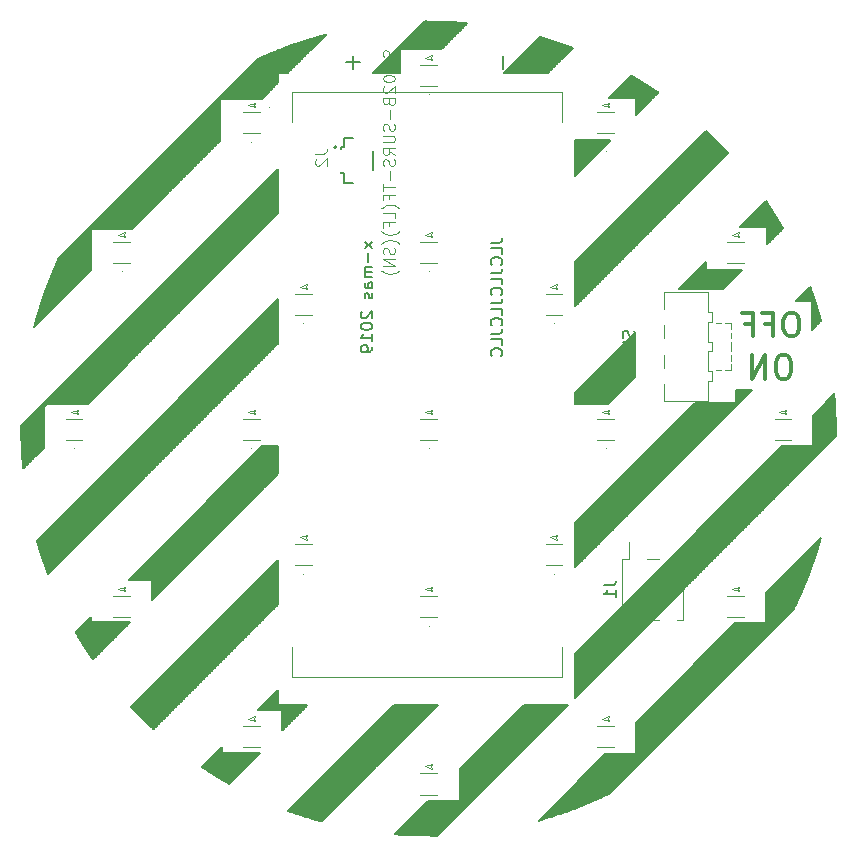
<source format=gbr>
G04 #@! TF.GenerationSoftware,KiCad,Pcbnew,5.1.4+dfsg1-1*
G04 #@! TF.CreationDate,2019-11-28T07:22:53-08:00*
G04 #@! TF.ProjectId,xmas-led-002,786d6173-2d6c-4656-942d-3030322e6b69,v1_00*
G04 #@! TF.SameCoordinates,PX6cd5f04PY3385f10*
G04 #@! TF.FileFunction,Legend,Bot*
G04 #@! TF.FilePolarity,Positive*
%FSLAX46Y46*%
G04 Gerber Fmt 4.6, Leading zero omitted, Abs format (unit mm)*
G04 Created by KiCad (PCBNEW 5.1.4+dfsg1-1) date 2019-11-28 07:22:53*
%MOMM*%
%LPD*%
G04 APERTURE LIST*
%ADD10C,0.200000*%
%ADD11C,0.150000*%
%ADD12C,0.300000*%
%ADD13C,0.127000*%
%ADD14C,0.120000*%
%ADD15C,0.050000*%
%ADD16C,0.100000*%
G04 APERTURE END LIST*
D10*
X31129880Y-30083523D02*
X30463214Y-30607333D01*
X30463214Y-30083523D02*
X31129880Y-30607333D01*
X30748928Y-30988285D02*
X30748928Y-31750190D01*
X31129880Y-32226380D02*
X30463214Y-32226380D01*
X30558452Y-32226380D02*
X30510833Y-32274000D01*
X30463214Y-32369238D01*
X30463214Y-32512095D01*
X30510833Y-32607333D01*
X30606071Y-32654952D01*
X31129880Y-32654952D01*
X30606071Y-32654952D02*
X30510833Y-32702571D01*
X30463214Y-32797809D01*
X30463214Y-32940666D01*
X30510833Y-33035904D01*
X30606071Y-33083523D01*
X31129880Y-33083523D01*
X31129880Y-33988285D02*
X30606071Y-33988285D01*
X30510833Y-33940666D01*
X30463214Y-33845428D01*
X30463214Y-33654952D01*
X30510833Y-33559714D01*
X31082261Y-33988285D02*
X31129880Y-33893047D01*
X31129880Y-33654952D01*
X31082261Y-33559714D01*
X30987023Y-33512095D01*
X30891785Y-33512095D01*
X30796547Y-33559714D01*
X30748928Y-33654952D01*
X30748928Y-33893047D01*
X30701309Y-33988285D01*
X31082261Y-34416857D02*
X31129880Y-34512095D01*
X31129880Y-34702571D01*
X31082261Y-34797809D01*
X30987023Y-34845428D01*
X30939404Y-34845428D01*
X30844166Y-34797809D01*
X30796547Y-34702571D01*
X30796547Y-34559714D01*
X30748928Y-34464476D01*
X30653690Y-34416857D01*
X30606071Y-34416857D01*
X30510833Y-34464476D01*
X30463214Y-34559714D01*
X30463214Y-34702571D01*
X30510833Y-34797809D01*
X30225119Y-35988285D02*
X30177500Y-36035904D01*
X30129880Y-36131142D01*
X30129880Y-36369238D01*
X30177500Y-36464476D01*
X30225119Y-36512095D01*
X30320357Y-36559714D01*
X30415595Y-36559714D01*
X30558452Y-36512095D01*
X31129880Y-35940666D01*
X31129880Y-36559714D01*
X30129880Y-37178761D02*
X30129880Y-37274000D01*
X30177500Y-37369238D01*
X30225119Y-37416857D01*
X30320357Y-37464476D01*
X30510833Y-37512095D01*
X30748928Y-37512095D01*
X30939404Y-37464476D01*
X31034642Y-37416857D01*
X31082261Y-37369238D01*
X31129880Y-37274000D01*
X31129880Y-37178761D01*
X31082261Y-37083523D01*
X31034642Y-37035904D01*
X30939404Y-36988285D01*
X30748928Y-36940666D01*
X30510833Y-36940666D01*
X30320357Y-36988285D01*
X30225119Y-37035904D01*
X30177500Y-37083523D01*
X30129880Y-37178761D01*
X31129880Y-38464476D02*
X31129880Y-37893047D01*
X31129880Y-38178761D02*
X30129880Y-38178761D01*
X30272738Y-38083523D01*
X30367976Y-37988285D01*
X30415595Y-37893047D01*
X31129880Y-38940666D02*
X31129880Y-39131142D01*
X31082261Y-39226380D01*
X31034642Y-39274000D01*
X30891785Y-39369238D01*
X30701309Y-39416857D01*
X30320357Y-39416857D01*
X30225119Y-39369238D01*
X30177500Y-39321619D01*
X30129880Y-39226380D01*
X30129880Y-39035904D01*
X30177500Y-38940666D01*
X30225119Y-38893047D01*
X30320357Y-38845428D01*
X30558452Y-38845428D01*
X30653690Y-38893047D01*
X30701309Y-38940666D01*
X30748928Y-39035904D01*
X30748928Y-39226380D01*
X30701309Y-39321619D01*
X30653690Y-39369238D01*
X30558452Y-39416857D01*
D11*
X50412522Y-29686500D02*
X54111709Y-29686500D01*
X51160552Y-28936500D02*
X54859739Y-28936500D01*
X49976172Y-30124000D02*
X53675359Y-30124000D01*
X50350187Y-29749000D02*
X54049374Y-29749000D01*
X49602157Y-30499000D02*
X53301344Y-30499000D01*
X50038508Y-30061500D02*
X53737695Y-30061500D01*
X50100843Y-29999000D02*
X53800030Y-29999000D01*
X50163179Y-29936500D02*
X53862366Y-29936500D01*
X50225515Y-29874000D02*
X53924702Y-29874000D01*
X50287851Y-29811500D02*
X53987038Y-29811500D01*
X50724201Y-29374000D02*
X54423388Y-29374000D01*
X50911209Y-29186500D02*
X54610396Y-29186500D01*
X51098216Y-28999000D02*
X54797403Y-28999000D01*
X51222888Y-28874000D02*
X54922075Y-28874000D01*
X50973545Y-29124000D02*
X54672732Y-29124000D01*
X51035880Y-29061500D02*
X54735067Y-29061500D01*
X50599530Y-29499000D02*
X54298717Y-29499000D01*
X50786537Y-29311500D02*
X54485724Y-29311500D01*
X50661866Y-29436500D02*
X54361053Y-29436500D01*
X50848873Y-29249000D02*
X54548060Y-29249000D01*
X51285224Y-28811500D02*
X54984411Y-28811500D01*
X49664493Y-30436500D02*
X53363680Y-30436500D01*
X49726829Y-30374000D02*
X53426016Y-30374000D01*
X49851500Y-30249000D02*
X53550687Y-30249000D01*
X49913836Y-30186500D02*
X53613023Y-30186500D01*
X50474858Y-29624000D02*
X54174045Y-29624000D01*
X50537194Y-29561500D02*
X54236381Y-29561500D01*
X49789164Y-30311500D02*
X53488351Y-30311500D01*
X54152671Y-25936500D02*
X57851858Y-25936500D01*
X54090335Y-25999000D02*
X57789522Y-25999000D01*
X54215007Y-25874000D02*
X57914194Y-25874000D01*
X54776029Y-25311500D02*
X58475216Y-25311500D01*
X54464350Y-25624000D02*
X58163537Y-25624000D01*
X55087708Y-24999000D02*
X58786895Y-24999000D01*
X51659239Y-28436500D02*
X55358425Y-28436500D01*
X52344932Y-27749000D02*
X56044119Y-27749000D01*
X51347559Y-28749000D02*
X55046746Y-28749000D01*
X51409895Y-28686500D02*
X55109082Y-28686500D01*
X52718947Y-27374000D02*
X56418134Y-27374000D01*
X54651357Y-25436500D02*
X58350544Y-25436500D01*
X52594276Y-27499000D02*
X56293463Y-27499000D01*
X51472231Y-28624000D02*
X55171418Y-28624000D01*
X51534567Y-28561500D02*
X55233754Y-28561500D01*
X51596903Y-28499000D02*
X55296090Y-28499000D01*
X51908582Y-28186500D02*
X55607769Y-28186500D01*
X52531940Y-27561500D02*
X56231127Y-27561500D01*
X54277342Y-25811500D02*
X57976529Y-25811500D01*
X55150044Y-24936500D02*
X58849231Y-24936500D01*
X52656611Y-27436500D02*
X56355798Y-27436500D01*
X53653984Y-26436500D02*
X57353171Y-26436500D01*
X51721574Y-28374000D02*
X55420761Y-28374000D01*
X52157925Y-27936500D02*
X55857112Y-27936500D01*
X53342305Y-26749000D02*
X57041492Y-26749000D01*
X53903328Y-26186500D02*
X57602514Y-26186500D01*
X51783910Y-28311500D02*
X55483097Y-28311500D01*
X51846246Y-28249000D02*
X55545433Y-28249000D01*
X51970918Y-28124000D02*
X55670105Y-28124000D01*
X54526686Y-25561500D02*
X58225873Y-25561500D01*
X54027999Y-26061500D02*
X57727186Y-26061500D01*
X52033253Y-28061500D02*
X55732440Y-28061500D01*
X53092962Y-26999000D02*
X56792149Y-26999000D01*
X52220261Y-27874000D02*
X55919448Y-27874000D01*
X53591648Y-26499000D02*
X57290835Y-26499000D01*
X55025372Y-25061500D02*
X58724559Y-25061500D01*
X52905955Y-27186500D02*
X56605142Y-27186500D01*
X53155298Y-26936500D02*
X56854485Y-26936500D01*
X53279969Y-26811500D02*
X56979156Y-26811500D01*
X54339678Y-25749000D02*
X58038865Y-25749000D01*
X54900700Y-25186500D02*
X58599887Y-25186500D01*
X55212379Y-24874000D02*
X58911566Y-24874000D01*
X52095589Y-27999000D02*
X55794776Y-27999000D01*
X54963036Y-25124000D02*
X58662223Y-25124000D01*
X52282597Y-27811500D02*
X55981784Y-27811500D01*
X52407268Y-27686500D02*
X56106455Y-27686500D01*
X52469604Y-27624000D02*
X56168791Y-27624000D01*
X53466977Y-26624000D02*
X57166164Y-26624000D01*
X54402014Y-25686500D02*
X58101201Y-25686500D01*
X54838365Y-25249000D02*
X58537552Y-25249000D01*
X54713693Y-25374000D02*
X58412880Y-25374000D01*
X52781283Y-27311500D02*
X56480470Y-27311500D01*
X52843619Y-27249000D02*
X56542806Y-27249000D01*
X52968290Y-27124000D02*
X56667477Y-27124000D01*
X53965663Y-26124000D02*
X57664850Y-26124000D01*
X53030626Y-27061500D02*
X56729813Y-27061500D01*
X53217634Y-26874000D02*
X56916821Y-26874000D01*
X53404641Y-26686500D02*
X57103828Y-26686500D01*
X54589021Y-25499000D02*
X58288208Y-25499000D01*
X53529313Y-26561500D02*
X57228500Y-26561500D01*
X53716320Y-26374000D02*
X57415507Y-26374000D01*
X53778656Y-26311500D02*
X57477843Y-26311500D01*
X55274715Y-24811500D02*
X58973902Y-24811500D01*
X53840992Y-26249000D02*
X57540179Y-26249000D01*
X56171517Y-45999000D02*
X59870704Y-45999000D01*
X56670203Y-45499000D02*
X60369390Y-45499000D01*
X57979255Y-44186500D02*
X61678442Y-44186500D01*
X61884841Y-43499000D02*
X62364136Y-43499000D01*
X61884841Y-43186500D02*
X62675815Y-43186500D01*
X56296188Y-45874000D02*
X59995375Y-45874000D01*
X56358524Y-45811500D02*
X60057711Y-45811500D01*
X57106554Y-45061500D02*
X60805741Y-45061500D01*
X56545532Y-45624000D02*
X60244719Y-45624000D01*
X56794875Y-45374000D02*
X60494062Y-45374000D01*
X57605240Y-44561500D02*
X61304427Y-44561500D01*
X57667576Y-44499000D02*
X61366763Y-44499000D01*
X56607868Y-45561500D02*
X60307054Y-45561500D01*
X57293561Y-44874000D02*
X60992748Y-44874000D01*
X56857211Y-45311500D02*
X60556398Y-45311500D01*
X57044218Y-45124000D02*
X60743405Y-45124000D01*
X57168890Y-44999000D02*
X60868077Y-44999000D01*
X61884841Y-43561500D02*
X62301800Y-43561500D01*
X61884841Y-43311500D02*
X62551143Y-43311500D01*
X57480569Y-44686500D02*
X61179756Y-44686500D01*
X57542905Y-44624000D02*
X61242092Y-44624000D01*
X58290934Y-43874000D02*
X61990121Y-43874000D01*
X57854584Y-44311500D02*
X61553771Y-44311500D01*
X58103927Y-44061500D02*
X61803114Y-44061500D01*
X55922174Y-46249000D02*
X59621361Y-46249000D01*
X58041591Y-44124000D02*
X61740778Y-44124000D01*
X57916919Y-44249000D02*
X61616106Y-44249000D01*
X55984509Y-46186500D02*
X59683696Y-46186500D01*
X58415606Y-43749000D02*
X62114793Y-43749000D01*
X56483196Y-45686500D02*
X60182383Y-45686500D01*
X61884841Y-43249000D02*
X62613479Y-43249000D01*
X56732539Y-45436500D02*
X60431726Y-45436500D01*
X58228598Y-43936500D02*
X61927785Y-43936500D01*
X56919547Y-45249000D02*
X60618734Y-45249000D01*
X58166263Y-43999000D02*
X61865450Y-43999000D01*
X58353270Y-43811500D02*
X62052457Y-43811500D01*
X61884841Y-43436500D02*
X62426472Y-43436500D01*
X56046845Y-46124000D02*
X59746032Y-46124000D01*
X56233853Y-45936500D02*
X59933040Y-45936500D01*
X57355897Y-44811500D02*
X61055084Y-44811500D01*
X56109181Y-46061500D02*
X59808368Y-46061500D01*
X61884841Y-43061500D02*
X62800487Y-43061500D01*
X56420860Y-45749000D02*
X60120047Y-45749000D01*
X57231226Y-44936500D02*
X60930413Y-44936500D01*
X57792248Y-44374000D02*
X61491435Y-44374000D01*
X56981882Y-45186500D02*
X60681069Y-45186500D01*
X57418233Y-44749000D02*
X61117420Y-44749000D01*
X61884841Y-43686500D02*
X62177129Y-43686500D01*
X61884841Y-43624000D02*
X62239464Y-43624000D01*
X61884841Y-43124000D02*
X62738151Y-43124000D01*
X61884841Y-43374000D02*
X62488808Y-43374000D01*
X57729912Y-44436500D02*
X61429099Y-44436500D01*
X26484467Y-79061500D02*
X26895063Y-79061500D01*
X24504927Y-77749000D02*
X28204114Y-77749000D01*
X26264520Y-78999000D02*
X26957398Y-78999000D01*
X26048455Y-78936500D02*
X27019734Y-78936500D01*
X25246309Y-78686500D02*
X27269077Y-78686500D01*
X26000987Y-76249000D02*
X29700174Y-76249000D01*
X24068577Y-78186500D02*
X27767764Y-78186500D01*
X24193248Y-78061500D02*
X27892435Y-78061500D01*
X24567263Y-77686500D02*
X28266450Y-77686500D01*
X26312666Y-75936500D02*
X30011853Y-75936500D01*
X25689308Y-76561500D02*
X29388495Y-76561500D01*
X24317920Y-77936500D02*
X28017107Y-77936500D01*
X25190621Y-77061500D02*
X28889808Y-77061500D01*
X25315293Y-76936500D02*
X29014480Y-76936500D01*
X25564636Y-76686500D02*
X29263823Y-76686500D01*
X24504445Y-78436500D02*
X27518421Y-78436500D01*
X24328298Y-78374000D02*
X27580756Y-78374000D01*
X25003614Y-77249000D02*
X28702801Y-77249000D01*
X25377629Y-76874000D02*
X29076816Y-76874000D01*
X25751644Y-76499000D02*
X29450831Y-76499000D01*
X24152150Y-78311500D02*
X27643092Y-78311500D01*
X25626972Y-76624000D02*
X29326159Y-76624000D01*
X26250330Y-75999000D02*
X29949517Y-75999000D01*
X61884841Y-42999000D02*
X62862823Y-42999000D01*
X25065950Y-77186500D02*
X28765137Y-77186500D01*
X61884841Y-42936500D02*
X62925158Y-42936500D01*
X24816607Y-77436500D02*
X28515793Y-77436500D01*
X61884841Y-42874000D02*
X62987494Y-42874000D01*
X25641810Y-78811500D02*
X27144406Y-78811500D01*
X61884841Y-42811500D02*
X63049830Y-42811500D01*
X25439965Y-76811500D02*
X29139152Y-76811500D01*
X26125658Y-76124000D02*
X29824845Y-76124000D01*
X24878942Y-77374000D02*
X28578129Y-77374000D01*
X24680593Y-78499000D02*
X27456085Y-78499000D01*
X24130913Y-78124000D02*
X27830100Y-78124000D01*
X25057452Y-78624000D02*
X27331413Y-78624000D01*
X26499673Y-75749000D02*
X30198860Y-75749000D01*
X61884841Y-42749000D02*
X63112166Y-42749000D01*
X24255584Y-77999000D02*
X27954771Y-77999000D01*
X26063323Y-76186500D02*
X29762510Y-76186500D01*
X61884841Y-42686500D02*
X63174502Y-42686500D01*
X24442592Y-77811500D02*
X28141779Y-77811500D01*
X61884841Y-42624000D02*
X63236837Y-42624000D01*
X26704415Y-79124000D02*
X26832727Y-79124000D01*
X25845133Y-78874000D02*
X27082070Y-78874000D01*
X25438488Y-78749000D02*
X27206742Y-78749000D01*
X24691935Y-77561500D02*
X28391122Y-77561500D01*
X24754271Y-77499000D02*
X28453458Y-77499000D01*
X26624345Y-75624000D02*
X30323532Y-75624000D01*
X25938651Y-76311500D02*
X29637838Y-76311500D01*
X24868595Y-78561500D02*
X27393749Y-78561500D01*
X24006241Y-78249000D02*
X27705428Y-78249000D01*
X24380256Y-77874000D02*
X28079443Y-77874000D01*
X24629599Y-77624000D02*
X28328786Y-77624000D01*
X25252957Y-76999000D02*
X28952144Y-76999000D01*
X25813979Y-76436500D02*
X29513166Y-76436500D01*
X24941278Y-77311500D02*
X28640465Y-77311500D01*
X26437337Y-75811500D02*
X30136524Y-75811500D01*
X25128286Y-77124000D02*
X28827473Y-77124000D01*
X25502300Y-76749000D02*
X29201487Y-76749000D01*
X25876315Y-76374000D02*
X29575502Y-76374000D01*
X26187994Y-76061500D02*
X29887181Y-76061500D01*
X26375002Y-75874000D02*
X30074189Y-75874000D01*
X26562009Y-75686500D02*
X30261196Y-75686500D01*
X30551501Y-71686500D02*
X34250688Y-71686500D01*
X30364493Y-71874000D02*
X34063680Y-71874000D01*
X26686681Y-75561500D02*
X30385868Y-75561500D01*
X27995733Y-74249000D02*
X31694920Y-74249000D01*
X28120404Y-74124000D02*
X31819591Y-74124000D01*
X30052814Y-72186500D02*
X33752001Y-72186500D01*
X26749016Y-75499000D02*
X30448203Y-75499000D01*
X29117777Y-73124000D02*
X32816964Y-73124000D01*
X28619091Y-73624000D02*
X32318278Y-73624000D01*
X30613836Y-71624000D02*
X34313023Y-71624000D01*
X30239822Y-71999000D02*
X33939009Y-71999000D01*
X28556755Y-73686500D02*
X32255942Y-73686500D01*
X29242449Y-72999000D02*
X32941636Y-72999000D01*
X26873688Y-75374000D02*
X30572875Y-75374000D01*
X26998360Y-75249000D02*
X30697547Y-75249000D01*
X29803471Y-72436500D02*
X33502658Y-72436500D01*
X27684054Y-74561500D02*
X31383241Y-74561500D01*
X27497046Y-74749000D02*
X31196233Y-74749000D01*
X28182740Y-74061500D02*
X31881927Y-74061500D01*
X30177486Y-72061500D02*
X33876673Y-72061500D01*
X28432083Y-73811500D02*
X32131270Y-73811500D01*
X29491792Y-72749000D02*
X33190979Y-72749000D01*
X30489165Y-71749000D02*
X34188352Y-71749000D01*
X28930770Y-73311500D02*
X32629957Y-73311500D01*
X28993105Y-73249000D02*
X32692292Y-73249000D01*
X29865807Y-72374000D02*
X33564994Y-72374000D01*
X30302157Y-71936500D02*
X34001344Y-71936500D01*
X27185367Y-75061500D02*
X30884554Y-75061500D01*
X27434710Y-74811500D02*
X31133897Y-74811500D01*
X28806098Y-73436500D02*
X32505285Y-73436500D01*
X26811352Y-75436500D02*
X30510539Y-75436500D01*
X28868434Y-73374000D02*
X32567621Y-73374000D01*
X27060696Y-75186500D02*
X30759882Y-75186500D01*
X28494419Y-73749000D02*
X32193606Y-73749000D01*
X29180113Y-73061500D02*
X32879300Y-73061500D01*
X26936024Y-75311500D02*
X30635211Y-75311500D01*
X27123031Y-75124000D02*
X30822218Y-75124000D01*
X27559382Y-74686500D02*
X31258569Y-74686500D01*
X28245076Y-73999000D02*
X31944263Y-73999000D01*
X27247703Y-74999000D02*
X30946890Y-74999000D01*
X27372375Y-74874000D02*
X31071562Y-74874000D01*
X29429456Y-72811500D02*
X33128643Y-72811500D01*
X27310039Y-74936500D02*
X31009226Y-74936500D01*
X28681426Y-73561500D02*
X32380613Y-73561500D01*
X27621718Y-74624000D02*
X31320905Y-74624000D01*
X27746389Y-74499000D02*
X31445576Y-74499000D01*
X29055441Y-73186500D02*
X32754628Y-73186500D01*
X27808725Y-74436500D02*
X31507912Y-74436500D01*
X28369747Y-73874000D02*
X32068934Y-73874000D01*
X29616464Y-72624000D02*
X33315651Y-72624000D01*
X29741135Y-72499000D02*
X33440322Y-72499000D01*
X27871061Y-74374000D02*
X31570248Y-74374000D01*
X27933397Y-74311500D02*
X31632584Y-74311500D01*
X28743762Y-73499000D02*
X32442949Y-73499000D01*
X28058068Y-74186500D02*
X31757255Y-74186500D01*
X29304785Y-72936500D02*
X33003971Y-72936500D01*
X29554128Y-72686500D02*
X33253315Y-72686500D01*
X29367120Y-72874000D02*
X33066307Y-72874000D01*
X28307412Y-73936500D02*
X32006599Y-73936500D01*
X29990478Y-72249000D02*
X33689665Y-72249000D01*
X30115150Y-72124000D02*
X33814337Y-72124000D01*
X30426829Y-71811500D02*
X34126016Y-71811500D01*
X29678799Y-72561500D02*
X33377986Y-72561500D01*
X29928143Y-72311500D02*
X33627330Y-72311500D01*
X10928377Y-69686500D02*
X14216794Y-69686500D01*
X12517467Y-71249000D02*
X12658398Y-71249000D01*
X32234567Y-69999000D02*
X35933754Y-69999000D01*
X11477203Y-70249000D02*
X13655771Y-70249000D01*
X32296903Y-69936500D02*
X35996090Y-69936500D01*
X10988126Y-69749000D02*
X14154458Y-69749000D01*
X31050187Y-71186500D02*
X34749374Y-71186500D01*
X32546246Y-69686500D02*
X36245433Y-69686500D01*
X31112523Y-71124000D02*
X34811710Y-71124000D01*
X31361866Y-70874000D02*
X35061053Y-70874000D01*
X31237195Y-70999000D02*
X34936381Y-70999000D01*
X31611209Y-70624000D02*
X35310396Y-70624000D01*
X32483911Y-69749000D02*
X36183098Y-69749000D01*
X32670918Y-69561500D02*
X36370105Y-69561500D01*
X31673545Y-70561500D02*
X35372732Y-70561500D01*
X32857925Y-69374000D02*
X36557112Y-69374000D01*
X32608582Y-69624000D02*
X36307769Y-69624000D01*
X12249598Y-70999000D02*
X12907742Y-70999000D01*
X12051048Y-70811500D02*
X13094749Y-70811500D01*
X12383533Y-71124000D02*
X12783070Y-71124000D01*
X12584434Y-71311500D02*
X12596063Y-71311500D01*
X32733254Y-69499000D02*
X36432441Y-69499000D01*
X11922114Y-70686500D02*
X13219421Y-70686500D01*
X11857647Y-70624000D02*
X13281757Y-70624000D01*
X11728712Y-70499000D02*
X13406428Y-70499000D01*
X30676172Y-71561500D02*
X34375359Y-71561500D01*
X31798217Y-70436500D02*
X35497404Y-70436500D01*
X12115664Y-70874000D02*
X13032413Y-70874000D01*
X11601330Y-70374000D02*
X13531100Y-70374000D01*
X30987851Y-71249000D02*
X34687038Y-71249000D01*
X30738508Y-71499000D02*
X34437695Y-71499000D01*
X30800844Y-71436500D02*
X34500031Y-71436500D01*
X30863180Y-71374000D02*
X34562367Y-71374000D01*
X31299530Y-70936500D02*
X34998717Y-70936500D01*
X30925515Y-71311500D02*
X34624702Y-71311500D01*
X31174859Y-71061500D02*
X34874046Y-71061500D01*
X11167371Y-69936500D02*
X13967450Y-69936500D01*
X31922888Y-70311500D02*
X35622075Y-70311500D01*
X31424202Y-70811500D02*
X35123389Y-70811500D01*
X31486538Y-70749000D02*
X35185725Y-70749000D01*
X32421575Y-69811500D02*
X36120762Y-69811500D01*
X11986581Y-70749000D02*
X13157085Y-70749000D01*
X31548874Y-70686500D02*
X35248061Y-70686500D01*
X31735881Y-70499000D02*
X35435068Y-70499000D01*
X31860553Y-70374000D02*
X35559740Y-70374000D01*
X31985224Y-70249000D02*
X35684411Y-70249000D01*
X32047560Y-70186500D02*
X35746747Y-70186500D01*
X12182631Y-70936500D02*
X12970077Y-70936500D01*
X11047874Y-69811500D02*
X14092122Y-69811500D01*
X32109896Y-70124000D02*
X35809083Y-70124000D01*
X32172232Y-70061500D02*
X35871419Y-70061500D01*
X32795590Y-69436500D02*
X36494777Y-69436500D01*
X11793179Y-70561500D02*
X13344092Y-70561500D01*
X11664245Y-70436500D02*
X13468764Y-70436500D01*
X12316566Y-71061500D02*
X12845406Y-71061500D01*
X32359239Y-69874000D02*
X36058426Y-69874000D01*
X32920261Y-69311500D02*
X36619448Y-69311500D01*
X11228950Y-69999000D02*
X13905115Y-69999000D01*
X12450500Y-71186500D02*
X12720734Y-71186500D01*
X11539267Y-70311500D02*
X13593436Y-70311500D01*
X11291013Y-70061500D02*
X13842779Y-70061500D01*
X11415140Y-70186500D02*
X13718107Y-70186500D01*
X11353077Y-70124000D02*
X13780443Y-70124000D01*
X11107623Y-69874000D02*
X14029786Y-69874000D01*
X12325345Y-67874000D02*
X16024532Y-67874000D01*
X13073375Y-67124000D02*
X16772562Y-67124000D01*
X13135710Y-67061500D02*
X16834897Y-67061500D01*
X13509725Y-66686500D02*
X17208912Y-66686500D01*
X14257755Y-65936500D02*
X17956942Y-65936500D01*
X14444762Y-65749000D02*
X18143949Y-65749000D01*
X10868629Y-69624000D02*
X14279129Y-69624000D01*
X11265636Y-68936500D02*
X14964823Y-68936500D01*
X10808880Y-69561500D02*
X14341465Y-69561500D01*
X13447389Y-66749000D02*
X17146576Y-66749000D01*
X10749131Y-69499000D02*
X14403801Y-69499000D01*
X11016293Y-69186500D02*
X14715480Y-69186500D01*
X11203300Y-68999000D02*
X14902487Y-68999000D01*
X12138338Y-68061500D02*
X15837525Y-68061500D01*
X11078629Y-69124000D02*
X14777816Y-69124000D01*
X11327972Y-68874000D02*
X15027159Y-68874000D01*
X11701987Y-68499000D02*
X15401174Y-68499000D01*
X12387681Y-67811500D02*
X16086868Y-67811500D01*
X13883740Y-66311500D02*
X17582927Y-66311500D01*
X13260382Y-66936500D02*
X16959569Y-66936500D01*
X13821404Y-66374000D02*
X17520591Y-66374000D01*
X13322718Y-66874000D02*
X17021905Y-66874000D01*
X14195419Y-65999000D02*
X17894606Y-65999000D01*
X11764323Y-68436500D02*
X15463510Y-68436500D01*
X11639651Y-68561500D02*
X15338838Y-68561500D01*
X10766950Y-69436500D02*
X14466137Y-69436500D01*
X10829286Y-69374000D02*
X14528473Y-69374000D01*
X12450017Y-67749000D02*
X16149204Y-67749000D01*
X12886367Y-67311500D02*
X16585554Y-67311500D01*
X14320091Y-65874000D02*
X18019278Y-65874000D01*
X10953957Y-69249000D02*
X14653144Y-69249000D01*
X14507098Y-65686500D02*
X18206285Y-65686500D01*
X10891621Y-69311500D02*
X14590808Y-69311500D01*
X13385054Y-66811500D02*
X17084241Y-66811500D01*
X11140965Y-69061500D02*
X14840152Y-69061500D01*
X11577315Y-68624000D02*
X15276502Y-68624000D01*
X11390308Y-68811500D02*
X15089495Y-68811500D01*
X11514980Y-68686500D02*
X15214166Y-68686500D01*
X12013666Y-68186500D02*
X15712853Y-68186500D01*
X12761696Y-67436500D02*
X16460883Y-67436500D01*
X14382427Y-65811500D02*
X18081614Y-65811500D01*
X12824031Y-67374000D02*
X16523218Y-67374000D01*
X11452644Y-68749000D02*
X15151831Y-68749000D01*
X11826659Y-68374000D02*
X15525846Y-68374000D01*
X11888994Y-68311500D02*
X15588181Y-68311500D01*
X11951330Y-68249000D02*
X15650517Y-68249000D01*
X12076002Y-68124000D02*
X15775189Y-68124000D01*
X14008412Y-66186500D02*
X17707599Y-66186500D01*
X13696733Y-66499000D02*
X17395920Y-66499000D01*
X12200673Y-67999000D02*
X15899860Y-67999000D01*
X12512352Y-67686500D02*
X16211539Y-67686500D01*
X13946076Y-66249000D02*
X17645263Y-66249000D01*
X12574688Y-67624000D02*
X16273875Y-67624000D01*
X12637024Y-67561500D02*
X16336211Y-67561500D01*
X12699360Y-67499000D02*
X16398547Y-67499000D01*
X13572061Y-66624000D02*
X17271248Y-66624000D01*
X14070748Y-66124000D02*
X17769935Y-66124000D01*
X12948703Y-67249000D02*
X16647890Y-67249000D01*
X13011039Y-67186500D02*
X16710226Y-67186500D01*
X13198046Y-66999000D02*
X16897233Y-66999000D01*
X14133083Y-66061500D02*
X17832270Y-66061500D01*
X13759069Y-66436500D02*
X17458255Y-66436500D01*
X13634397Y-66561500D02*
X17333584Y-66561500D01*
X12263009Y-67936500D02*
X15962196Y-67936500D01*
X54737793Y-47436500D02*
X58436980Y-47436500D01*
X55298816Y-46874000D02*
X58998003Y-46874000D01*
X54924801Y-47249000D02*
X58623988Y-47249000D01*
X55236480Y-46936500D02*
X58935667Y-46936500D01*
X54987137Y-47186500D02*
X58686324Y-47186500D01*
X55548159Y-46624000D02*
X59247346Y-46624000D01*
X52369033Y-49811500D02*
X56068220Y-49811500D01*
X53989764Y-48186500D02*
X57688951Y-48186500D01*
X55361151Y-46811500D02*
X59060338Y-46811500D01*
X52119689Y-50061500D02*
X55818876Y-50061500D01*
X53553413Y-48624000D02*
X57252600Y-48624000D01*
X55610495Y-46561500D02*
X59309682Y-46561500D01*
X52930055Y-49249000D02*
X56629242Y-49249000D01*
X51995018Y-50186500D02*
X55694205Y-50186500D01*
X53428741Y-48749000D02*
X57127928Y-48749000D01*
X54426114Y-47749000D02*
X58125301Y-47749000D01*
X55859838Y-46311500D02*
X59559025Y-46311500D01*
X52182025Y-49999000D02*
X55881212Y-49999000D01*
X52493704Y-49686500D02*
X56192891Y-49686500D01*
X54488450Y-47686500D02*
X58187637Y-47686500D01*
X53491077Y-48686500D02*
X57190264Y-48686500D01*
X55797502Y-46374000D02*
X59496689Y-46374000D01*
X53802756Y-48374000D02*
X57501943Y-48374000D01*
X55049472Y-47124000D02*
X58748659Y-47124000D01*
X53241734Y-48936500D02*
X56940921Y-48936500D01*
X53865092Y-48311500D02*
X57564279Y-48311500D01*
X54675458Y-47499000D02*
X58374645Y-47499000D01*
X51932682Y-50249000D02*
X55631869Y-50249000D01*
X54052099Y-48124000D02*
X57751286Y-48124000D01*
X52057354Y-50124000D02*
X55756541Y-50124000D01*
X54613122Y-47561500D02*
X58312309Y-47561500D01*
X52244361Y-49936500D02*
X55943548Y-49936500D01*
X53304070Y-48874000D02*
X57003257Y-48874000D01*
X55111808Y-47061500D02*
X58810995Y-47061500D01*
X52867719Y-49311500D02*
X56566906Y-49311500D01*
X52306697Y-49874000D02*
X56005884Y-49874000D01*
X52431369Y-49749000D02*
X56130555Y-49749000D01*
X52992391Y-49186500D02*
X56691578Y-49186500D01*
X53117062Y-49061500D02*
X56816249Y-49061500D01*
X55672830Y-46499000D02*
X59372017Y-46499000D01*
X53740420Y-48436500D02*
X57439607Y-48436500D01*
X54862465Y-47311500D02*
X58561652Y-47311500D01*
X54363779Y-47811500D02*
X58062965Y-47811500D01*
X52556040Y-49624000D02*
X56255227Y-49624000D01*
X54550786Y-47624000D02*
X58249973Y-47624000D01*
X52618376Y-49561500D02*
X56317563Y-49561500D01*
X52680712Y-49499000D02*
X56379899Y-49499000D01*
X52743048Y-49436500D02*
X56442235Y-49436500D01*
X53179398Y-48999000D02*
X56878585Y-48999000D01*
X53615749Y-48561500D02*
X57314936Y-48561500D01*
X53678085Y-48499000D02*
X57377272Y-48499000D01*
X54800129Y-47374000D02*
X58499316Y-47374000D01*
X54176771Y-47999000D02*
X57875958Y-47999000D01*
X55174144Y-46999000D02*
X58873331Y-46999000D01*
X55485823Y-46686500D02*
X59185010Y-46686500D01*
X54301443Y-47874000D02*
X58000630Y-47874000D01*
X55735166Y-46436500D02*
X59434353Y-46436500D01*
X54239107Y-47936500D02*
X57938294Y-47936500D01*
X52805383Y-49374000D02*
X56504570Y-49374000D01*
X53366406Y-48811500D02*
X57065593Y-48811500D01*
X55423487Y-46749000D02*
X59122674Y-46749000D01*
X54114435Y-48061500D02*
X57813622Y-48061500D01*
X53054727Y-49124000D02*
X56753914Y-49124000D01*
X53927428Y-48249000D02*
X57626615Y-48249000D01*
X20678343Y-59499000D02*
X23158138Y-59499000D01*
X20054985Y-60124000D02*
X23158138Y-60124000D01*
X21177029Y-58999000D02*
X23158138Y-58999000D01*
X21301701Y-58874000D02*
X23158138Y-58874000D01*
X20241992Y-59936500D02*
X23158138Y-59936500D01*
X18558926Y-61624000D02*
X22258113Y-61624000D01*
X18621261Y-61561500D02*
X22320448Y-61561500D01*
X18683597Y-61499000D02*
X22382784Y-61499000D01*
X18995276Y-61186500D02*
X22694463Y-61186500D01*
X19057612Y-61124000D02*
X22756799Y-61124000D01*
X21738052Y-58436500D02*
X23158138Y-58436500D01*
X18745933Y-61436500D02*
X22445120Y-61436500D01*
X18808269Y-61374000D02*
X22507456Y-61374000D01*
X18870605Y-61311500D02*
X22569792Y-61311500D01*
X18932940Y-61249000D02*
X22632127Y-61249000D01*
X20803015Y-59374000D02*
X23158138Y-59374000D01*
X19119948Y-61061500D02*
X22819135Y-61061500D01*
X21052358Y-59124000D02*
X23158138Y-59124000D01*
X19182284Y-60999000D02*
X22881471Y-60999000D01*
X19244619Y-60936500D02*
X22943806Y-60936500D01*
X19306955Y-60874000D02*
X23006142Y-60874000D01*
X19431627Y-60749000D02*
X23130814Y-60749000D01*
X19618634Y-60561500D02*
X23158138Y-60561500D01*
X19680970Y-60499000D02*
X23158138Y-60499000D01*
X19930313Y-60249000D02*
X23158138Y-60249000D01*
X20366664Y-59811500D02*
X23158138Y-59811500D01*
X21114694Y-59061500D02*
X23158138Y-59061500D01*
X19743306Y-60436500D02*
X23158138Y-60436500D01*
X20865350Y-59311500D02*
X23158138Y-59311500D01*
X20616007Y-59561500D02*
X23158138Y-59561500D01*
X19369291Y-60811500D02*
X23068478Y-60811500D01*
X20491336Y-59686500D02*
X23158138Y-59686500D01*
X20927686Y-59249000D02*
X23158138Y-59249000D01*
X19493963Y-60686500D02*
X23158138Y-60686500D01*
X19556298Y-60624000D02*
X23158138Y-60624000D01*
X19805642Y-60374000D02*
X23158138Y-60374000D01*
X19867978Y-60311500D02*
X23158138Y-60311500D01*
X20117321Y-60061500D02*
X23158138Y-60061500D01*
X20990022Y-59186500D02*
X23158138Y-59186500D01*
X21239365Y-58936500D02*
X23158138Y-58936500D01*
X20429000Y-59749000D02*
X23158138Y-59749000D01*
X20553671Y-59624000D02*
X23158138Y-59624000D01*
X21364037Y-58811500D02*
X23158138Y-58811500D01*
X21488708Y-58686500D02*
X23158138Y-58686500D01*
X21426373Y-58749000D02*
X23158138Y-58749000D01*
X21675716Y-58499000D02*
X23158138Y-58499000D01*
X19992649Y-60186500D02*
X23158138Y-60186500D01*
X20179657Y-59999000D02*
X23158138Y-59999000D01*
X20740679Y-59436500D02*
X23158138Y-59436500D01*
X21613380Y-58561500D02*
X23158138Y-58561500D01*
X20304328Y-59874000D02*
X23158138Y-59874000D01*
X21551044Y-58624000D02*
X23158138Y-58624000D01*
X51429013Y-17624000D02*
X55128200Y-17624000D01*
X53402761Y-17936500D02*
X54816521Y-17936500D01*
X22984768Y-57186500D02*
X23158138Y-57186500D01*
X53402761Y-18186500D02*
X54567178Y-18186500D01*
X53402761Y-17999000D02*
X54754185Y-17999000D01*
X51491349Y-17561500D02*
X55190536Y-17561500D01*
X22174402Y-57999000D02*
X23158138Y-57999000D01*
X22797760Y-57374000D02*
X23158138Y-57374000D01*
X53402761Y-18374000D02*
X54380170Y-18374000D01*
X51242006Y-17811500D02*
X54941193Y-17811500D01*
X53402761Y-18874000D02*
X53881484Y-18874000D01*
X53402761Y-18686500D02*
X54068491Y-18686500D01*
X53402761Y-18436500D02*
X54317835Y-18436500D01*
X53402761Y-18124000D02*
X54629514Y-18124000D01*
X53402761Y-19311500D02*
X53445133Y-19311500D01*
X53402761Y-19186500D02*
X53569805Y-19186500D01*
X51179670Y-17874000D02*
X54878857Y-17874000D01*
X51553685Y-17499000D02*
X55252872Y-17499000D01*
X51678356Y-17374000D02*
X55248160Y-17374000D01*
X52052371Y-16999000D02*
X54684326Y-16999000D01*
X53402761Y-18999000D02*
X53756812Y-18999000D01*
X51803028Y-17249000D02*
X55061370Y-17249000D01*
X53402761Y-18749000D02*
X54006155Y-18749000D01*
X53402761Y-18936500D02*
X53819148Y-18936500D01*
X53402761Y-19061500D02*
X53694476Y-19061500D01*
X21800387Y-58374000D02*
X23158138Y-58374000D01*
X21862723Y-58311500D02*
X23158138Y-58311500D01*
X21925059Y-58249000D02*
X23158138Y-58249000D01*
X22112067Y-58061500D02*
X23158138Y-58061500D01*
X53402761Y-19124000D02*
X53632141Y-19124000D01*
X22673089Y-57499000D02*
X23158138Y-57499000D01*
X22486081Y-57686500D02*
X23158138Y-57686500D01*
X22423746Y-57749000D02*
X23158138Y-57749000D01*
X22922432Y-57249000D02*
X23158138Y-57249000D01*
X53402761Y-19249000D02*
X53507469Y-19249000D01*
X53402761Y-18249000D02*
X54504842Y-18249000D01*
X21987395Y-58186500D02*
X23158138Y-58186500D01*
X23109439Y-57061500D02*
X23158138Y-57061500D01*
X53402761Y-18311500D02*
X54442506Y-18311500D01*
X51616020Y-17436500D02*
X55315207Y-17436500D01*
X51990035Y-17061500D02*
X54781186Y-17061500D01*
X52114707Y-16936500D02*
X54586876Y-16936500D01*
X22049731Y-58124000D02*
X23158138Y-58124000D01*
X53402761Y-18811500D02*
X53943820Y-18811500D01*
X52239379Y-16811500D02*
X54391976Y-16811500D01*
X22361410Y-57811500D02*
X23158138Y-57811500D01*
X22299074Y-57874000D02*
X23158138Y-57874000D01*
X52301714Y-16749000D02*
X54294527Y-16749000D01*
X22548417Y-57624000D02*
X23158138Y-57624000D01*
X23047104Y-57124000D02*
X23158138Y-57124000D01*
X53402761Y-18499000D02*
X54255499Y-18499000D01*
X22236738Y-57936500D02*
X23158138Y-57936500D01*
X22610753Y-57561500D02*
X23158138Y-57561500D01*
X22735425Y-57436500D02*
X23158138Y-57436500D01*
X22860096Y-57311500D02*
X23158138Y-57311500D01*
X51304341Y-17749000D02*
X55003528Y-17749000D01*
X51927699Y-17124000D02*
X54874581Y-17124000D01*
X52177043Y-16874000D02*
X54489426Y-16874000D01*
X53402761Y-18624000D02*
X54130827Y-18624000D01*
X53402761Y-18561500D02*
X54193163Y-18561500D01*
X51865364Y-17186500D02*
X54967975Y-17186500D01*
X53402761Y-18061500D02*
X54691849Y-18061500D01*
X51740692Y-17311500D02*
X55154765Y-17311500D01*
X51366677Y-17686500D02*
X55065864Y-17686500D01*
X42471775Y-15561500D02*
X46170962Y-15561500D01*
X43469148Y-14561500D02*
X47168335Y-14561500D01*
X42783454Y-15249000D02*
X46482641Y-15249000D01*
X42534111Y-15499000D02*
X46233297Y-15499000D01*
X43282140Y-14749000D02*
X46981327Y-14749000D01*
X43656155Y-14374000D02*
X47355342Y-14374000D01*
X44715864Y-13311500D02*
X47147976Y-13311500D01*
X43344476Y-14686500D02*
X47043663Y-14686500D01*
X52364050Y-16686500D02*
X54196851Y-16686500D01*
X43593819Y-14436500D02*
X47293006Y-14436500D01*
X43531483Y-14499000D02*
X47230670Y-14499000D01*
X52862737Y-16186500D02*
X53371629Y-16186500D01*
X42721118Y-15311500D02*
X46420305Y-15311500D01*
X44341849Y-13686500D02*
X48041036Y-13686500D01*
X52426386Y-16624000D02*
X54095091Y-16624000D01*
X42284767Y-15749000D02*
X45983954Y-15749000D01*
X52488722Y-16561500D02*
X53993332Y-16561500D01*
X44591192Y-13436500D02*
X47504998Y-13436500D01*
X52613393Y-16436500D02*
X53789813Y-16436500D01*
X45152214Y-12874000D02*
X45794575Y-12874000D01*
X52551058Y-16499000D02*
X53891573Y-16499000D01*
X3594979Y-57999000D02*
X3844949Y-57999000D01*
X3641163Y-58124000D02*
X3720278Y-58124000D01*
X52675729Y-16374000D02*
X53688054Y-16374000D01*
X42658782Y-15374000D02*
X46357969Y-15374000D01*
X43032797Y-14999000D02*
X46731984Y-14999000D01*
X43905498Y-14124000D02*
X47604685Y-14124000D01*
X44404185Y-13624000D02*
X48016607Y-13624000D01*
X52987408Y-16061500D02*
X53158926Y-16061500D01*
X43718491Y-14311500D02*
X47417678Y-14311500D01*
X52738065Y-16311500D02*
X53584331Y-16311500D01*
X52800401Y-16249000D02*
X53477980Y-16249000D01*
X52925072Y-16124000D02*
X53265278Y-16124000D01*
X42347103Y-15686500D02*
X46046290Y-15686500D01*
X42970461Y-15061500D02*
X46669648Y-15061500D01*
X45276886Y-12749000D02*
X45371889Y-12749000D01*
X43219804Y-14811500D02*
X46918991Y-14811500D01*
X43843162Y-14186500D02*
X47542349Y-14186500D01*
X44279513Y-13749000D02*
X47978700Y-13749000D01*
X44466521Y-13561500D02*
X47846071Y-13561500D01*
X44154841Y-13874000D02*
X47854028Y-13874000D01*
X53049744Y-15999000D02*
X53052575Y-15999000D01*
X42409439Y-15624000D02*
X46108626Y-15624000D01*
X42596446Y-15436500D02*
X46295633Y-15436500D01*
X42845790Y-15186500D02*
X46544977Y-15186500D01*
X42908125Y-15124000D02*
X46607312Y-15124000D01*
X44902871Y-13124000D02*
X46593359Y-13124000D01*
X43406812Y-14624000D02*
X47105999Y-14624000D01*
X43780827Y-14249000D02*
X47480014Y-14249000D01*
X44030170Y-13999000D02*
X47729357Y-13999000D01*
X44653528Y-13374000D02*
X47330422Y-13374000D01*
X3618071Y-58061500D02*
X3782614Y-58061500D01*
X44778200Y-13249000D02*
X46965530Y-13249000D01*
X45027543Y-12999000D02*
X46201494Y-12999000D01*
X45214550Y-12811500D02*
X45583232Y-12811500D01*
X44528856Y-13499000D02*
X47675534Y-13499000D01*
X44840535Y-13186500D02*
X46783084Y-13186500D01*
X44965207Y-13061500D02*
X46397426Y-13061500D01*
X43095133Y-14936500D02*
X46794320Y-14936500D01*
X43157469Y-14874000D02*
X46856656Y-14874000D01*
X45089879Y-12936500D02*
X46005561Y-12936500D01*
X44217177Y-13811500D02*
X47916364Y-13811500D01*
X43967834Y-14061500D02*
X47667021Y-14061500D01*
X44092506Y-13936500D02*
X47791693Y-13936500D01*
X3302166Y-57186500D02*
X4655315Y-57186500D01*
X3479517Y-57686500D02*
X4156629Y-57686500D01*
X3345354Y-57311500D02*
X4530643Y-57311500D01*
X3280571Y-57124000D02*
X4717651Y-57124000D01*
X3137881Y-54999000D02*
X6837068Y-54999000D01*
X3948247Y-54186500D02*
X7647434Y-54186500D01*
X3258977Y-57061500D02*
X4779987Y-57061500D01*
X3132142Y-56686500D02*
X5154001Y-56686500D01*
X2971198Y-56186500D02*
X5652688Y-56186500D01*
X2951080Y-56124000D02*
X5715024Y-56124000D01*
X3823575Y-54311500D02*
X7522762Y-54311500D01*
X3112024Y-56624000D02*
X5216337Y-56624000D01*
X2950874Y-55186500D02*
X6650061Y-55186500D01*
X3698903Y-54436500D02*
X7398090Y-54436500D01*
X3011434Y-56311500D02*
X5528016Y-56311500D01*
X3051670Y-56436500D02*
X5403345Y-56436500D01*
X3262553Y-54874000D02*
X6961740Y-54874000D01*
X3761239Y-54374000D02*
X7460426Y-54374000D01*
X2931967Y-56061500D02*
X5777359Y-56061500D01*
X4010582Y-54124000D02*
X7709769Y-54124000D01*
X2991316Y-56249000D02*
X5590352Y-56249000D01*
X2819996Y-55686500D02*
X6151374Y-55686500D01*
X3075545Y-55061500D02*
X6774732Y-55061500D01*
X2763866Y-55374000D02*
X6463053Y-55374000D01*
X3571886Y-57936500D02*
X3907285Y-57936500D01*
X3548794Y-57874000D02*
X3969621Y-57874000D01*
X3525702Y-57811500D02*
X4031957Y-57811500D01*
X3324889Y-54811500D02*
X7024076Y-54811500D01*
X3172600Y-56811500D02*
X5029330Y-56811500D01*
X3237383Y-56999000D02*
X4842322Y-56999000D01*
X3456425Y-57624000D02*
X4218964Y-57624000D01*
X3502609Y-57749000D02*
X4094293Y-57749000D01*
X3323760Y-57249000D02*
X4592979Y-57249000D01*
X2826202Y-55311500D02*
X6525389Y-55311500D01*
X2913306Y-55999000D02*
X5839695Y-55999000D01*
X2782672Y-55561500D02*
X6276046Y-55561500D01*
X3885911Y-54249000D02*
X7585098Y-54249000D01*
X2745348Y-55436500D02*
X6400718Y-55436500D01*
X3091906Y-56561500D02*
X5278673Y-56561500D01*
X4072918Y-54061500D02*
X7772105Y-54061500D01*
X3433332Y-57561500D02*
X4281300Y-57561500D01*
X2801334Y-55624000D02*
X6213710Y-55624000D01*
X3410240Y-57499000D02*
X4343636Y-57499000D01*
X3031552Y-56374000D02*
X5465680Y-56374000D01*
X3388543Y-57436500D02*
X4405972Y-57436500D01*
X3366949Y-57374000D02*
X4468308Y-57374000D01*
X3215788Y-56936500D02*
X4904658Y-56936500D01*
X3194194Y-56874000D02*
X4966994Y-56874000D01*
X2857320Y-55811500D02*
X6026703Y-55811500D01*
X3152260Y-56749000D02*
X5091666Y-56749000D01*
X3071788Y-56499000D02*
X5341009Y-56499000D01*
X2894644Y-55936500D02*
X5902031Y-55936500D01*
X2888538Y-55249000D02*
X6587725Y-55249000D01*
X3200217Y-54936500D02*
X6899404Y-54936500D01*
X3013210Y-55124000D02*
X6712397Y-55124000D01*
X2838658Y-55749000D02*
X6089038Y-55749000D01*
X3636568Y-54499000D02*
X7335755Y-54499000D01*
X2875982Y-55874000D02*
X5964367Y-55874000D01*
X2764010Y-55499000D02*
X6338382Y-55499000D01*
X3387224Y-54749000D02*
X7086411Y-54749000D01*
X3574232Y-54561500D02*
X7273419Y-54561500D01*
X3511896Y-54624000D02*
X7211083Y-54624000D01*
X4135254Y-53999000D02*
X7834441Y-53999000D01*
X3449560Y-54686500D02*
X7148747Y-54686500D01*
X5942992Y-52186500D02*
X9642179Y-52186500D01*
X6878030Y-51249000D02*
X10577217Y-51249000D01*
X6130000Y-51999000D02*
X9829187Y-51999000D01*
X7875402Y-50249000D02*
X11574589Y-50249000D01*
X6254671Y-51874000D02*
X9953858Y-51874000D01*
X6441679Y-51686500D02*
X10140866Y-51686500D01*
X6504015Y-51624000D02*
X10203202Y-51624000D01*
X8000074Y-50124000D02*
X11699261Y-50124000D01*
X4197590Y-53936500D02*
X7896777Y-53936500D01*
X4259926Y-53874000D02*
X7959113Y-53874000D01*
X4322262Y-53811500D02*
X8021448Y-53811500D01*
X4446933Y-53686500D02*
X8146120Y-53686500D01*
X7750731Y-50374000D02*
X11449918Y-50374000D01*
X7439052Y-50686500D02*
X11138239Y-50686500D01*
X4696276Y-53436500D02*
X8395463Y-53436500D01*
X4883284Y-53249000D02*
X8582471Y-53249000D01*
X5070291Y-53061500D02*
X8769478Y-53061500D01*
X6005328Y-52124000D02*
X9704515Y-52124000D01*
X7501388Y-50624000D02*
X11200575Y-50624000D01*
X6317007Y-51811500D02*
X10016194Y-51811500D01*
X8124746Y-49999000D02*
X11823933Y-49999000D01*
X7002701Y-51124000D02*
X10701888Y-51124000D01*
X4945620Y-53186500D02*
X8644807Y-53186500D01*
X4384597Y-53749000D02*
X8083784Y-53749000D01*
X4509269Y-53624000D02*
X8208456Y-53624000D01*
X4571605Y-53561500D02*
X8270792Y-53561500D01*
X4633941Y-53499000D02*
X8333128Y-53499000D01*
X4758612Y-53374000D02*
X8457799Y-53374000D01*
X4820948Y-53311500D02*
X8520135Y-53311500D01*
X5506642Y-52624000D02*
X9205829Y-52624000D01*
X5880657Y-52249000D02*
X9579844Y-52249000D01*
X7563723Y-50561500D02*
X11262910Y-50561500D01*
X5007955Y-53124000D02*
X8707142Y-53124000D01*
X6192336Y-51936500D02*
X9891523Y-51936500D01*
X7813067Y-50311500D02*
X11512254Y-50311500D01*
X5818321Y-52311500D02*
X9517508Y-52311500D01*
X7937738Y-50186500D02*
X11636925Y-50186500D01*
X5319634Y-52811500D02*
X9018821Y-52811500D01*
X5631313Y-52499000D02*
X9330500Y-52499000D01*
X6566351Y-51561500D02*
X10265537Y-51561500D01*
X5693649Y-52436500D02*
X9392836Y-52436500D01*
X5132627Y-52999000D02*
X8831814Y-52999000D01*
X5194963Y-52936500D02*
X8894150Y-52936500D01*
X5257299Y-52874000D02*
X8956486Y-52874000D01*
X5381970Y-52749000D02*
X9081157Y-52749000D01*
X5444306Y-52686500D02*
X9143493Y-52686500D01*
X5568978Y-52561500D02*
X9268165Y-52561500D01*
X6379343Y-51749000D02*
X10078530Y-51749000D01*
X6628686Y-51499000D02*
X10327873Y-51499000D01*
X6691022Y-51436500D02*
X10390209Y-51436500D01*
X6815694Y-51311500D02*
X10514881Y-51311500D01*
X6940365Y-51186500D02*
X10639552Y-51186500D01*
X7065037Y-51061500D02*
X10764224Y-51061500D01*
X7626059Y-50499000D02*
X11325246Y-50499000D01*
X7688395Y-50436500D02*
X11387582Y-50436500D01*
X7376716Y-50749000D02*
X11075903Y-50749000D01*
X7252044Y-50874000D02*
X10951231Y-50874000D01*
X5755985Y-52374000D02*
X9455172Y-52374000D01*
X6067664Y-52061500D02*
X9766851Y-52061500D01*
X7127373Y-50999000D02*
X10826560Y-50999000D01*
X7189709Y-50936500D02*
X10888896Y-50936500D01*
X8062410Y-50061500D02*
X11761597Y-50061500D01*
X7314380Y-50811500D02*
X11013567Y-50811500D01*
X6753358Y-51374000D02*
X10452545Y-51374000D01*
X16314837Y-63874000D02*
X20014024Y-63874000D01*
X16751187Y-63436500D02*
X20450374Y-63436500D01*
X16938195Y-63249000D02*
X20637382Y-63249000D01*
X17187538Y-62999000D02*
X20886725Y-62999000D01*
X17374545Y-62811500D02*
X21073732Y-62811500D01*
X17623888Y-62561500D02*
X21323075Y-62561500D01*
X15504471Y-64686500D02*
X19203658Y-64686500D01*
X16688851Y-63499000D02*
X20388038Y-63499000D01*
X14818777Y-65374000D02*
X18517964Y-65374000D01*
X15068120Y-65124000D02*
X18767307Y-65124000D01*
X17062866Y-63124000D02*
X20762053Y-63124000D01*
X17935568Y-62249000D02*
X21634754Y-62249000D01*
X17748560Y-62436500D02*
X21447747Y-62436500D01*
X15379799Y-64811500D02*
X19078986Y-64811500D01*
X17997903Y-62186500D02*
X21697090Y-62186500D01*
X15317464Y-64874000D02*
X19016651Y-64874000D01*
X18371918Y-61811500D02*
X22071105Y-61811500D01*
X15940822Y-64249000D02*
X19640009Y-64249000D01*
X17000530Y-63186500D02*
X20699717Y-63186500D01*
X18496590Y-61686500D02*
X22195777Y-61686500D01*
X15566807Y-64624000D02*
X19265994Y-64624000D01*
X16065493Y-64124000D02*
X19764680Y-64124000D01*
X16564180Y-63624000D02*
X20263367Y-63624000D01*
X14943449Y-65249000D02*
X18642636Y-65249000D01*
X18247247Y-61936500D02*
X21946434Y-61936500D01*
X15691479Y-64499000D02*
X19390665Y-64499000D01*
X15192792Y-64999000D02*
X18891979Y-64999000D01*
X15878486Y-64311500D02*
X19577673Y-64311500D01*
X16190165Y-63999000D02*
X19889352Y-63999000D01*
X17436881Y-62749000D02*
X21136068Y-62749000D01*
X17561553Y-62624000D02*
X21260740Y-62624000D01*
X18060239Y-62124000D02*
X21759426Y-62124000D01*
X15629143Y-64561500D02*
X19328330Y-64561500D01*
X15753814Y-64436500D02*
X19453001Y-64436500D01*
X16003158Y-64186500D02*
X19702345Y-64186500D01*
X17686224Y-62499000D02*
X21385411Y-62499000D01*
X16626516Y-63561500D02*
X20325703Y-63561500D01*
X18184911Y-61999000D02*
X21884098Y-61999000D01*
X16252501Y-63936500D02*
X19951688Y-63936500D01*
X16875859Y-63311500D02*
X20575046Y-63311500D01*
X17499217Y-62686500D02*
X21198404Y-62686500D01*
X17312209Y-62874000D02*
X21011396Y-62874000D01*
X14569434Y-65624000D02*
X18268621Y-65624000D01*
X14631770Y-65561500D02*
X18330957Y-65561500D01*
X15255128Y-64936500D02*
X18954315Y-64936500D01*
X14694106Y-65499000D02*
X18393293Y-65499000D01*
X14756441Y-65436500D02*
X18455628Y-65436500D01*
X16377172Y-63811500D02*
X20076359Y-63811500D01*
X18434254Y-61749000D02*
X22133441Y-61749000D01*
X14881113Y-65311500D02*
X18580300Y-65311500D01*
X17125202Y-63061500D02*
X20824389Y-63061500D01*
X15005785Y-65186500D02*
X18704972Y-65186500D01*
X15442135Y-64749000D02*
X19141322Y-64749000D01*
X17249874Y-62936500D02*
X20949061Y-62936500D01*
X16439508Y-63749000D02*
X20138695Y-63749000D01*
X17810896Y-62374000D02*
X21510083Y-62374000D01*
X18122575Y-62061500D02*
X21821762Y-62061500D01*
X18309582Y-61874000D02*
X22008769Y-61874000D01*
X15130456Y-65061500D02*
X18829643Y-65061500D01*
X15816150Y-64374000D02*
X19515337Y-64374000D01*
X16501844Y-63686500D02*
X20201031Y-63686500D01*
X16813523Y-63374000D02*
X20512710Y-63374000D01*
X17873232Y-62311500D02*
X21572419Y-62311500D01*
X16127829Y-64061500D02*
X19827016Y-64061500D01*
X6234790Y-63499000D02*
X9373718Y-63499000D01*
X6173218Y-62999000D02*
X9872405Y-62999000D01*
X7108255Y-62061500D02*
X7328900Y-62061500D01*
X48282397Y-23561500D02*
X49206298Y-23561500D01*
X6653546Y-64186500D02*
X8688025Y-64186500D01*
X6614932Y-64124000D02*
X8750360Y-64124000D01*
X7045919Y-62124000D02*
X7328900Y-62124000D01*
X6576318Y-64061500D02*
X8812696Y-64061500D01*
X6537704Y-63999000D02*
X8875032Y-63999000D01*
X6499090Y-63936500D02*
X8937368Y-63936500D01*
X48282397Y-23686500D02*
X49081627Y-23686500D01*
X6422561Y-62749000D02*
X10121748Y-62749000D01*
X6858912Y-62311500D02*
X10558099Y-62311500D01*
X48282397Y-24061500D02*
X48707612Y-24061500D01*
X6421863Y-63811500D02*
X9062039Y-63811500D01*
X6383249Y-63749000D02*
X9124375Y-63749000D01*
X6345644Y-63686500D02*
X9186711Y-63686500D01*
X6271742Y-63561500D02*
X9311383Y-63561500D01*
X6197839Y-63436500D02*
X9436054Y-63436500D01*
X6123936Y-63311500D02*
X9560726Y-63311500D01*
X6235554Y-62936500D02*
X9934741Y-62936500D01*
X6160888Y-63374000D02*
X9498390Y-63374000D01*
X6086985Y-63249000D02*
X9623062Y-63249000D01*
X7232927Y-61936500D02*
X7328900Y-61936500D01*
X6547233Y-62624000D02*
X10246420Y-62624000D01*
X48282397Y-24186500D02*
X48582940Y-24186500D01*
X6921248Y-62249000D02*
X7328900Y-62249000D01*
X48282397Y-24374000D02*
X48395933Y-24374000D01*
X6050034Y-63186500D02*
X9685397Y-63186500D01*
X6110882Y-63061500D02*
X9810069Y-63061500D01*
X48282397Y-24249000D02*
X48520605Y-24249000D01*
X48282397Y-24124000D02*
X48645276Y-24124000D01*
X6484897Y-62686500D02*
X10184084Y-62686500D01*
X48282397Y-24311500D02*
X48458269Y-24311500D01*
X6796576Y-62374000D02*
X10495763Y-62374000D01*
X6048546Y-63124000D02*
X9747733Y-63124000D01*
X7295262Y-61874000D02*
X7328900Y-61874000D01*
X48282397Y-24436500D02*
X48333597Y-24436500D01*
X48282397Y-23874000D02*
X48894619Y-23874000D01*
X6297890Y-62874000D02*
X9997077Y-62874000D01*
X6609569Y-62561500D02*
X10308756Y-62561500D01*
X6734240Y-62436500D02*
X10433427Y-62436500D01*
X7170591Y-61999000D02*
X7328900Y-61999000D01*
X48282397Y-23936500D02*
X48832284Y-23936500D01*
X48282397Y-23999000D02*
X48769948Y-23999000D01*
X48282397Y-23624000D02*
X49143963Y-23624000D01*
X6671904Y-62499000D02*
X10371091Y-62499000D01*
X6983583Y-62186500D02*
X7328900Y-62186500D01*
X6811833Y-64436500D02*
X8438681Y-64436500D01*
X6360225Y-62811500D02*
X10059412Y-62811500D01*
X48282397Y-23749000D02*
X49019291Y-23749000D01*
X6771516Y-64374000D02*
X8501017Y-64374000D01*
X6731199Y-64311500D02*
X8563353Y-64311500D01*
X6692160Y-64249000D02*
X8625689Y-64249000D01*
X6460477Y-63874000D02*
X8999704Y-63874000D01*
X6308693Y-63624000D02*
X9249047Y-63624000D01*
X48282397Y-23811500D02*
X48956955Y-23811500D01*
X48282397Y-22749000D02*
X50016664Y-22749000D01*
X48282397Y-22686500D02*
X50079000Y-22686500D01*
X48282397Y-23499000D02*
X49268634Y-23499000D01*
X48282397Y-23436500D02*
X49330970Y-23436500D01*
X48282397Y-22124000D02*
X50640022Y-22124000D01*
X48282397Y-23311500D02*
X49455642Y-23311500D01*
X48282397Y-23061500D02*
X49704985Y-23061500D01*
X48282397Y-21499000D02*
X51263380Y-21499000D01*
X48282397Y-23249000D02*
X49517977Y-23249000D01*
X48282397Y-23186500D02*
X49580313Y-23186500D01*
X48282397Y-22999000D02*
X49767321Y-22999000D01*
X48282397Y-22499000D02*
X50266007Y-22499000D01*
X48282397Y-22874000D02*
X49891992Y-22874000D01*
X48282397Y-22936500D02*
X49829656Y-22936500D01*
X48282397Y-21561500D02*
X51201044Y-21561500D01*
X48282397Y-22436500D02*
X50328343Y-22436500D01*
X48282397Y-22311500D02*
X50453015Y-22311500D01*
X48282397Y-22186500D02*
X50577686Y-22186500D01*
X48282397Y-22374000D02*
X50390679Y-22374000D01*
X48282397Y-23374000D02*
X49393306Y-23374000D01*
X48282397Y-22061500D02*
X50702358Y-22061500D01*
X48282397Y-23124000D02*
X49642649Y-23124000D01*
X48282397Y-21936500D02*
X50827029Y-21936500D01*
X48282397Y-21811500D02*
X50951701Y-21811500D01*
X48282397Y-22624000D02*
X50141336Y-22624000D01*
X48282397Y-21999000D02*
X50764694Y-21999000D01*
X48282397Y-22561500D02*
X50203671Y-22561500D01*
X48282397Y-21874000D02*
X50889365Y-21874000D01*
X48282397Y-21749000D02*
X51014037Y-21749000D01*
X48282397Y-22249000D02*
X50515350Y-22249000D01*
X48282397Y-21624000D02*
X51138708Y-21624000D01*
X48282397Y-22811500D02*
X49954328Y-22811500D01*
X48282397Y-21686500D02*
X51076373Y-21686500D01*
X61556497Y-62686500D02*
X65255683Y-62686500D01*
X61805840Y-62436500D02*
X65505027Y-62436500D01*
X61057810Y-63186500D02*
X64756997Y-63186500D01*
X60808467Y-63436500D02*
X64507654Y-63436500D01*
X61307153Y-62936500D02*
X65006340Y-62936500D01*
X61431825Y-62811500D02*
X65131012Y-62811500D01*
X64408084Y-61999000D02*
X65941377Y-61999000D01*
X64408084Y-61749000D02*
X66190721Y-61749000D01*
X60870803Y-63374000D02*
X64569990Y-63374000D01*
X64408084Y-62374000D02*
X65567363Y-62374000D01*
X64408084Y-61311500D02*
X66627071Y-61311500D01*
X60933138Y-63311500D02*
X64632325Y-63311500D01*
X64408084Y-62311500D02*
X65629698Y-62311500D01*
X64408084Y-61561500D02*
X66377728Y-61561500D01*
X64408084Y-62249000D02*
X65692034Y-62249000D01*
X64408084Y-62061500D02*
X65879042Y-62061500D01*
X64408084Y-61436500D02*
X66502400Y-61436500D01*
X60995474Y-63249000D02*
X64694661Y-63249000D01*
X61182482Y-63061500D02*
X64881669Y-63061500D01*
X61244817Y-62999000D02*
X64944004Y-62999000D01*
X61369489Y-62874000D02*
X65068676Y-62874000D01*
X64408084Y-61624000D02*
X66315392Y-61624000D01*
X61681168Y-62561500D02*
X65380355Y-62561500D01*
X64408084Y-61061500D02*
X66831013Y-61061500D01*
X64408084Y-60874000D02*
X66920850Y-60874000D01*
X64408084Y-60749000D02*
X66980741Y-60749000D01*
X61618832Y-62624000D02*
X65318019Y-62624000D01*
X64408084Y-62186500D02*
X65754370Y-62186500D01*
X64408084Y-60936500D02*
X66890904Y-60936500D01*
X64408084Y-61936500D02*
X66003713Y-61936500D01*
X64408084Y-61499000D02*
X66440064Y-61499000D01*
X64408084Y-60999000D02*
X66860959Y-60999000D01*
X64408084Y-60811500D02*
X66950795Y-60811500D01*
X64408084Y-60624000D02*
X67040631Y-60624000D01*
X64408084Y-61186500D02*
X66751743Y-61186500D01*
X64408084Y-61874000D02*
X66066049Y-61874000D01*
X64408084Y-61249000D02*
X66689407Y-61249000D01*
X64408084Y-61686500D02*
X66253056Y-61686500D01*
X64408084Y-61124000D02*
X66801068Y-61124000D01*
X64408084Y-61811500D02*
X66128385Y-61811500D01*
X60496788Y-63749000D02*
X64195975Y-63749000D01*
X61494161Y-62749000D02*
X65193348Y-62749000D01*
X60559124Y-63686500D02*
X64258311Y-63686500D01*
X60621459Y-63624000D02*
X64320646Y-63624000D01*
X60683795Y-63561500D02*
X64382982Y-63561500D01*
X60746131Y-63499000D02*
X64445318Y-63499000D01*
X61743504Y-62499000D02*
X65442691Y-62499000D01*
X64408084Y-62124000D02*
X65816706Y-62124000D01*
X61120146Y-63124000D02*
X64819333Y-63124000D01*
X64408084Y-60686500D02*
X67010686Y-60686500D01*
X64408084Y-61374000D02*
X66564735Y-61374000D01*
X65795331Y-58436500D02*
X67983512Y-58436500D01*
X66418689Y-57811500D02*
X68220431Y-57811500D01*
X67416062Y-56811500D02*
X68572654Y-56811500D01*
X65920003Y-58311500D02*
X68032960Y-58311500D01*
X65982339Y-58249000D02*
X68057685Y-58249000D01*
X67104383Y-57124000D02*
X68465642Y-57124000D01*
X64423944Y-59811500D02*
X67412546Y-59811500D01*
X65234309Y-58999000D02*
X67759558Y-58999000D01*
X65421316Y-58811500D02*
X67835168Y-58811500D01*
X66169346Y-58061500D02*
X68128236Y-58061500D01*
X66294018Y-57936500D02*
X68174334Y-57936500D01*
X65358981Y-58874000D02*
X67810444Y-58874000D01*
X65670660Y-58561500D02*
X67934064Y-58561500D01*
X67229055Y-56999000D02*
X68508447Y-56999000D01*
X66979712Y-57249000D02*
X68422837Y-57249000D01*
X67166719Y-57061500D02*
X68487044Y-57061500D01*
X67603070Y-56624000D02*
X68635475Y-56624000D01*
X65296645Y-58936500D02*
X67785720Y-58936500D01*
X67291391Y-56936500D02*
X68529849Y-56936500D01*
X64408084Y-60186500D02*
X67243526Y-60186500D01*
X65171973Y-59061500D02*
X67733127Y-59061500D01*
X66792704Y-57436500D02*
X68358629Y-57436500D01*
X64408084Y-60561500D02*
X67070577Y-60561500D01*
X66231682Y-57999000D02*
X68151285Y-57999000D01*
X64408084Y-60499000D02*
X67100522Y-60499000D01*
X64408084Y-59999000D02*
X67328036Y-59999000D01*
X64735623Y-59499000D02*
X67548115Y-59499000D01*
X67042047Y-57186500D02*
X68444239Y-57186500D01*
X64984966Y-59249000D02*
X67653836Y-59249000D01*
X66668033Y-57561500D02*
X68312627Y-57561500D01*
X66543361Y-57686500D02*
X68266529Y-57686500D01*
X67353726Y-56874000D02*
X68551252Y-56874000D01*
X64408084Y-60436500D02*
X67130468Y-60436500D01*
X65732996Y-58499000D02*
X67958788Y-58499000D01*
X64408084Y-60374000D02*
X67159016Y-60374000D01*
X65545988Y-58686500D02*
X67884616Y-58686500D01*
X64408084Y-59874000D02*
X67384376Y-59874000D01*
X64408084Y-60311500D02*
X67187186Y-60311500D01*
X64408084Y-60249000D02*
X67215356Y-60249000D01*
X64408084Y-60124000D02*
X67271696Y-60124000D01*
X66917376Y-57311500D02*
X68401434Y-57311500D01*
X66107010Y-58124000D02*
X68105187Y-58124000D01*
X64408084Y-60061500D02*
X67299866Y-60061500D01*
X65483652Y-58749000D02*
X67859892Y-58749000D01*
X64408084Y-59936500D02*
X67356206Y-59936500D01*
X64486279Y-59749000D02*
X67440716Y-59749000D01*
X64548615Y-59686500D02*
X67468824Y-59686500D01*
X64610951Y-59624000D02*
X67495254Y-59624000D01*
X64797958Y-59436500D02*
X67574545Y-59436500D01*
X65857667Y-58374000D02*
X68008236Y-58374000D01*
X64922630Y-59311500D02*
X67627406Y-59311500D01*
X65047302Y-59186500D02*
X67680267Y-59186500D01*
X66855040Y-57374000D02*
X68380032Y-57374000D01*
X66356354Y-57874000D02*
X68197383Y-57874000D01*
X66605697Y-57624000D02*
X68289578Y-57624000D01*
X66481025Y-57749000D02*
X68243480Y-57749000D01*
X65608324Y-58624000D02*
X67909340Y-58624000D01*
X66730368Y-57499000D02*
X68335676Y-57499000D01*
X64673287Y-59561500D02*
X67521685Y-59561500D01*
X65109637Y-59124000D02*
X67706697Y-59124000D01*
X66044675Y-58186500D02*
X68082138Y-58186500D01*
X67540734Y-56686500D02*
X68615459Y-56686500D01*
X67478398Y-56749000D02*
X68594057Y-56749000D01*
X64860294Y-59374000D02*
X67600976Y-59374000D01*
X48282397Y-67124000D02*
X49815521Y-67124000D01*
X68226428Y-55999000D02*
X68833305Y-55999000D01*
X48282397Y-66436500D02*
X50501215Y-66436500D01*
X68662778Y-55561500D02*
X68962907Y-55561500D01*
X68849786Y-55374000D02*
X69017472Y-55374000D01*
X68787450Y-55436500D02*
X68999284Y-55436500D01*
X67977085Y-56249000D02*
X68754173Y-56249000D01*
X48282397Y-66499000D02*
X50438879Y-66499000D01*
X48282397Y-67874000D02*
X49067492Y-67874000D01*
X48282397Y-67249000D02*
X49690850Y-67249000D01*
X48282397Y-68249000D02*
X48693477Y-68249000D01*
X67665405Y-56561500D02*
X68655258Y-56561500D01*
X48282397Y-67311500D02*
X49628514Y-67311500D01*
X67727741Y-56499000D02*
X68675041Y-56499000D01*
X67790077Y-56436500D02*
X68694824Y-56436500D01*
X48282397Y-66811500D02*
X50127200Y-66811500D01*
X48282397Y-66749000D02*
X50189536Y-66749000D01*
X67852413Y-56374000D02*
X68714607Y-56374000D01*
X67914749Y-56311500D02*
X68734390Y-56311500D01*
X68475771Y-55749000D02*
X68908342Y-55749000D01*
X48282397Y-67936500D02*
X49005156Y-67936500D01*
X48282397Y-67374000D02*
X49566178Y-67374000D01*
X48282397Y-66999000D02*
X49940193Y-66999000D01*
X68039420Y-56186500D02*
X68773956Y-56186500D01*
X68413435Y-55811500D02*
X68890154Y-55811500D01*
X48282397Y-68374000D02*
X48568805Y-68374000D01*
X68600443Y-55624000D02*
X68944719Y-55624000D01*
X68912122Y-55311500D02*
X69035661Y-55311500D01*
X69036793Y-55186500D02*
X69072037Y-55186500D01*
X48282397Y-66936500D02*
X50002529Y-66936500D01*
X48282397Y-68624000D02*
X48319462Y-68624000D01*
X48282397Y-67624000D02*
X49316835Y-67624000D01*
X48282397Y-68311500D02*
X48631141Y-68311500D01*
X48282397Y-68124000D02*
X48818148Y-68124000D01*
X48282397Y-67499000D02*
X49441507Y-67499000D01*
X48282397Y-67186500D02*
X49753186Y-67186500D01*
X48282397Y-66561500D02*
X50376544Y-66561500D01*
X48282397Y-66874000D02*
X50064865Y-66874000D01*
X48282397Y-66186500D02*
X50750558Y-66186500D01*
X48282397Y-66624000D02*
X50314208Y-66624000D01*
X48282397Y-66124000D02*
X50812894Y-66124000D01*
X48282397Y-68186500D02*
X48755813Y-68186500D01*
X68101756Y-56124000D02*
X68793739Y-56124000D01*
X68974457Y-55249000D02*
X69053849Y-55249000D01*
X48282397Y-67436500D02*
X49503842Y-67436500D01*
X68164092Y-56061500D02*
X68813522Y-56061500D01*
X68288764Y-55936500D02*
X68853088Y-55936500D01*
X68538107Y-55686500D02*
X68926530Y-55686500D01*
X48282397Y-66249000D02*
X50688223Y-66249000D01*
X68725114Y-55499000D02*
X68981095Y-55499000D01*
X48282397Y-67686500D02*
X49254499Y-67686500D01*
X48282397Y-68561500D02*
X48381798Y-68561500D01*
X48282397Y-67999000D02*
X48942820Y-67999000D01*
X48282397Y-66686500D02*
X50251872Y-66686500D01*
X48282397Y-68061500D02*
X48880484Y-68061500D01*
X68351099Y-55874000D02*
X68871965Y-55874000D01*
X48282397Y-68499000D02*
X48444134Y-68499000D01*
X48282397Y-68436500D02*
X48506469Y-68436500D01*
X48282397Y-67561500D02*
X49379171Y-67561500D01*
X48282397Y-67811500D02*
X49129827Y-67811500D01*
X48282397Y-67061500D02*
X49877857Y-67061500D01*
X48282397Y-66374000D02*
X50563551Y-66374000D01*
X48282397Y-66311500D02*
X50625887Y-66311500D01*
X48282397Y-67749000D02*
X49192163Y-67749000D01*
X50355169Y-62874000D02*
X54054356Y-62874000D01*
X48672102Y-64561500D02*
X52371289Y-64561500D01*
X48734438Y-64499000D02*
X52433625Y-64499000D01*
X49420132Y-63811500D02*
X53119319Y-63811500D01*
X49918819Y-63311500D02*
X53618006Y-63311500D01*
X50978527Y-62249000D02*
X54677714Y-62249000D01*
X49607140Y-63624000D02*
X53306326Y-63624000D01*
X51040863Y-62186500D02*
X54740050Y-62186500D01*
X48298088Y-64936500D02*
X51997275Y-64936500D01*
X48485095Y-64749000D02*
X52184282Y-64749000D01*
X50604512Y-62624000D02*
X54303699Y-62624000D01*
X49046117Y-64186500D02*
X52745304Y-64186500D01*
X49295460Y-63936500D02*
X52994647Y-63936500D01*
X48859110Y-64374000D02*
X52558297Y-64374000D01*
X49731811Y-63499000D02*
X53430998Y-63499000D01*
X49669475Y-63561500D02*
X53368662Y-63561500D01*
X50791520Y-62436500D02*
X54490707Y-62436500D01*
X50168162Y-63061500D02*
X53867349Y-63061500D01*
X48282397Y-65124000D02*
X51810267Y-65124000D01*
X49544804Y-63686500D02*
X53243991Y-63686500D01*
X48360423Y-64874000D02*
X52059610Y-64874000D01*
X48282397Y-66061500D02*
X50875230Y-66061500D01*
X48282397Y-65999000D02*
X50937566Y-65999000D01*
X48282397Y-65936500D02*
X50999902Y-65936500D01*
X48282397Y-65874000D02*
X51062237Y-65874000D01*
X48282397Y-65811500D02*
X51124573Y-65811500D01*
X48282397Y-65749000D02*
X51186909Y-65749000D01*
X48282397Y-65686500D02*
X51249245Y-65686500D01*
X50105826Y-63124000D02*
X53805013Y-63124000D01*
X49233125Y-63999000D02*
X52932312Y-63999000D01*
X51103199Y-62124000D02*
X54802386Y-62124000D01*
X48282397Y-65436500D02*
X51498588Y-65436500D01*
X48282397Y-65374000D02*
X51560924Y-65374000D01*
X49856483Y-63374000D02*
X53555670Y-63374000D01*
X48609767Y-64624000D02*
X52308954Y-64624000D01*
X50479841Y-62749000D02*
X54179028Y-62749000D01*
X50542177Y-62686500D02*
X54241364Y-62686500D01*
X50666848Y-62561500D02*
X54366035Y-62561500D01*
X48921446Y-64311500D02*
X52620633Y-64311500D01*
X48282397Y-65624000D02*
X51311581Y-65624000D01*
X48282397Y-65561500D02*
X51373917Y-65561500D01*
X48282397Y-65311500D02*
X51623260Y-65311500D01*
X48282397Y-65186500D02*
X51747931Y-65186500D01*
X48983781Y-64249000D02*
X52682968Y-64249000D01*
X50729184Y-62499000D02*
X54428371Y-62499000D01*
X48422759Y-64811500D02*
X52121946Y-64811500D01*
X49357796Y-63874000D02*
X53056983Y-63874000D01*
X49482468Y-63749000D02*
X53181655Y-63749000D01*
X50853856Y-62374000D02*
X54553043Y-62374000D01*
X49981154Y-63249000D02*
X53680341Y-63249000D01*
X50043490Y-63186500D02*
X53742677Y-63186500D01*
X50916191Y-62311500D02*
X54615378Y-62311500D01*
X48282397Y-65499000D02*
X51436252Y-65499000D01*
X50417505Y-62811500D02*
X54116692Y-62811500D01*
X49108453Y-64124000D02*
X52807640Y-64124000D01*
X50230498Y-62999000D02*
X53929685Y-62999000D01*
X48282397Y-65249000D02*
X51685596Y-65249000D01*
X48282397Y-65061500D02*
X51872603Y-65061500D01*
X50292833Y-62936500D02*
X53992020Y-62936500D01*
X48282397Y-64999000D02*
X51934939Y-64999000D01*
X48547431Y-64686500D02*
X52246618Y-64686500D01*
X48796774Y-64436500D02*
X52495961Y-64436500D01*
X49170789Y-64061500D02*
X52869976Y-64061500D01*
X49794147Y-63436500D02*
X53493334Y-63436500D01*
X51664221Y-61561500D02*
X55363408Y-61561500D01*
X51726557Y-61499000D02*
X55425744Y-61499000D01*
X51975900Y-61249000D02*
X55675087Y-61249000D01*
X53035609Y-60186500D02*
X56734796Y-60186500D01*
X54219989Y-58999000D02*
X57919176Y-58999000D01*
X54531668Y-58686500D02*
X58230855Y-58686500D01*
X52100572Y-61124000D02*
X55799759Y-61124000D01*
X52287579Y-60936500D02*
X55986766Y-60936500D01*
X52349915Y-60874000D02*
X56049102Y-60874000D01*
X52723930Y-60499000D02*
X56423117Y-60499000D01*
X52973273Y-60249000D02*
X56672460Y-60249000D01*
X53222616Y-59999000D02*
X56921803Y-59999000D01*
X55092690Y-58124000D02*
X58791877Y-58124000D01*
X53970646Y-59249000D02*
X57669833Y-59249000D01*
X54157653Y-59061500D02*
X57856840Y-59061500D01*
X54282325Y-58936500D02*
X57981512Y-58936500D01*
X54469332Y-58749000D02*
X58168519Y-58749000D01*
X52474587Y-60749000D02*
X56173774Y-60749000D01*
X54781011Y-58436500D02*
X58480198Y-58436500D01*
X53097945Y-60124000D02*
X56797132Y-60124000D01*
X52536922Y-60686500D02*
X56236109Y-60686500D01*
X54905683Y-58311500D02*
X58604870Y-58311500D01*
X55030355Y-58186500D02*
X58729542Y-58186500D01*
X51788893Y-61436500D02*
X55488080Y-61436500D01*
X52599258Y-60624000D02*
X56298445Y-60624000D01*
X52910937Y-60311500D02*
X56610124Y-60311500D01*
X53471959Y-59749000D02*
X57171146Y-59749000D01*
X54032982Y-59186500D02*
X57732169Y-59186500D01*
X54095318Y-59124000D02*
X57794505Y-59124000D01*
X54406997Y-58811500D02*
X58106184Y-58811500D01*
X51851229Y-61374000D02*
X55550415Y-61374000D01*
X52412251Y-60811500D02*
X56111438Y-60811500D01*
X53534295Y-59686500D02*
X57233482Y-59686500D01*
X52162908Y-61061500D02*
X55862095Y-61061500D01*
X52225243Y-60999000D02*
X55924430Y-60999000D01*
X53284952Y-59936500D02*
X56984139Y-59936500D01*
X53347288Y-59874000D02*
X57046475Y-59874000D01*
X53596631Y-59624000D02*
X57295818Y-59624000D01*
X53845974Y-59374000D02*
X57545161Y-59374000D01*
X53908310Y-59311500D02*
X57607497Y-59311500D01*
X54344661Y-58874000D02*
X58043848Y-58874000D01*
X54843347Y-58374000D02*
X58542534Y-58374000D01*
X52848601Y-60374000D02*
X56547788Y-60374000D01*
X53160280Y-60061500D02*
X56859467Y-60061500D01*
X54718676Y-58499000D02*
X58417863Y-58499000D01*
X52786266Y-60436500D02*
X56485453Y-60436500D01*
X51165535Y-62061500D02*
X54864722Y-62061500D01*
X52038236Y-61186500D02*
X55737423Y-61186500D01*
X53409624Y-59811500D02*
X57108811Y-59811500D01*
X53783639Y-59436500D02*
X57482825Y-59436500D01*
X53658967Y-59561500D02*
X57358154Y-59561500D01*
X54594004Y-58624000D02*
X58293191Y-58624000D01*
X51601885Y-61624000D02*
X55301072Y-61624000D01*
X51913564Y-61311500D02*
X55612751Y-61311500D01*
X53721303Y-59499000D02*
X57420490Y-59499000D01*
X54656340Y-58561500D02*
X58355527Y-58561500D01*
X54968019Y-58249000D02*
X58667206Y-58249000D01*
X51227870Y-61999000D02*
X54927057Y-61999000D01*
X51290206Y-61936500D02*
X54989393Y-61936500D01*
X51352542Y-61874000D02*
X55051729Y-61874000D01*
X51414878Y-61811500D02*
X55114065Y-61811500D01*
X51477214Y-61749000D02*
X55176401Y-61749000D01*
X52661594Y-60561500D02*
X56360781Y-60561500D01*
X51539549Y-61686500D02*
X55238736Y-61686500D01*
X17369563Y-29686500D02*
X21068750Y-29686500D01*
X18055257Y-28999000D02*
X21754444Y-28999000D01*
X18366936Y-28686500D02*
X22066123Y-28686500D01*
X17992921Y-29061500D02*
X21692108Y-29061500D01*
X18304600Y-28749000D02*
X22003787Y-28749000D01*
X19551316Y-27499000D02*
X23158138Y-27499000D01*
X16559197Y-30499000D02*
X20258384Y-30499000D01*
X16621533Y-30436500D02*
X20320720Y-30436500D01*
X16746205Y-30311500D02*
X20445392Y-30311500D01*
X16808540Y-30249000D02*
X20507727Y-30249000D01*
X18990294Y-28061500D02*
X22689481Y-28061500D01*
X17120219Y-29936500D02*
X20819406Y-29936500D01*
X17556570Y-29499000D02*
X21255757Y-29499000D01*
X20050002Y-26999000D02*
X23158138Y-26999000D01*
X17618906Y-29436500D02*
X21318093Y-29436500D01*
X17681242Y-29374000D02*
X21380429Y-29374000D01*
X17805913Y-29249000D02*
X21505100Y-29249000D01*
X20299346Y-26749000D02*
X23158138Y-26749000D01*
X18242264Y-28811500D02*
X21941451Y-28811500D01*
X20424017Y-26624000D02*
X23158138Y-26624000D01*
X16933212Y-30124000D02*
X20632399Y-30124000D01*
X18927958Y-28124000D02*
X22627145Y-28124000D01*
X20361681Y-26686500D02*
X23158138Y-26686500D01*
X16683869Y-30374000D02*
X20383056Y-30374000D01*
X16870876Y-30186500D02*
X20570063Y-30186500D01*
X17930585Y-29124000D02*
X21629772Y-29124000D01*
X18740950Y-28311500D02*
X22440137Y-28311500D01*
X18803286Y-28249000D02*
X22502473Y-28249000D01*
X17743578Y-29311500D02*
X21442764Y-29311500D01*
X19488980Y-27561500D02*
X23158138Y-27561500D01*
X19738323Y-27311500D02*
X23158138Y-27311500D01*
X20112338Y-26936500D02*
X23158138Y-26936500D01*
X19364308Y-27686500D02*
X23063495Y-27686500D01*
X19925331Y-27124000D02*
X23158138Y-27124000D01*
X17244891Y-29811500D02*
X20944078Y-29811500D01*
X19862995Y-27186500D02*
X23158138Y-27186500D01*
X19426644Y-27624000D02*
X23125831Y-27624000D01*
X16995548Y-30061500D02*
X20694735Y-30061500D01*
X17431898Y-29624000D02*
X21131085Y-29624000D01*
X19613652Y-27436500D02*
X23158138Y-27436500D01*
X18491607Y-28561500D02*
X22190794Y-28561500D01*
X18117592Y-28936500D02*
X21816779Y-28936500D01*
X17182555Y-29874000D02*
X20881742Y-29874000D01*
X18616279Y-28436500D02*
X22315466Y-28436500D01*
X20237010Y-26811500D02*
X23158138Y-26811500D01*
X17057884Y-29999000D02*
X20757071Y-29999000D01*
X17307227Y-29749000D02*
X21006414Y-29749000D01*
X17868249Y-29186500D02*
X21567436Y-29186500D01*
X19114965Y-27936500D02*
X22814152Y-27936500D01*
X19675987Y-27374000D02*
X23158138Y-27374000D01*
X18865622Y-28186500D02*
X22564809Y-28186500D01*
X18429271Y-28624000D02*
X22128458Y-28624000D01*
X18553943Y-28499000D02*
X22253130Y-28499000D01*
X18678615Y-28374000D02*
X22377802Y-28374000D01*
X19052629Y-27999000D02*
X22751816Y-27999000D01*
X19239637Y-27811500D02*
X22938824Y-27811500D01*
X20174674Y-26874000D02*
X23158138Y-26874000D01*
X17494234Y-29561500D02*
X21193421Y-29561500D01*
X18179928Y-28874000D02*
X21879115Y-28874000D01*
X19177301Y-27874000D02*
X22876488Y-27874000D01*
X19800659Y-27249000D02*
X23158138Y-27249000D01*
X19987667Y-27061500D02*
X23158138Y-27061500D01*
X16496861Y-30561500D02*
X20196048Y-30561500D01*
X19301973Y-27749000D02*
X23001160Y-27749000D01*
X20798032Y-26249000D02*
X23158138Y-26249000D01*
X48282397Y-43749000D02*
X51100473Y-43749000D01*
X21483726Y-25561500D02*
X23158138Y-25561500D01*
X22668106Y-24374000D02*
X23158138Y-24374000D01*
X22855114Y-24186500D02*
X23158138Y-24186500D01*
X48398659Y-42749000D02*
X52097846Y-42749000D01*
X21359054Y-25686500D02*
X23158138Y-25686500D01*
X22917449Y-24124000D02*
X23158138Y-24124000D01*
X21857741Y-25186500D02*
X23158138Y-25186500D01*
X22294091Y-24749000D02*
X23158138Y-24749000D01*
X48282397Y-43436500D02*
X51412152Y-43436500D01*
X48523330Y-42624000D02*
X52222517Y-42624000D01*
X20922704Y-26124000D02*
X23158138Y-26124000D01*
X21982412Y-25061500D02*
X23158138Y-25061500D01*
X22730442Y-24311500D02*
X23158138Y-24311500D01*
X22356427Y-24686500D02*
X23158138Y-24686500D01*
X20860368Y-26186500D02*
X23158138Y-26186500D01*
X21047375Y-25999000D02*
X23158138Y-25999000D01*
X22605770Y-24436500D02*
X23158138Y-24436500D01*
X21733069Y-25311500D02*
X23158138Y-25311500D01*
X22481099Y-24561500D02*
X23158138Y-24561500D01*
X21421390Y-25624000D02*
X23158138Y-25624000D01*
X20486353Y-26561500D02*
X23158138Y-26561500D01*
X20548689Y-26499000D02*
X23158138Y-26499000D01*
X20611025Y-26436500D02*
X23158138Y-26436500D01*
X48282397Y-43499000D02*
X51349816Y-43499000D01*
X22979785Y-24061500D02*
X23158138Y-24061500D01*
X20735696Y-26311500D02*
X23158138Y-26311500D01*
X21172047Y-25874000D02*
X23158138Y-25874000D01*
X48282397Y-42999000D02*
X51848503Y-42999000D01*
X48336323Y-42811500D02*
X52035510Y-42811500D01*
X48282397Y-43061500D02*
X51786167Y-43061500D01*
X20985039Y-26061500D02*
X23158138Y-26061500D01*
X21109711Y-25936500D02*
X23158138Y-25936500D01*
X21546062Y-25499000D02*
X23158138Y-25499000D01*
X22231756Y-24811500D02*
X23158138Y-24811500D01*
X22418763Y-24624000D02*
X23158138Y-24624000D01*
X22792778Y-24249000D02*
X23158138Y-24249000D01*
X48282397Y-43624000D02*
X51225145Y-43624000D01*
X48282397Y-43124000D02*
X51723831Y-43124000D01*
X48585666Y-42561500D02*
X52284853Y-42561500D01*
X48282397Y-43374000D02*
X51474488Y-43374000D01*
X21920077Y-25124000D02*
X23158138Y-25124000D01*
X22107084Y-24936500D02*
X23158138Y-24936500D01*
X48282397Y-43561500D02*
X51287480Y-43561500D01*
X48282397Y-42936500D02*
X51910838Y-42936500D01*
X23104457Y-23936500D02*
X23158138Y-23936500D01*
X48282397Y-43311500D02*
X51536824Y-43311500D01*
X21795405Y-25249000D02*
X23158138Y-25249000D01*
X20673360Y-26374000D02*
X23158138Y-26374000D01*
X21670733Y-25374000D02*
X23158138Y-25374000D01*
X21296718Y-25749000D02*
X23158138Y-25749000D01*
X21234383Y-25811500D02*
X23158138Y-25811500D01*
X21608397Y-25436500D02*
X23158138Y-25436500D01*
X48282397Y-43686500D02*
X51162809Y-43686500D01*
X22044748Y-24999000D02*
X23158138Y-24999000D01*
X48282397Y-42874000D02*
X51973174Y-42874000D01*
X22169420Y-24874000D02*
X23158138Y-24874000D01*
X22543435Y-24499000D02*
X23158138Y-24499000D01*
X23042121Y-23999000D02*
X23158138Y-23999000D01*
X48282397Y-43186500D02*
X51661495Y-43186500D01*
X48648002Y-42499000D02*
X52347189Y-42499000D01*
X48282397Y-43249000D02*
X51599159Y-43249000D01*
X48460995Y-42686500D02*
X52160182Y-42686500D01*
X50767419Y-40374000D02*
X53342050Y-40374000D01*
X49333696Y-41811500D02*
X53032883Y-41811500D01*
X49396032Y-41749000D02*
X53095219Y-41749000D01*
X49520703Y-41624000D02*
X53219890Y-41624000D01*
X49832382Y-41311500D02*
X53342050Y-41311500D01*
X50268733Y-40874000D02*
X53342050Y-40874000D01*
X50019390Y-41124000D02*
X53342050Y-41124000D01*
X51515449Y-39624000D02*
X53342050Y-39624000D01*
X50206397Y-40936500D02*
X53342050Y-40936500D01*
X52637494Y-38499000D02*
X53342050Y-38499000D01*
X52450486Y-38686500D02*
X53342050Y-38686500D01*
X51764792Y-39374000D02*
X53342050Y-39374000D01*
X51889464Y-39249000D02*
X53342050Y-39249000D01*
X49894718Y-41249000D02*
X53342050Y-41249000D01*
X49957054Y-41186500D02*
X53342050Y-41186500D01*
X50642748Y-40499000D02*
X53342050Y-40499000D01*
X51390778Y-39749000D02*
X53342050Y-39749000D01*
X51016763Y-40124000D02*
X53342050Y-40124000D01*
X52014136Y-39124000D02*
X53342050Y-39124000D01*
X52138807Y-38999000D02*
X53342050Y-38999000D01*
X52325815Y-38811500D02*
X53342050Y-38811500D01*
X51141434Y-39999000D02*
X53342050Y-39999000D01*
X51328442Y-39811500D02*
X53342050Y-39811500D01*
X50331069Y-40811500D02*
X53342050Y-40811500D01*
X50393405Y-40749000D02*
X53342050Y-40749000D01*
X52388150Y-38749000D02*
X53342050Y-38749000D01*
X48710338Y-42436500D02*
X52409525Y-42436500D01*
X48772674Y-42374000D02*
X52471861Y-42374000D01*
X51577785Y-39561500D02*
X53342050Y-39561500D01*
X48835010Y-42311500D02*
X52534196Y-42311500D01*
X51827128Y-39311500D02*
X53342050Y-39311500D01*
X51951800Y-39186500D02*
X53342050Y-39186500D01*
X49645375Y-41499000D02*
X53342050Y-41499000D01*
X48897345Y-42249000D02*
X52596532Y-42249000D01*
X48959681Y-42186500D02*
X52658868Y-42186500D01*
X49022017Y-42124000D02*
X52721204Y-42124000D01*
X49707711Y-41436500D02*
X53342050Y-41436500D01*
X49084353Y-42061500D02*
X52783540Y-42061500D01*
X50081726Y-41061500D02*
X53342050Y-41061500D01*
X51702457Y-39436500D02*
X53342050Y-39436500D01*
X52076471Y-39061500D02*
X53342050Y-39061500D01*
X52512822Y-38624000D02*
X53342050Y-38624000D01*
X50455740Y-40686500D02*
X53342050Y-40686500D01*
X49770047Y-41374000D02*
X53342050Y-41374000D01*
X50954427Y-40186500D02*
X53342050Y-40186500D01*
X51203770Y-39936500D02*
X53342050Y-39936500D01*
X50892091Y-40249000D02*
X53342050Y-40249000D01*
X50705084Y-40436500D02*
X53342050Y-40436500D01*
X52201143Y-38936500D02*
X53342050Y-38936500D01*
X50580412Y-40561500D02*
X53342050Y-40561500D01*
X51079099Y-40061500D02*
X53342050Y-40061500D01*
X51453113Y-39686500D02*
X53342050Y-39686500D01*
X51266106Y-39874000D02*
X53342050Y-39874000D01*
X52575158Y-38561500D02*
X53342050Y-38561500D01*
X49209024Y-41936500D02*
X52908211Y-41936500D01*
X50518076Y-40624000D02*
X53342050Y-40624000D01*
X50829755Y-40311500D02*
X53342050Y-40311500D01*
X49458368Y-41686500D02*
X53157555Y-41686500D01*
X49583039Y-41561500D02*
X53282226Y-41561500D01*
X51640121Y-39499000D02*
X53342050Y-39499000D01*
X52263479Y-38874000D02*
X53342050Y-38874000D01*
X50144061Y-40999000D02*
X53342050Y-40999000D01*
X49146689Y-41999000D02*
X52845876Y-41999000D01*
X49271360Y-41874000D02*
X52970547Y-41874000D01*
X46720575Y-77561500D02*
X49489414Y-77561500D01*
X47094590Y-77186500D02*
X50331922Y-77186500D01*
X48278970Y-75999000D02*
X51978157Y-75999000D01*
X47281597Y-76999000D02*
X50729870Y-76999000D01*
X47406269Y-76874000D02*
X50989010Y-76874000D01*
X47717948Y-76561500D02*
X51417135Y-76561500D01*
X47593276Y-76686500D02*
X51292463Y-76686500D01*
X48216634Y-76061500D02*
X51915821Y-76061500D01*
X45972545Y-78311500D02*
X47595599Y-78311500D01*
X46471231Y-77811500D02*
X48894947Y-77811500D01*
X46969918Y-77311500D02*
X50056524Y-77311500D01*
X47655612Y-76624000D02*
X51354799Y-76624000D01*
X47530940Y-76749000D02*
X51230127Y-76749000D01*
X47967291Y-76311500D02*
X51666478Y-76311500D01*
X47468604Y-76811500D02*
X51118579Y-76811500D01*
X48403641Y-75874000D02*
X52102828Y-75874000D01*
X53198516Y-37936500D02*
X53342050Y-37936500D01*
X52699829Y-38436500D02*
X53342050Y-38436500D01*
X52824501Y-38311500D02*
X53342050Y-38311500D01*
X52762165Y-38374000D02*
X53342050Y-38374000D01*
X45411523Y-78874000D02*
X45904841Y-78874000D01*
X52886837Y-38249000D02*
X53342050Y-38249000D01*
X46658239Y-77624000D02*
X49342697Y-77624000D01*
X52949173Y-38186500D02*
X53342050Y-38186500D01*
X45536194Y-78749000D02*
X46302124Y-78749000D01*
X53011509Y-38124000D02*
X53342050Y-38124000D01*
X53073844Y-38061500D02*
X53342050Y-38061500D01*
X53136180Y-37999000D02*
X53342050Y-37999000D01*
X48029627Y-76249000D02*
X51728814Y-76249000D01*
X53260852Y-37874000D02*
X53342050Y-37874000D01*
X46845246Y-77436500D02*
X49781126Y-77436500D01*
X46221888Y-78061500D02*
X48267800Y-78061500D01*
X53323188Y-37811500D02*
X53342050Y-37811500D01*
X45910209Y-78374000D02*
X47421290Y-78374000D01*
X46034881Y-78249000D02*
X47763712Y-78249000D01*
X46346560Y-77936500D02*
X48581373Y-77936500D01*
X48154298Y-76124000D02*
X51853485Y-76124000D01*
X45598530Y-78686500D02*
X46497789Y-78686500D01*
X45224515Y-79061500D02*
X45266803Y-79061500D01*
X45286851Y-78999000D02*
X45479482Y-78999000D01*
X46284224Y-77999000D02*
X48424586Y-77999000D01*
X47842619Y-76436500D02*
X51541806Y-76436500D01*
X45349187Y-78936500D02*
X45692162Y-78936500D01*
X45473859Y-78811500D02*
X46106460Y-78811500D01*
X45660866Y-78624000D02*
X46693453Y-78624000D01*
X45723202Y-78561500D02*
X46878413Y-78561500D01*
X45785538Y-78499000D02*
X47059372Y-78499000D01*
X45847873Y-78436500D02*
X47240331Y-78436500D01*
X47156925Y-77124000D02*
X50469621Y-77124000D01*
X47032254Y-77249000D02*
X50194223Y-77249000D01*
X47343933Y-76936500D02*
X50859440Y-76936500D01*
X46595903Y-77686500D02*
X49195980Y-77686500D01*
X46907582Y-77374000D02*
X49918825Y-77374000D01*
X47219261Y-77061500D02*
X50600300Y-77061500D01*
X47904955Y-76374000D02*
X51604142Y-76374000D01*
X46782911Y-77499000D02*
X49636131Y-77499000D01*
X48091962Y-76186500D02*
X51791149Y-76186500D01*
X46097217Y-78186500D02*
X47931825Y-78186500D01*
X46159552Y-78124000D02*
X48099939Y-78124000D01*
X46408896Y-77874000D02*
X48738160Y-77874000D01*
X46533567Y-77749000D02*
X49049263Y-77749000D01*
X47780283Y-76499000D02*
X51479470Y-76499000D01*
X48341306Y-75936500D02*
X52040493Y-75936500D01*
X48465977Y-75811500D02*
X52165164Y-75811500D01*
X49089335Y-75186500D02*
X52788522Y-75186500D01*
X49151671Y-75124000D02*
X52850858Y-75124000D01*
X49214007Y-75061500D02*
X52913194Y-75061500D01*
X49650358Y-74624000D02*
X53349545Y-74624000D01*
X50024372Y-74249000D02*
X53723559Y-74249000D01*
X49463350Y-74811500D02*
X53162537Y-74811500D01*
X49775029Y-74499000D02*
X53474216Y-74499000D01*
X53465245Y-72811500D02*
X55157283Y-72811500D01*
X49401014Y-74874000D02*
X53100201Y-74874000D01*
X49962037Y-74311500D02*
X53661224Y-74311500D01*
X49276343Y-74999000D02*
X52975530Y-74999000D01*
X53465245Y-73249000D02*
X54720932Y-73249000D01*
X53465245Y-71936500D02*
X56029984Y-71936500D01*
X49525686Y-74749000D02*
X53224873Y-74749000D01*
X50523059Y-73749000D02*
X54222246Y-73749000D01*
X53465245Y-73124000D02*
X54845604Y-73124000D01*
X53465245Y-72436500D02*
X55531298Y-72436500D01*
X53465245Y-72749000D02*
X55219619Y-72749000D01*
X53465245Y-72311500D02*
X55655969Y-72311500D01*
X49837365Y-74436500D02*
X53536552Y-74436500D01*
X49899701Y-74374000D02*
X53598888Y-74374000D01*
X50211380Y-74061500D02*
X53910567Y-74061500D01*
X50273716Y-73999000D02*
X53972903Y-73999000D01*
X53465245Y-72686500D02*
X55281955Y-72686500D01*
X50086708Y-74186500D02*
X53785895Y-74186500D01*
X50398387Y-73874000D02*
X54097574Y-73874000D01*
X50460723Y-73811500D02*
X54159910Y-73811500D01*
X53465245Y-72874000D02*
X55094947Y-72874000D01*
X53465245Y-71811500D02*
X56154656Y-71811500D01*
X50585395Y-73686500D02*
X54284582Y-73686500D01*
X50834738Y-73436500D02*
X54533925Y-73436500D01*
X53465245Y-72249000D02*
X55718305Y-72249000D01*
X53465245Y-71999000D02*
X55967648Y-71999000D01*
X50710066Y-73561500D02*
X54409253Y-73561500D01*
X53465245Y-73311500D02*
X54658596Y-73311500D01*
X53465245Y-73061500D02*
X54907940Y-73061500D01*
X53465245Y-72374000D02*
X55593634Y-72374000D01*
X53465245Y-72124000D02*
X55842977Y-72124000D01*
X53465245Y-73374000D02*
X54596261Y-73374000D01*
X53465245Y-72999000D02*
X54970276Y-72999000D01*
X53465245Y-72499000D02*
X55468962Y-72499000D01*
X53465245Y-73186500D02*
X54783268Y-73186500D01*
X53465245Y-72061500D02*
X55905313Y-72061500D01*
X48528313Y-75749000D02*
X52227500Y-75749000D01*
X50149044Y-74124000D02*
X53848231Y-74124000D01*
X48590649Y-75686500D02*
X52289836Y-75686500D01*
X48652985Y-75624000D02*
X52352172Y-75624000D01*
X50772402Y-73499000D02*
X54471589Y-73499000D01*
X53465245Y-71874000D02*
X56092320Y-71874000D01*
X48715320Y-75561500D02*
X52414507Y-75561500D01*
X49712693Y-74561500D02*
X53411880Y-74561500D01*
X53465245Y-72936500D02*
X55032611Y-72936500D01*
X48964664Y-75311500D02*
X52663851Y-75311500D01*
X49588022Y-74686500D02*
X53287209Y-74686500D01*
X50336051Y-73936500D02*
X54035238Y-73936500D01*
X50647730Y-73624000D02*
X54346917Y-73624000D01*
X53465245Y-72186500D02*
X55780641Y-72186500D01*
X53465245Y-72624000D02*
X55344290Y-72624000D01*
X48777656Y-75499000D02*
X52476843Y-75499000D01*
X48839992Y-75436500D02*
X52539179Y-75436500D01*
X53465245Y-72561500D02*
X55406626Y-72561500D01*
X49338679Y-74936500D02*
X53037866Y-74936500D01*
X48902328Y-75374000D02*
X52601515Y-75374000D01*
X49027000Y-75249000D02*
X52726186Y-75249000D01*
X53465245Y-71624000D02*
X56341663Y-71624000D01*
X53465245Y-71374000D02*
X56591006Y-71374000D01*
X53465245Y-71249000D02*
X56715678Y-71249000D01*
X53465245Y-70874000D02*
X57089693Y-70874000D01*
X55572259Y-68686500D02*
X59271446Y-68686500D01*
X56070946Y-68186500D02*
X59770133Y-68186500D01*
X55073573Y-69186500D02*
X58772760Y-69186500D01*
X53465245Y-71436500D02*
X56528671Y-71436500D01*
X53465245Y-71749000D02*
X56216992Y-71749000D01*
X53465245Y-71561500D02*
X56403999Y-71561500D01*
X53889192Y-70374000D02*
X57588379Y-70374000D01*
X54824229Y-69436500D02*
X58523416Y-69436500D01*
X55322916Y-68936500D02*
X59022103Y-68936500D01*
X54450215Y-69811500D02*
X58149402Y-69811500D01*
X54263207Y-69999000D02*
X57962394Y-69999000D01*
X53465245Y-71686500D02*
X56279327Y-71686500D01*
X55883938Y-68374000D02*
X59583125Y-68374000D01*
X53465245Y-71499000D02*
X56466335Y-71499000D01*
X54948901Y-69311500D02*
X58648088Y-69311500D01*
X53465245Y-70999000D02*
X56965021Y-70999000D01*
X53465245Y-70811500D02*
X57152029Y-70811500D01*
X56133281Y-68124000D02*
X59832468Y-68124000D01*
X56195617Y-68061500D02*
X59894804Y-68061500D01*
X54574886Y-69686500D02*
X58274073Y-69686500D01*
X53465245Y-71311500D02*
X56653342Y-71311500D01*
X54699558Y-69561500D02*
X58398745Y-69561500D01*
X54076200Y-70186500D02*
X57775387Y-70186500D01*
X53639849Y-70624000D02*
X57339036Y-70624000D01*
X54512550Y-69749000D02*
X58211737Y-69749000D01*
X53702185Y-70561500D02*
X57401372Y-70561500D01*
X53764521Y-70499000D02*
X57463708Y-70499000D01*
X55696931Y-68561500D02*
X59396118Y-68561500D01*
X55198244Y-69061500D02*
X58897431Y-69061500D01*
X54761894Y-69499000D02*
X58461081Y-69499000D01*
X55011237Y-69249000D02*
X58710424Y-69249000D01*
X55759267Y-68499000D02*
X59458454Y-68499000D01*
X54886565Y-69374000D02*
X58585752Y-69374000D01*
X55385252Y-68874000D02*
X59084439Y-68874000D01*
X56320289Y-67936500D02*
X60019476Y-67936500D01*
X56444960Y-67811500D02*
X60144147Y-67811500D01*
X55135909Y-69124000D02*
X58835095Y-69124000D01*
X56257953Y-67999000D02*
X59957140Y-67999000D01*
X54013864Y-70249000D02*
X57713051Y-70249000D01*
X54325543Y-69936500D02*
X58024730Y-69936500D01*
X55821602Y-68436500D02*
X59520789Y-68436500D01*
X53951528Y-70311500D02*
X57650715Y-70311500D01*
X53465245Y-70936500D02*
X57027357Y-70936500D01*
X53515178Y-70749000D02*
X57214365Y-70749000D01*
X55946274Y-68311500D02*
X59645461Y-68311500D01*
X55509923Y-68749000D02*
X59209110Y-68749000D01*
X54138536Y-70124000D02*
X57837723Y-70124000D01*
X54387879Y-69874000D02*
X58087066Y-69874000D01*
X55260580Y-68999000D02*
X58959767Y-68999000D01*
X56008610Y-68249000D02*
X59707797Y-68249000D01*
X56382625Y-67874000D02*
X60081812Y-67874000D01*
X53465245Y-71124000D02*
X56840350Y-71124000D01*
X55447588Y-68811500D02*
X59146775Y-68811500D01*
X54637222Y-69624000D02*
X58336409Y-69624000D01*
X53465245Y-71061500D02*
X56902685Y-71061500D01*
X53577513Y-70686500D02*
X57276700Y-70686500D01*
X54200871Y-70061500D02*
X57900058Y-70061500D01*
X53826857Y-70436500D02*
X57526044Y-70436500D01*
X53465245Y-71186500D02*
X56778014Y-71186500D01*
X55634595Y-68624000D02*
X59333782Y-68624000D01*
X58252699Y-65999000D02*
X61951886Y-65999000D01*
X59437079Y-64811500D02*
X63136266Y-64811500D01*
X57754012Y-66499000D02*
X61453199Y-66499000D01*
X57878684Y-66374000D02*
X61577871Y-66374000D01*
X57941020Y-66311500D02*
X61640207Y-66311500D01*
X58502042Y-65749000D02*
X62201229Y-65749000D01*
X58564378Y-65686500D02*
X62263565Y-65686500D01*
X58751385Y-65499000D02*
X62450572Y-65499000D01*
X59125400Y-65124000D02*
X62824587Y-65124000D01*
X59935766Y-64311500D02*
X63634953Y-64311500D01*
X60060437Y-64186500D02*
X63759624Y-64186500D01*
X59374743Y-64874000D02*
X63073930Y-64874000D01*
X60434452Y-63811500D02*
X64133639Y-63811500D01*
X57629341Y-66624000D02*
X61328528Y-66624000D01*
X57567005Y-66686500D02*
X61266192Y-66686500D01*
X56507296Y-67749000D02*
X60206483Y-67749000D01*
X57816348Y-66436500D02*
X61515535Y-66436500D01*
X56569632Y-67686500D02*
X60268819Y-67686500D01*
X56631968Y-67624000D02*
X60331155Y-67624000D01*
X57005983Y-67249000D02*
X60705170Y-67249000D01*
X58190363Y-66061500D02*
X61889550Y-66061500D01*
X59000728Y-65249000D02*
X62699915Y-65249000D01*
X59873430Y-64374000D02*
X63572617Y-64374000D01*
X56694304Y-67561500D02*
X60393491Y-67561500D01*
X56881311Y-67374000D02*
X60580498Y-67374000D01*
X57192990Y-67061500D02*
X60892177Y-67061500D01*
X59624087Y-64624000D02*
X63323273Y-64624000D01*
X57442333Y-66811500D02*
X61141520Y-66811500D01*
X58876057Y-65374000D02*
X62575244Y-65374000D01*
X59748758Y-64499000D02*
X63447945Y-64499000D01*
X57379998Y-66874000D02*
X61079184Y-66874000D01*
X58065691Y-66186500D02*
X61764878Y-66186500D01*
X59686422Y-64561500D02*
X63385609Y-64561500D01*
X58377370Y-65874000D02*
X62076557Y-65874000D01*
X58626714Y-65624000D02*
X62325901Y-65624000D01*
X58813721Y-65436500D02*
X62512908Y-65436500D01*
X59312408Y-64936500D02*
X63011594Y-64936500D01*
X60122773Y-64124000D02*
X63821960Y-64124000D01*
X60309780Y-63936500D02*
X64008967Y-63936500D01*
X56756639Y-67499000D02*
X60455826Y-67499000D01*
X58003356Y-66249000D02*
X61702543Y-66249000D01*
X57691677Y-66561500D02*
X61390864Y-66561500D01*
X58689049Y-65561500D02*
X62388236Y-65561500D01*
X60372116Y-63874000D02*
X64071303Y-63874000D01*
X56818975Y-67436500D02*
X60518162Y-67436500D01*
X56943647Y-67311500D02*
X60642834Y-67311500D01*
X57068318Y-67186500D02*
X60767505Y-67186500D01*
X58128027Y-66124000D02*
X61827214Y-66124000D01*
X59250072Y-64999000D02*
X62949259Y-64999000D01*
X59561751Y-64686500D02*
X63260938Y-64686500D01*
X60185109Y-64061500D02*
X63884296Y-64061500D01*
X57130654Y-67124000D02*
X60829841Y-67124000D01*
X59063064Y-65186500D02*
X62762251Y-65186500D01*
X57255326Y-66999000D02*
X60954513Y-66999000D01*
X57317662Y-66936500D02*
X61016849Y-66936500D01*
X59499415Y-64749000D02*
X63198602Y-64749000D01*
X57504669Y-66749000D02*
X61203856Y-66749000D01*
X58938393Y-65311500D02*
X62637580Y-65311500D01*
X58315035Y-65936500D02*
X62014222Y-65936500D01*
X58439706Y-65811500D02*
X62138893Y-65811500D01*
X59811094Y-64436500D02*
X63510281Y-64436500D01*
X60247445Y-63999000D02*
X63946632Y-63999000D01*
X59187736Y-65061500D02*
X62886923Y-65061500D01*
X59998101Y-64249000D02*
X63697288Y-64249000D01*
X7726630Y-28311500D02*
X11425817Y-28311500D01*
X10157727Y-25874000D02*
X13856914Y-25874000D01*
X7788966Y-28249000D02*
X11488153Y-28249000D01*
X8100645Y-27936500D02*
X11799832Y-27936500D01*
X10718749Y-25311500D02*
X14417936Y-25311500D01*
X8474660Y-27561500D02*
X12173847Y-27561500D01*
X8162981Y-27874000D02*
X11862168Y-27874000D01*
X9596705Y-26436500D02*
X13295892Y-26436500D01*
X8599332Y-27436500D02*
X12298519Y-27436500D01*
X8661668Y-27374000D02*
X12360855Y-27374000D01*
X9970720Y-26061500D02*
X13669906Y-26061500D01*
X9222690Y-26811500D02*
X12921877Y-26811500D01*
X8724003Y-27311500D02*
X12423190Y-27311500D01*
X8911011Y-27124000D02*
X12610198Y-27124000D01*
X9160354Y-26874000D02*
X12859541Y-26874000D01*
X9908384Y-26124000D02*
X13607571Y-26124000D01*
X9409697Y-26624000D02*
X13108884Y-26624000D01*
X10656413Y-25374000D02*
X14355600Y-25374000D01*
X10469406Y-25561500D02*
X14168593Y-25561500D01*
X10407070Y-25624000D02*
X14106257Y-25624000D01*
X7851302Y-28186500D02*
X11550489Y-28186500D01*
X7913638Y-28124000D02*
X11612825Y-28124000D01*
X8848675Y-27186500D02*
X12547862Y-27186500D01*
X10220063Y-25811500D02*
X13919250Y-25811500D01*
X8287653Y-27749000D02*
X11986840Y-27749000D01*
X10033055Y-25999000D02*
X13732242Y-25999000D01*
X7975974Y-28061500D02*
X11675161Y-28061500D01*
X8225317Y-27811500D02*
X11924504Y-27811500D01*
X8412324Y-27624000D02*
X12111511Y-27624000D01*
X10531742Y-25499000D02*
X14230929Y-25499000D01*
X9347361Y-26686500D02*
X13046548Y-26686500D01*
X8973347Y-27061500D02*
X12672534Y-27061500D01*
X10344734Y-25686500D02*
X14043921Y-25686500D01*
X9721376Y-26311500D02*
X13420563Y-26311500D01*
X9659040Y-26374000D02*
X13358227Y-26374000D01*
X8038310Y-27999000D02*
X11737496Y-27999000D01*
X8349989Y-27686500D02*
X12049176Y-27686500D01*
X10781085Y-25249000D02*
X14480272Y-25249000D01*
X8536996Y-27499000D02*
X12236183Y-27499000D01*
X8786339Y-27249000D02*
X12485526Y-27249000D01*
X9098018Y-26936500D02*
X12797205Y-26936500D01*
X9472033Y-26561500D02*
X13171220Y-26561500D01*
X9534369Y-26499000D02*
X13233556Y-26499000D01*
X10594078Y-25436500D02*
X14293265Y-25436500D01*
X10095391Y-25936500D02*
X13794578Y-25936500D01*
X10282399Y-25749000D02*
X13981586Y-25749000D01*
X9035682Y-26999000D02*
X12734869Y-26999000D01*
X9285026Y-26749000D02*
X12984213Y-26749000D01*
X9783712Y-26249000D02*
X13482899Y-26249000D01*
X9846048Y-26186500D02*
X13545235Y-26186500D01*
X7664295Y-28374000D02*
X11363482Y-28374000D01*
X11591450Y-24436500D02*
X15290637Y-24436500D01*
X11653786Y-24374000D02*
X15352973Y-24374000D01*
X11778458Y-24249000D02*
X15477645Y-24249000D01*
X12838167Y-23186500D02*
X16537354Y-23186500D01*
X14022547Y-21999000D02*
X17721734Y-21999000D01*
X13586196Y-22436500D02*
X17285383Y-22436500D01*
X11965465Y-24061500D02*
X15664652Y-24061500D01*
X13835539Y-22186500D02*
X17534726Y-22186500D01*
X12027801Y-23999000D02*
X15726988Y-23999000D01*
X12526488Y-23499000D02*
X16225675Y-23499000D01*
X12214809Y-23811500D02*
X15913995Y-23811500D01*
X12277144Y-23749000D02*
X15976331Y-23749000D01*
X12339480Y-23686500D02*
X16038667Y-23686500D01*
X13336853Y-22686500D02*
X17036040Y-22686500D01*
X13399189Y-22624000D02*
X17098376Y-22624000D01*
X14396562Y-21624000D02*
X18095749Y-21624000D01*
X14458898Y-21561500D02*
X18158085Y-21561500D01*
X13461525Y-22561500D02*
X17160712Y-22561500D01*
X12588823Y-23436500D02*
X16288010Y-23436500D01*
X12090137Y-23936500D02*
X15789324Y-23936500D01*
X13087510Y-22936500D02*
X16786697Y-22936500D01*
X13773204Y-22249000D02*
X17472391Y-22249000D01*
X14084883Y-21936500D02*
X17784070Y-21936500D01*
X14645905Y-21374000D02*
X18261095Y-21374000D01*
X14147219Y-21874000D02*
X17846405Y-21874000D01*
X12464152Y-23561500D02*
X16163339Y-23561500D01*
X12713495Y-23311500D02*
X16412682Y-23311500D01*
X13897875Y-22124000D02*
X17597062Y-22124000D01*
X14708241Y-21311500D02*
X18261095Y-21311500D01*
X12775831Y-23249000D02*
X16475018Y-23249000D01*
X14521233Y-21499000D02*
X18220420Y-21499000D01*
X13960211Y-22061500D02*
X17659398Y-22061500D01*
X14770577Y-21249000D02*
X18261095Y-21249000D01*
X14334226Y-21686500D02*
X18033413Y-21686500D01*
X10843421Y-25186500D02*
X14542608Y-25186500D01*
X11903129Y-24124000D02*
X15602316Y-24124000D01*
X12152473Y-23874000D02*
X15851660Y-23874000D01*
X13025174Y-22999000D02*
X16724361Y-22999000D01*
X10905757Y-25124000D02*
X14604944Y-25124000D01*
X13212181Y-22811500D02*
X16911368Y-22811500D01*
X10968092Y-25061500D02*
X14667279Y-25061500D01*
X11030428Y-24999000D02*
X14729615Y-24999000D01*
X11092764Y-24936500D02*
X14791951Y-24936500D01*
X11840794Y-24186500D02*
X15539981Y-24186500D01*
X13274517Y-22749000D02*
X16973704Y-22749000D01*
X11155100Y-24874000D02*
X14854287Y-24874000D01*
X11217436Y-24811500D02*
X14916623Y-24811500D01*
X11404443Y-24624000D02*
X15103630Y-24624000D01*
X11529115Y-24499000D02*
X15228302Y-24499000D01*
X14271890Y-21749000D02*
X17971077Y-21749000D01*
X11716122Y-24311500D02*
X15415309Y-24311500D01*
X12401816Y-23624000D02*
X16101003Y-23624000D01*
X13149846Y-22874000D02*
X16849033Y-22874000D01*
X12651159Y-23374000D02*
X16350346Y-23374000D01*
X14209554Y-21811500D02*
X17908741Y-21811500D01*
X11342107Y-24686500D02*
X15041294Y-24686500D01*
X13710868Y-22311500D02*
X17410055Y-22311500D01*
X11279771Y-24749000D02*
X14978958Y-24749000D01*
X12900502Y-23124000D02*
X16599689Y-23124000D01*
X12962838Y-23061500D02*
X16662025Y-23061500D01*
X13523860Y-22499000D02*
X17223047Y-22499000D01*
X14583569Y-21436500D02*
X18261095Y-21436500D01*
X13648532Y-22374000D02*
X17347719Y-22374000D01*
X11466779Y-24561500D02*
X15165966Y-24561500D01*
X18012038Y-17999000D02*
X18261095Y-17999000D01*
X18510725Y-17499000D02*
X22209912Y-17499000D01*
X17949703Y-18061500D02*
X18261095Y-18061500D01*
X16515979Y-19499000D02*
X18261095Y-19499000D01*
X17451016Y-18561500D02*
X18261095Y-18561500D01*
X17887367Y-18124000D02*
X18261095Y-18124000D01*
X14832912Y-21186500D02*
X18261095Y-21186500D01*
X17513352Y-18499000D02*
X18261095Y-18499000D01*
X15019920Y-20999000D02*
X18261095Y-20999000D01*
X16889994Y-19124000D02*
X18261095Y-19124000D01*
X15082256Y-20936500D02*
X18261095Y-20936500D01*
X18386053Y-17624000D02*
X22085240Y-17624000D01*
X15331599Y-20686500D02*
X18261095Y-20686500D01*
X16017293Y-19999000D02*
X18261095Y-19999000D01*
X15954957Y-20061500D02*
X18261095Y-20061500D01*
X16204300Y-19811500D02*
X18261095Y-19811500D01*
X16453643Y-19561500D02*
X18261095Y-19561500D01*
X16578315Y-19436500D02*
X18261095Y-19436500D01*
X16765322Y-19249000D02*
X18261095Y-19249000D01*
X17700359Y-18311500D02*
X18261095Y-18311500D01*
X18760068Y-17249000D02*
X22459255Y-17249000D01*
X16952330Y-19061500D02*
X18261095Y-19061500D01*
X18199046Y-17811500D02*
X21898233Y-17811500D01*
X17326345Y-18686500D02*
X18261095Y-18686500D01*
X14895248Y-21124000D02*
X18261095Y-21124000D01*
X14957584Y-21061500D02*
X18261095Y-21061500D01*
X16266636Y-19749000D02*
X18261095Y-19749000D01*
X15144591Y-20874000D02*
X18261095Y-20874000D01*
X18323717Y-17686500D02*
X22022904Y-17686500D01*
X15206927Y-20811500D02*
X18261095Y-20811500D01*
X17201673Y-18811500D02*
X18261095Y-18811500D01*
X16827658Y-19186500D02*
X18261095Y-19186500D01*
X15269263Y-20749000D02*
X18261095Y-20749000D01*
X15393935Y-20624000D02*
X18261095Y-20624000D01*
X17762695Y-18249000D02*
X18261095Y-18249000D01*
X16391308Y-19624000D02*
X18261095Y-19624000D01*
X17638024Y-18374000D02*
X18261095Y-18374000D01*
X15705614Y-20311500D02*
X18261095Y-20311500D01*
X17388680Y-18624000D02*
X18261095Y-18624000D01*
X18635397Y-17374000D02*
X22334583Y-17374000D01*
X15643278Y-20374000D02*
X18261095Y-20374000D01*
X15518606Y-20499000D02*
X18261095Y-20499000D01*
X16079628Y-19936500D02*
X18261095Y-19936500D01*
X16328972Y-19686500D02*
X18261095Y-19686500D01*
X18697732Y-17311500D02*
X22396919Y-17311500D01*
X18074374Y-17936500D02*
X21773561Y-17936500D01*
X15456270Y-20561500D02*
X18261095Y-20561500D01*
X16141964Y-19874000D02*
X18261095Y-19874000D01*
X17825031Y-18186500D02*
X18261095Y-18186500D01*
X18448389Y-17561500D02*
X22147576Y-17561500D01*
X17014666Y-18999000D02*
X18261095Y-18999000D01*
X18136710Y-17874000D02*
X21835897Y-17874000D01*
X18573061Y-17436500D02*
X22272248Y-17436500D01*
X15580942Y-20436500D02*
X18261095Y-20436500D01*
X17575688Y-18436500D02*
X18261095Y-18436500D01*
X18261382Y-17749000D02*
X21960569Y-17749000D01*
X17077001Y-18936500D02*
X18261095Y-18936500D01*
X15767949Y-20249000D02*
X18261095Y-20249000D01*
X15830285Y-20186500D02*
X18261095Y-20186500D01*
X15892621Y-20124000D02*
X18261095Y-20124000D01*
X16640651Y-19374000D02*
X18261095Y-19374000D01*
X17264009Y-18749000D02*
X18261095Y-18749000D01*
X16702987Y-19311500D02*
X18261095Y-19311500D01*
X17139337Y-18874000D02*
X18261095Y-18874000D01*
X22931494Y-13936500D02*
X25763053Y-13936500D01*
X19757441Y-16249000D02*
X23158138Y-16249000D01*
X20443135Y-15561500D02*
X24142322Y-15561500D01*
X22040346Y-14311500D02*
X25389038Y-14311500D01*
X23089094Y-13874000D02*
X25825389Y-13874000D01*
X22184323Y-14249000D02*
X25451374Y-14249000D01*
X19819777Y-16186500D02*
X23158138Y-16186500D01*
X21191165Y-14811500D02*
X24890352Y-14811500D01*
X19882113Y-16124000D02*
X23158138Y-16124000D01*
X20131456Y-15874000D02*
X23158138Y-15874000D01*
X20567807Y-15436500D02*
X24266993Y-15436500D01*
X23564732Y-13686500D02*
X26012396Y-13686500D01*
X22776028Y-13999000D02*
X25700717Y-13999000D01*
X20193792Y-15811500D02*
X23158138Y-15811500D01*
X20754814Y-15249000D02*
X24454001Y-15249000D01*
X20817150Y-15186500D02*
X24516337Y-15186500D01*
X21761899Y-14436500D02*
X25264366Y-14436500D01*
X20879486Y-15124000D02*
X24578673Y-15124000D01*
X20380799Y-15624000D02*
X24079986Y-15624000D01*
X21901123Y-14374000D02*
X25326702Y-14374000D01*
X23901585Y-13561500D02*
X26137068Y-13561500D01*
X20505471Y-15499000D02*
X24204658Y-15499000D01*
X21483452Y-14561500D02*
X25139695Y-14561500D01*
X21253500Y-14749000D02*
X24952687Y-14749000D01*
X20630142Y-15374000D02*
X24329329Y-15374000D01*
X24238438Y-13436500D02*
X26261739Y-13436500D01*
X22332250Y-14186500D02*
X25513710Y-14186500D01*
X23404295Y-13749000D02*
X25950060Y-13749000D01*
X23733159Y-13624000D02*
X26074732Y-13624000D01*
X24599679Y-13311500D02*
X26386411Y-13311500D01*
X23246695Y-13811500D02*
X25887724Y-13811500D01*
X24419046Y-13374000D02*
X26324075Y-13374000D01*
X18822404Y-17186500D02*
X22521591Y-17186500D01*
X18884740Y-17124000D02*
X22583927Y-17124000D01*
X18947076Y-17061500D02*
X22646263Y-17061500D01*
X19009411Y-16999000D02*
X22708598Y-16999000D01*
X19071747Y-16936500D02*
X22770934Y-16936500D01*
X19134083Y-16874000D02*
X22833270Y-16874000D01*
X19196419Y-16811500D02*
X22895606Y-16811500D01*
X19258755Y-16749000D02*
X22957942Y-16749000D01*
X24070012Y-13499000D02*
X26199403Y-13499000D01*
X19321090Y-16686500D02*
X23020277Y-16686500D01*
X19383426Y-16624000D02*
X23082613Y-16624000D01*
X19445762Y-16561500D02*
X23144949Y-16561500D01*
X19508098Y-16499000D02*
X23158138Y-16499000D01*
X24780313Y-13249000D02*
X26448747Y-13249000D01*
X19570434Y-16436500D02*
X23158138Y-16436500D01*
X19632769Y-16374000D02*
X23158138Y-16374000D01*
X19695105Y-16311500D02*
X23158138Y-16311500D01*
X20006784Y-15999000D02*
X23158138Y-15999000D01*
X21004157Y-14999000D02*
X24703344Y-14999000D01*
X20256127Y-15749000D02*
X23955314Y-15749000D01*
X19944448Y-16061500D02*
X23158138Y-16061500D01*
X21066493Y-14936500D02*
X24765680Y-14936500D01*
X22480176Y-14124000D02*
X25576045Y-14124000D01*
X21622675Y-14499000D02*
X25202031Y-14499000D01*
X20069120Y-15936500D02*
X23158138Y-15936500D01*
X21378172Y-14624000D02*
X25077359Y-14624000D01*
X20692478Y-15311500D02*
X24391665Y-15311500D01*
X20318463Y-15686500D02*
X24017650Y-15686500D01*
X21128829Y-14874000D02*
X24828016Y-14874000D01*
X20941821Y-15061500D02*
X24641008Y-15061500D01*
X21315836Y-14686500D02*
X25015023Y-14686500D01*
X22628102Y-14061500D02*
X25638381Y-14061500D01*
X48282397Y-56311500D02*
X49585296Y-56311500D01*
X48282397Y-55124000D02*
X50769676Y-55124000D01*
X48282397Y-55749000D02*
X50146318Y-55749000D01*
X48282397Y-55561500D02*
X50333326Y-55561500D01*
X48282397Y-54686500D02*
X51206027Y-54686500D01*
X48282397Y-56811500D02*
X49086609Y-56811500D01*
X48282397Y-56186500D02*
X49709967Y-56186500D01*
X24960946Y-13186500D02*
X26511082Y-13186500D01*
X48282397Y-55061500D02*
X50832012Y-55061500D01*
X25155323Y-13124000D02*
X26573418Y-13124000D01*
X25349837Y-13061500D02*
X26635754Y-13061500D01*
X26598483Y-12686500D02*
X27009769Y-12686500D01*
X48282397Y-56999000D02*
X48899602Y-56999000D01*
X48282397Y-54561500D02*
X51330698Y-54561500D01*
X48282397Y-56749000D02*
X49148945Y-56749000D01*
X48282397Y-55249000D02*
X50645005Y-55249000D01*
X48282397Y-56624000D02*
X49273617Y-56624000D01*
X48282397Y-56561500D02*
X49335953Y-56561500D01*
X48282397Y-56436500D02*
X49460624Y-56436500D01*
X48282397Y-56374000D02*
X49522960Y-56374000D01*
X48282397Y-55999000D02*
X49896975Y-55999000D01*
X48282397Y-54374000D02*
X51517706Y-54374000D01*
X48282397Y-57374000D02*
X48525587Y-57374000D01*
X48282397Y-57311500D02*
X48587923Y-57311500D01*
X48282397Y-56936500D02*
X48961938Y-56936500D01*
X48282397Y-55811500D02*
X50083982Y-55811500D01*
X48282397Y-55624000D02*
X50270990Y-55624000D01*
X48282397Y-55874000D02*
X50021647Y-55874000D01*
X48282397Y-55436500D02*
X50457997Y-55436500D01*
X48282397Y-54499000D02*
X51393034Y-54499000D01*
X48282397Y-55686500D02*
X50208654Y-55686500D01*
X25544352Y-12999000D02*
X26698090Y-12999000D01*
X25742715Y-12936500D02*
X26760426Y-12936500D01*
X25953166Y-12874000D02*
X26822762Y-12874000D01*
X48282397Y-57186500D02*
X48712595Y-57186500D01*
X48282397Y-54874000D02*
X51019019Y-54874000D01*
X48282397Y-55499000D02*
X50395661Y-55499000D01*
X26163618Y-12811500D02*
X26885097Y-12811500D01*
X26374070Y-12749000D02*
X26947433Y-12749000D01*
X48282397Y-57499000D02*
X48400916Y-57499000D01*
X26827437Y-12624000D02*
X27072105Y-12624000D01*
X48282397Y-54624000D02*
X51268363Y-54624000D01*
X48282397Y-57124000D02*
X48774930Y-57124000D01*
X48282397Y-54936500D02*
X50956684Y-54936500D01*
X48282397Y-55936500D02*
X49959311Y-55936500D01*
X48282397Y-54999000D02*
X50894348Y-54999000D01*
X27056391Y-12561500D02*
X27134441Y-12561500D01*
X48282397Y-57561500D02*
X48338580Y-57561500D01*
X48282397Y-57436500D02*
X48463251Y-57436500D01*
X48282397Y-57249000D02*
X48650259Y-57249000D01*
X48282397Y-57061500D02*
X48837266Y-57061500D01*
X48282397Y-56874000D02*
X49024274Y-56874000D01*
X48282397Y-54311500D02*
X51580042Y-54311500D01*
X48282397Y-56686500D02*
X49211281Y-56686500D01*
X48282397Y-56124000D02*
X49772303Y-56124000D01*
X48282397Y-55311500D02*
X50582669Y-55311500D01*
X48282397Y-54811500D02*
X51081355Y-54811500D01*
X48282397Y-54436500D02*
X51455370Y-54436500D01*
X48282397Y-56499000D02*
X49398288Y-56499000D01*
X48282397Y-56061500D02*
X49834639Y-56061500D01*
X48282397Y-55374000D02*
X50520333Y-55374000D01*
X48282397Y-54749000D02*
X51143691Y-54749000D01*
X48282397Y-56249000D02*
X49647632Y-56249000D01*
X48282397Y-55186500D02*
X50707340Y-55186500D01*
X50872973Y-51311500D02*
X54572160Y-51311500D01*
X49252242Y-52936500D02*
X52951429Y-52936500D01*
X49439250Y-52749000D02*
X53138437Y-52749000D01*
X50187280Y-51999000D02*
X53886466Y-51999000D01*
X51246988Y-50936500D02*
X54946175Y-50936500D01*
X51745675Y-50436500D02*
X55444862Y-50436500D01*
X50935309Y-51249000D02*
X54634496Y-51249000D01*
X51870346Y-50311500D02*
X55569533Y-50311500D01*
X49501586Y-52686500D02*
X53200773Y-52686500D01*
X51371660Y-50811500D02*
X55070847Y-50811500D01*
X50374287Y-51811500D02*
X54073474Y-51811500D01*
X51808010Y-50374000D02*
X55507197Y-50374000D01*
X49563921Y-52624000D02*
X53263108Y-52624000D01*
X49688593Y-52499000D02*
X53387780Y-52499000D01*
X49750929Y-52436500D02*
X53450116Y-52436500D01*
X49813265Y-52374000D02*
X53512452Y-52374000D01*
X51122317Y-51061500D02*
X54821504Y-51061500D01*
X49875600Y-52311500D02*
X53574787Y-52311500D01*
X50311951Y-51874000D02*
X54011138Y-51874000D01*
X50810638Y-51374000D02*
X54509825Y-51374000D01*
X50997645Y-51186500D02*
X54696832Y-51186500D01*
X51059981Y-51124000D02*
X54759168Y-51124000D01*
X51309324Y-50874000D02*
X55008511Y-50874000D01*
X49937936Y-52249000D02*
X53637123Y-52249000D01*
X50000272Y-52186500D02*
X53699459Y-52186500D01*
X50062608Y-52124000D02*
X53761795Y-52124000D01*
X51558667Y-50624000D02*
X55257854Y-50624000D01*
X50124944Y-52061500D02*
X53824131Y-52061500D01*
X50623630Y-51561500D02*
X54322817Y-51561500D01*
X51496331Y-50686500D02*
X55195518Y-50686500D01*
X51621003Y-50561500D02*
X55320190Y-50561500D01*
X51184652Y-50999000D02*
X54883839Y-50999000D01*
X48282397Y-54249000D02*
X51642377Y-54249000D01*
X48282397Y-54186500D02*
X51704713Y-54186500D01*
X48282397Y-54124000D02*
X51767049Y-54124000D01*
X48282397Y-54061500D02*
X51829385Y-54061500D01*
X48441877Y-53749000D02*
X52141064Y-53749000D01*
X48282397Y-53999000D02*
X51891721Y-53999000D01*
X50685966Y-51499000D02*
X54385153Y-51499000D01*
X50498959Y-51686500D02*
X54198146Y-51686500D01*
X48282397Y-53936500D02*
X51954056Y-53936500D01*
X48317205Y-53874000D02*
X52016392Y-53874000D01*
X49376914Y-52811500D02*
X53076101Y-52811500D01*
X49626257Y-52561500D02*
X53325444Y-52561500D01*
X51433996Y-50749000D02*
X55133183Y-50749000D01*
X48379541Y-53811500D02*
X52078728Y-53811500D01*
X48504213Y-53686500D02*
X52203400Y-53686500D01*
X48566549Y-53624000D02*
X52265736Y-53624000D01*
X49189907Y-52999000D02*
X52889094Y-52999000D01*
X48628884Y-53561500D02*
X52328071Y-53561500D01*
X48691220Y-53499000D02*
X52390407Y-53499000D01*
X50561294Y-51624000D02*
X54260481Y-51624000D01*
X50436623Y-51749000D02*
X54135810Y-51749000D01*
X50748302Y-51436500D02*
X54447489Y-51436500D01*
X51683339Y-50499000D02*
X55382526Y-50499000D01*
X48753556Y-53436500D02*
X52452743Y-53436500D01*
X49314578Y-52874000D02*
X53013765Y-52874000D01*
X48815892Y-53374000D02*
X52515079Y-53374000D01*
X48878228Y-53311500D02*
X52577415Y-53311500D01*
X48940563Y-53249000D02*
X52639750Y-53249000D01*
X49002899Y-53186500D02*
X52702086Y-53186500D01*
X50249615Y-51936500D02*
X53948802Y-51936500D01*
X49065235Y-53124000D02*
X52764422Y-53124000D01*
X49127571Y-53061500D02*
X52826758Y-53061500D01*
X56277071Y-56936500D02*
X59976258Y-56936500D01*
X56775757Y-56436500D02*
X60474944Y-56436500D01*
X57586123Y-55624000D02*
X61285310Y-55624000D01*
X58209481Y-54999000D02*
X61908668Y-54999000D01*
X58583496Y-54624000D02*
X62282683Y-54624000D01*
X58396488Y-54811500D02*
X62095675Y-54811500D01*
X55965392Y-57249000D02*
X59664579Y-57249000D01*
X58271817Y-54936500D02*
X61971004Y-54936500D01*
X58770503Y-54436500D02*
X62469690Y-54436500D01*
X57336779Y-55874000D02*
X61035966Y-55874000D01*
X56651086Y-56561500D02*
X60350273Y-56561500D01*
X56152399Y-57061500D02*
X59851586Y-57061500D01*
X58084809Y-55124000D02*
X61783996Y-55124000D01*
X57897802Y-55311500D02*
X61596989Y-55311500D01*
X56027728Y-57186500D02*
X59726914Y-57186500D01*
X56526414Y-56686500D02*
X60225601Y-56686500D01*
X56588750Y-56624000D02*
X60287937Y-56624000D01*
X57648458Y-55561500D02*
X61347645Y-55561500D01*
X57710794Y-55499000D02*
X61409981Y-55499000D01*
X58645831Y-54561500D02*
X62345018Y-54561500D01*
X59019846Y-54186500D02*
X62719033Y-54186500D01*
X58708167Y-54499000D02*
X62407354Y-54499000D01*
X57773130Y-55436500D02*
X61472317Y-55436500D01*
X56090063Y-57124000D02*
X59789250Y-57124000D01*
X57025100Y-56186500D02*
X60724287Y-56186500D01*
X55155026Y-58061500D02*
X58854213Y-58061500D01*
X55217362Y-57999000D02*
X58916549Y-57999000D01*
X55279698Y-57936500D02*
X58978885Y-57936500D01*
X55342034Y-57874000D02*
X59041221Y-57874000D01*
X55591377Y-57624000D02*
X59290564Y-57624000D01*
X58334152Y-54874000D02*
X62033339Y-54874000D01*
X56838093Y-56374000D02*
X60537280Y-56374000D01*
X58458824Y-54749000D02*
X62158011Y-54749000D01*
X55404369Y-57811500D02*
X59103556Y-57811500D01*
X55778384Y-57436500D02*
X59477571Y-57436500D01*
X56401742Y-56811500D02*
X60100929Y-56811500D01*
X56962765Y-56249000D02*
X60661952Y-56249000D01*
X57087436Y-56124000D02*
X60786623Y-56124000D01*
X57523787Y-55686500D02*
X61222974Y-55686500D01*
X56214735Y-56999000D02*
X59913922Y-56999000D01*
X56464078Y-56749000D02*
X60163265Y-56749000D01*
X56713421Y-56499000D02*
X60412608Y-56499000D01*
X56339407Y-56874000D02*
X60038594Y-56874000D01*
X57274444Y-55936500D02*
X60973631Y-55936500D01*
X57835466Y-55374000D02*
X61534653Y-55374000D01*
X58895175Y-54311500D02*
X62594362Y-54311500D01*
X59082182Y-54124000D02*
X62781369Y-54124000D01*
X57461451Y-55749000D02*
X61160638Y-55749000D01*
X58147145Y-55061500D02*
X61846332Y-55061500D01*
X58521160Y-54686500D02*
X62220347Y-54686500D01*
X57149772Y-56061500D02*
X60848959Y-56061500D01*
X58022473Y-55186500D02*
X61721660Y-55186500D01*
X55840720Y-57374000D02*
X59539907Y-57374000D01*
X58957510Y-54249000D02*
X62656697Y-54249000D01*
X56900429Y-56311500D02*
X60599616Y-56311500D01*
X57960138Y-55249000D02*
X61659324Y-55249000D01*
X57212108Y-55999000D02*
X60911295Y-55999000D01*
X55466705Y-57749000D02*
X59165892Y-57749000D01*
X55529041Y-57686500D02*
X59228228Y-57686500D01*
X55716048Y-57499000D02*
X59415235Y-57499000D01*
X58832839Y-54374000D02*
X62532026Y-54374000D01*
X55653713Y-57561500D02*
X59352900Y-57561500D01*
X57399115Y-55811500D02*
X61098302Y-55811500D01*
X55903056Y-57311500D02*
X59602243Y-57311500D01*
X63071674Y-50124000D02*
X66770861Y-50124000D01*
X59206854Y-53999000D02*
X62906041Y-53999000D01*
X59580868Y-53624000D02*
X63280055Y-53624000D01*
X61326271Y-51874000D02*
X65025458Y-51874000D01*
X61575614Y-51624000D02*
X65274801Y-51624000D01*
X59518533Y-53686500D02*
X63217720Y-53686500D01*
X60328898Y-52874000D02*
X64028085Y-52874000D01*
X61139264Y-52061500D02*
X64838451Y-52061500D01*
X61388607Y-51811500D02*
X65087794Y-51811500D01*
X61637950Y-51561500D02*
X65337137Y-51561500D01*
X62947002Y-50249000D02*
X66646189Y-50249000D01*
X59892547Y-53311500D02*
X63591734Y-53311500D01*
X62635323Y-50561500D02*
X66334510Y-50561500D01*
X60204227Y-52999000D02*
X63903413Y-52999000D01*
X59331525Y-53874000D02*
X63030712Y-53874000D01*
X60141891Y-53061500D02*
X63841078Y-53061500D01*
X60827585Y-52374000D02*
X64526772Y-52374000D01*
X59393861Y-53811500D02*
X63093048Y-53811500D01*
X59705540Y-53499000D02*
X63404727Y-53499000D01*
X60266562Y-52936500D02*
X63965749Y-52936500D01*
X60578241Y-52624000D02*
X64277428Y-52624000D01*
X62074301Y-51124000D02*
X65773488Y-51124000D01*
X62884666Y-50311500D02*
X66583853Y-50311500D01*
X61824957Y-51374000D02*
X65524144Y-51374000D01*
X62510651Y-50686500D02*
X66209838Y-50686500D01*
X61949629Y-51249000D02*
X65648816Y-51249000D01*
X59144518Y-54061500D02*
X62843705Y-54061500D01*
X60079555Y-53124000D02*
X63778742Y-53124000D01*
X60889920Y-52311500D02*
X64589107Y-52311500D01*
X61076928Y-52124000D02*
X64776115Y-52124000D01*
X61263935Y-51936500D02*
X64963122Y-51936500D01*
X61513278Y-51686500D02*
X65212465Y-51686500D01*
X61762622Y-51436500D02*
X65461809Y-51436500D01*
X62011965Y-51186500D02*
X65711152Y-51186500D01*
X59456197Y-53749000D02*
X63155384Y-53749000D01*
X62822330Y-50374000D02*
X66521517Y-50374000D01*
X59269189Y-53936500D02*
X62968376Y-53936500D01*
X59643204Y-53561500D02*
X63342391Y-53561500D01*
X59767876Y-53436500D02*
X63467063Y-53436500D01*
X62697659Y-50499000D02*
X66396846Y-50499000D01*
X60017219Y-53186500D02*
X63716406Y-53186500D01*
X63009338Y-50186500D02*
X66708525Y-50186500D01*
X61014592Y-52186500D02*
X64713779Y-52186500D01*
X59830212Y-53374000D02*
X63529399Y-53374000D01*
X62261308Y-50936500D02*
X65960495Y-50936500D01*
X60765249Y-52436500D02*
X64464436Y-52436500D01*
X59954883Y-53249000D02*
X63654070Y-53249000D01*
X60702913Y-52499000D02*
X64402100Y-52499000D01*
X62572987Y-50624000D02*
X66272174Y-50624000D01*
X60391234Y-52811500D02*
X64090421Y-52811500D01*
X60453570Y-52749000D02*
X64152757Y-52749000D01*
X62136637Y-51061500D02*
X65835823Y-51061500D01*
X60515906Y-52686500D02*
X64215093Y-52686500D01*
X62448316Y-50749000D02*
X66147503Y-50749000D01*
X60640577Y-52561500D02*
X64339764Y-52561500D01*
X62198972Y-50999000D02*
X65898159Y-50999000D01*
X60952256Y-52249000D02*
X64651443Y-52249000D01*
X61887293Y-51311500D02*
X65586480Y-51311500D01*
X61201599Y-51999000D02*
X64900786Y-51999000D01*
X61450943Y-51749000D02*
X65150130Y-51749000D01*
X61700286Y-51499000D02*
X65399473Y-51499000D01*
X62385980Y-50811500D02*
X66085167Y-50811500D01*
X62323644Y-50874000D02*
X66022831Y-50874000D01*
X62759995Y-50436500D02*
X66459182Y-50436500D01*
X64505397Y-48686500D02*
X68204584Y-48686500D01*
X68390560Y-47124000D02*
X69762979Y-47124000D01*
X68390560Y-47374000D02*
X69513636Y-47374000D01*
X68390560Y-47311500D02*
X69575972Y-47311500D01*
X68390560Y-46749000D02*
X70136994Y-46749000D01*
X68390560Y-46186500D02*
X70345533Y-46186500D01*
X63632696Y-49561500D02*
X67331883Y-49561500D01*
X64318390Y-48874000D02*
X68017577Y-48874000D01*
X64817076Y-48374000D02*
X68516263Y-48374000D01*
X65752113Y-47436500D02*
X69451300Y-47436500D01*
X65004084Y-48186500D02*
X68703271Y-48186500D01*
X65253427Y-47936500D02*
X68952614Y-47936500D01*
X68390560Y-46999000D02*
X69887651Y-46999000D01*
X68390560Y-46499000D02*
X70343695Y-46499000D01*
X65315763Y-47874000D02*
X69014950Y-47874000D01*
X68390560Y-47249000D02*
X69638308Y-47249000D01*
X65627442Y-47561500D02*
X69326629Y-47561500D01*
X64256054Y-48936500D02*
X67955241Y-48936500D01*
X65440434Y-47749000D02*
X69139621Y-47749000D01*
X64380726Y-48811500D02*
X68079912Y-48811500D01*
X68390560Y-46686500D02*
X70199330Y-46686500D01*
X68390560Y-46124000D02*
X70345901Y-46124000D01*
X68390560Y-46624000D02*
X70261666Y-46624000D01*
X63134009Y-50061500D02*
X66833196Y-50061500D01*
X64193718Y-48999000D02*
X67892905Y-48999000D01*
X64692405Y-48499000D02*
X68391592Y-48499000D01*
X63196345Y-49999000D02*
X66895532Y-49999000D01*
X63819703Y-49374000D02*
X67518890Y-49374000D01*
X68390560Y-46936500D02*
X69949987Y-46936500D01*
X68390560Y-46249000D02*
X70345166Y-46249000D01*
X63258681Y-49936500D02*
X66957868Y-49936500D01*
X64630069Y-48561500D02*
X68329256Y-48561500D01*
X64754740Y-48436500D02*
X68453927Y-48436500D01*
X64941748Y-48249000D02*
X68640935Y-48249000D01*
X65502770Y-47686500D02*
X69201957Y-47686500D01*
X65689777Y-47499000D02*
X69388964Y-47499000D01*
X64879412Y-48311500D02*
X68578599Y-48311500D01*
X65066419Y-48124000D02*
X68765606Y-48124000D01*
X63321017Y-49874000D02*
X67020204Y-49874000D01*
X63383353Y-49811500D02*
X67082540Y-49811500D01*
X63882039Y-49311500D02*
X67581226Y-49311500D01*
X63445688Y-49749000D02*
X67144875Y-49749000D01*
X68390560Y-46311500D02*
X70344798Y-46311500D01*
X68390560Y-46374000D02*
X70344430Y-46374000D01*
X65565106Y-47624000D02*
X69264293Y-47624000D01*
X68390560Y-46436500D02*
X70344063Y-46436500D01*
X63508024Y-49686500D02*
X67207211Y-49686500D01*
X63570360Y-49624000D02*
X67269547Y-49624000D01*
X64131382Y-49061500D02*
X67830569Y-49061500D01*
X64443061Y-48749000D02*
X68142248Y-48749000D01*
X65128755Y-48061500D02*
X68827942Y-48061500D01*
X65191091Y-47999000D02*
X68890278Y-47999000D01*
X65378098Y-47811500D02*
X69077285Y-47811500D01*
X68390560Y-47061500D02*
X69825315Y-47061500D01*
X68390560Y-46811500D02*
X70074658Y-46811500D01*
X63695032Y-49499000D02*
X67394219Y-49499000D01*
X68390560Y-46874000D02*
X70012322Y-46874000D01*
X63757367Y-49436500D02*
X67456554Y-49436500D01*
X63944375Y-49249000D02*
X67643562Y-49249000D01*
X64006711Y-49186500D02*
X67705898Y-49186500D01*
X64069046Y-49124000D02*
X67768233Y-49124000D01*
X64567733Y-48624000D02*
X68266920Y-48624000D01*
X68390560Y-46561500D02*
X70324001Y-46561500D01*
X68390560Y-47186500D02*
X69700643Y-47186500D01*
X69803941Y-43374000D02*
X70254735Y-43374000D01*
X2514588Y-37186500D02*
X2574133Y-37186500D01*
X2683436Y-36561500D02*
X3197491Y-36561500D01*
X68390560Y-44874000D02*
X70333189Y-44874000D01*
X69990948Y-43186500D02*
X70241157Y-43186500D01*
X68619560Y-44561500D02*
X70322077Y-44561500D01*
X68993575Y-44186500D02*
X70304728Y-44186500D01*
X69118247Y-44061500D02*
X70298945Y-44061500D01*
X69305254Y-43874000D02*
X70290270Y-43874000D01*
X2548357Y-37061500D02*
X2698805Y-37061500D01*
X69429926Y-43749000D02*
X70281889Y-43749000D01*
X69679269Y-43499000D02*
X70263786Y-43499000D01*
X2582127Y-36936500D02*
X2823476Y-36936500D01*
X68681896Y-44499000D02*
X70319185Y-44499000D01*
X68806568Y-44374000D02*
X70313402Y-44374000D01*
X2719444Y-36436500D02*
X3322163Y-36436500D01*
X69492262Y-43686500D02*
X70277364Y-43686500D01*
X69242918Y-43936500D02*
X70293161Y-43936500D01*
X69554597Y-43624000D02*
X70272838Y-43624000D01*
X69866276Y-43311500D02*
X70250209Y-43311500D01*
X69928612Y-43249000D02*
X70245683Y-43249000D01*
X70115620Y-43061500D02*
X70232106Y-43061500D01*
X2701062Y-36499000D02*
X3259827Y-36499000D01*
X68390560Y-46061500D02*
X70346268Y-46061500D01*
X70053284Y-43124000D02*
X70236632Y-43124000D01*
X68390560Y-45999000D02*
X70346636Y-45999000D01*
X2615896Y-36811500D02*
X2948148Y-36811500D01*
X68390560Y-45936500D02*
X70347003Y-45936500D01*
X68390560Y-45499000D02*
X70345799Y-45499000D01*
X68390560Y-44999000D02*
X70335711Y-44999000D01*
X68390560Y-45436500D02*
X70344538Y-45436500D01*
X69180583Y-43999000D02*
X70296053Y-43999000D01*
X68390560Y-45311500D02*
X70342016Y-45311500D01*
X68390560Y-45874000D02*
X70347371Y-45874000D01*
X68390560Y-45561500D02*
X70347060Y-45561500D01*
X2599012Y-36874000D02*
X2885812Y-36874000D01*
X68390560Y-45811500D02*
X70347738Y-45811500D01*
X68390560Y-45749000D02*
X70348106Y-45749000D01*
X69055911Y-44124000D02*
X70301836Y-44124000D01*
X2565242Y-36999000D02*
X2761140Y-36999000D01*
X70177955Y-42999000D02*
X70227580Y-42999000D01*
X2666551Y-36624000D02*
X3135155Y-36624000D01*
X68390560Y-45686500D02*
X70348474Y-45686500D01*
X68390560Y-45624000D02*
X70348321Y-45624000D01*
X68390560Y-45374000D02*
X70343277Y-45374000D01*
X68390560Y-45249000D02*
X70340755Y-45249000D01*
X68390560Y-45186500D02*
X70339494Y-45186500D01*
X68390560Y-45124000D02*
X70338233Y-45124000D01*
X68390560Y-45061500D02*
X70336972Y-45061500D01*
X68390560Y-44811500D02*
X70331928Y-44811500D01*
X2649666Y-36686500D02*
X3072819Y-36686500D01*
X68931239Y-44249000D02*
X70307619Y-44249000D01*
X2531473Y-37124000D02*
X2636469Y-37124000D01*
X68390560Y-44936500D02*
X70334450Y-44936500D01*
X68432553Y-44749000D02*
X70330667Y-44749000D01*
X68868904Y-44311500D02*
X70310511Y-44311500D01*
X2497703Y-37249000D02*
X2511797Y-37249000D01*
X68494889Y-44686500D02*
X70327860Y-44686500D01*
X68557225Y-44624000D02*
X70324969Y-44624000D01*
X68744232Y-44436500D02*
X70316294Y-44436500D01*
X69367590Y-43811500D02*
X70286415Y-43811500D01*
X69616933Y-43561500D02*
X70268312Y-43561500D01*
X2632781Y-36749000D02*
X3010484Y-36749000D01*
X69741605Y-43436500D02*
X70259261Y-43436500D01*
X2829739Y-36061500D02*
X3696178Y-36061500D01*
X2922782Y-35749000D02*
X4007857Y-35749000D01*
X3652898Y-33624000D02*
X6127274Y-33624000D01*
X4106203Y-32499000D02*
X7249318Y-32499000D01*
X4132417Y-32436500D02*
X7311654Y-32436500D01*
X3101889Y-35186500D02*
X4568879Y-35186500D01*
X3849620Y-33124000D02*
X6625960Y-33124000D01*
X4001351Y-32749000D02*
X6999975Y-32749000D01*
X3356210Y-34436500D02*
X5316908Y-34436500D01*
X3249003Y-34749000D02*
X5005229Y-34749000D01*
X3923407Y-32936500D02*
X6812968Y-32936500D01*
X2866504Y-35936500D02*
X3820849Y-35936500D01*
X3270444Y-34686500D02*
X5067565Y-34686500D01*
X3726641Y-33436500D02*
X6314281Y-33436500D01*
X2982484Y-35561500D02*
X4194864Y-35561500D01*
X3022286Y-35436500D02*
X4319536Y-35436500D01*
X3081988Y-35249000D02*
X4506543Y-35249000D01*
X3227562Y-34811500D02*
X4942894Y-34811500D01*
X3399835Y-34311500D02*
X5441580Y-34311500D01*
X3491858Y-34061500D02*
X5690923Y-34061500D01*
X3874216Y-33061500D02*
X6688296Y-33061500D01*
X3677450Y-33561500D02*
X6189610Y-33561500D01*
X3800429Y-33249000D02*
X6501289Y-33249000D01*
X3560875Y-33874000D02*
X5877931Y-33874000D01*
X2737826Y-36374000D02*
X3384499Y-36374000D01*
X2774591Y-36249000D02*
X3509170Y-36249000D01*
X2903269Y-35811500D02*
X3945521Y-35811500D01*
X3702046Y-33499000D02*
X6251946Y-33499000D01*
X4027564Y-32686500D02*
X7062311Y-32686500D01*
X3313327Y-34561500D02*
X5192237Y-34561500D01*
X3445846Y-34186500D02*
X5566252Y-34186500D01*
X4053777Y-32624000D02*
X7124647Y-32624000D01*
X4079990Y-32561500D02*
X7186983Y-32561500D01*
X2792974Y-36186500D02*
X3571506Y-36186500D01*
X3062088Y-35311500D02*
X4444207Y-35311500D01*
X3141796Y-35061500D02*
X4693550Y-35061500D01*
X3206120Y-34874000D02*
X4880558Y-34874000D01*
X3291886Y-34624000D02*
X5129901Y-34624000D01*
X3898812Y-32999000D02*
X6750632Y-32999000D01*
X3775833Y-33311500D02*
X6438953Y-33311500D01*
X3629892Y-33686500D02*
X6064938Y-33686500D01*
X3948924Y-32874000D02*
X6875304Y-32874000D01*
X3825024Y-33186500D02*
X6563625Y-33186500D01*
X2811356Y-36124000D02*
X3633842Y-36124000D01*
X2884886Y-35874000D02*
X3883185Y-35874000D01*
X3184679Y-34936500D02*
X4818222Y-34936500D01*
X3042187Y-35374000D02*
X4381871Y-35374000D01*
X3377651Y-34374000D02*
X5379244Y-34374000D01*
X3422841Y-34249000D02*
X5503916Y-34249000D01*
X3163238Y-34999000D02*
X4755886Y-34999000D01*
X3334768Y-34499000D02*
X5254573Y-34499000D01*
X3975137Y-32811500D02*
X6937639Y-32811500D01*
X2848121Y-35999000D02*
X3758513Y-35999000D01*
X2942683Y-35686500D02*
X4070192Y-35686500D01*
X2962584Y-35624000D02*
X4132528Y-35624000D01*
X3002385Y-35499000D02*
X4257200Y-35499000D01*
X3121790Y-35124000D02*
X4631215Y-35124000D01*
X3606887Y-33749000D02*
X6002602Y-33749000D01*
X3468852Y-34124000D02*
X5628588Y-34124000D01*
X3514864Y-33999000D02*
X5753259Y-33999000D01*
X3751237Y-33374000D02*
X6376617Y-33374000D01*
X3537869Y-33936500D02*
X5815595Y-33936500D01*
X3583881Y-33811500D02*
X5940267Y-33811500D01*
X2756209Y-36311500D02*
X3446834Y-36311500D01*
X4349162Y-31936500D02*
X7324209Y-31936500D01*
X4672176Y-31374000D02*
X7324209Y-31374000D01*
X4609840Y-31436500D02*
X7324209Y-31436500D01*
X4796848Y-31249000D02*
X7324209Y-31249000D01*
X6666922Y-29374000D02*
X7324209Y-29374000D01*
X5918892Y-30124000D02*
X7324209Y-30124000D01*
X7414951Y-28624000D02*
X11114138Y-28624000D01*
X6604586Y-29436500D02*
X7324209Y-29436500D01*
X5420206Y-30624000D02*
X7324209Y-30624000D01*
X7539623Y-28499000D02*
X11238810Y-28499000D01*
X4158630Y-32374000D02*
X7324209Y-32374000D01*
X5046191Y-30999000D02*
X7324209Y-30999000D01*
X7165608Y-28874000D02*
X10864795Y-28874000D01*
X6853929Y-29186500D02*
X7324209Y-29186500D01*
X6417579Y-29624000D02*
X7324209Y-29624000D01*
X4184843Y-32311500D02*
X7324209Y-32311500D01*
X4211056Y-32249000D02*
X7324209Y-32249000D01*
X4321302Y-31999000D02*
X7324209Y-31999000D01*
X5482541Y-30561500D02*
X7324209Y-30561500D01*
X7040937Y-28999000D02*
X7324209Y-28999000D01*
X5731885Y-30311500D02*
X7324209Y-30311500D01*
X6355243Y-29686500D02*
X7324209Y-29686500D01*
X6791593Y-29249000D02*
X7324209Y-29249000D01*
X6105900Y-29936500D02*
X7324209Y-29936500D01*
X6729258Y-29311500D02*
X7324209Y-29311500D01*
X5295534Y-30749000D02*
X7324209Y-30749000D01*
X5357870Y-30686500D02*
X7324209Y-30686500D01*
X4237722Y-32186500D02*
X7324209Y-32186500D01*
X6168235Y-29874000D02*
X7324209Y-29874000D01*
X7227944Y-28811500D02*
X10927131Y-28811500D01*
X4265582Y-32124000D02*
X7324209Y-32124000D01*
X5108527Y-30936500D02*
X7324209Y-30936500D01*
X4377022Y-31874000D02*
X7324209Y-31874000D01*
X4432743Y-31749000D02*
X7324209Y-31749000D01*
X4404882Y-31811500D02*
X7324209Y-31811500D01*
X4460603Y-31686500D02*
X7324209Y-31686500D01*
X4983855Y-31061500D02*
X7324209Y-31061500D01*
X4547504Y-31499000D02*
X7324209Y-31499000D01*
X6978601Y-29061500D02*
X7324209Y-29061500D01*
X7601959Y-28436500D02*
X11301146Y-28436500D01*
X4734512Y-31311500D02*
X7324209Y-31311500D01*
X7290280Y-28749000D02*
X10989467Y-28749000D01*
X7352616Y-28686500D02*
X11051803Y-28686500D01*
X4859183Y-31186500D02*
X7324209Y-31186500D01*
X4921519Y-31124000D02*
X7324209Y-31124000D01*
X6230571Y-29811500D02*
X7324209Y-29811500D01*
X5233198Y-30811500D02*
X7324209Y-30811500D01*
X5544877Y-30499000D02*
X7324209Y-30499000D01*
X6542250Y-29499000D02*
X7324209Y-29499000D01*
X5607213Y-30436500D02*
X7324209Y-30436500D01*
X5794221Y-30249000D02*
X7324209Y-30249000D01*
X6292907Y-29749000D02*
X7324209Y-29749000D01*
X7477287Y-28561500D02*
X11176474Y-28561500D01*
X5856556Y-30186500D02*
X7324209Y-30186500D01*
X4488463Y-31624000D02*
X7324209Y-31624000D01*
X5170862Y-30874000D02*
X7324209Y-30874000D01*
X6043564Y-29999000D02*
X7324209Y-29999000D01*
X4516323Y-31561500D02*
X7324209Y-31561500D01*
X5669549Y-30374000D02*
X7324209Y-30374000D01*
X5981228Y-30061500D02*
X7324209Y-30061500D01*
X6916265Y-29124000D02*
X7324209Y-29124000D01*
X6479914Y-29561500D02*
X7324209Y-29561500D01*
X7103272Y-28936500D02*
X10802459Y-28936500D01*
X4293442Y-32061500D02*
X7324209Y-32061500D01*
X38568084Y-77124000D02*
X39841792Y-77124000D01*
X38568084Y-76686500D02*
X40278143Y-76686500D01*
X38568084Y-76311500D02*
X40652158Y-76311500D01*
X38568084Y-75811500D02*
X41150844Y-75811500D01*
X38568084Y-75561500D02*
X41400188Y-75561500D01*
X38568084Y-77061500D02*
X39904128Y-77061500D01*
X35519247Y-77749000D02*
X39218434Y-77749000D01*
X38568084Y-75874000D02*
X41088509Y-75874000D01*
X38568084Y-77374000D02*
X39592449Y-77374000D01*
X38568084Y-76374000D02*
X40589822Y-76374000D01*
X38568084Y-76124000D02*
X40839165Y-76124000D01*
X34833554Y-78436500D02*
X38532740Y-78436500D01*
X35706255Y-77561500D02*
X39405442Y-77561500D01*
X34771218Y-78499000D02*
X38470405Y-78499000D01*
X35830926Y-77436500D02*
X39530113Y-77436500D01*
X38568084Y-76061500D02*
X40901501Y-76061500D01*
X38568084Y-76499000D02*
X40465150Y-76499000D01*
X38568084Y-75936500D02*
X41026173Y-75936500D01*
X34708882Y-78561500D02*
X38408069Y-78561500D01*
X34895889Y-78374000D02*
X38595076Y-78374000D01*
X34958225Y-78311500D02*
X38657412Y-78311500D01*
X38568084Y-77186500D02*
X39779457Y-77186500D01*
X35082897Y-78186500D02*
X38782084Y-78186500D01*
X35020561Y-78249000D02*
X38719748Y-78249000D01*
X38568084Y-76561500D02*
X40402815Y-76561500D01*
X38568084Y-75999000D02*
X40963837Y-75999000D01*
X35145233Y-78124000D02*
X38844420Y-78124000D01*
X35207568Y-78061500D02*
X38906755Y-78061500D01*
X35269904Y-77999000D02*
X38969091Y-77999000D01*
X35332240Y-77936500D02*
X39031427Y-77936500D01*
X38568084Y-76624000D02*
X40340479Y-76624000D01*
X38568084Y-75749000D02*
X41213180Y-75749000D01*
X38568084Y-76186500D02*
X40776830Y-76186500D01*
X35456912Y-77811500D02*
X39156099Y-77811500D01*
X35643919Y-77624000D02*
X39343106Y-77624000D01*
X38568084Y-77311500D02*
X39654785Y-77311500D01*
X38568084Y-77249000D02*
X39717121Y-77249000D01*
X38568084Y-75624000D02*
X41337852Y-75624000D01*
X35581583Y-77686500D02*
X39280770Y-77686500D01*
X35768591Y-77499000D02*
X39467778Y-77499000D01*
X38568084Y-76999000D02*
X39966464Y-76999000D01*
X38568084Y-76936500D02*
X40028800Y-76936500D01*
X38568084Y-76249000D02*
X40714494Y-76249000D01*
X38568084Y-76874000D02*
X40091136Y-76874000D01*
X38568084Y-75686500D02*
X41275516Y-75686500D01*
X38568084Y-76436500D02*
X40527486Y-76436500D01*
X38568084Y-76749000D02*
X40215807Y-76749000D01*
X34584210Y-78686500D02*
X38283397Y-78686500D01*
X38568084Y-76811500D02*
X40153471Y-76811500D01*
X38568084Y-75499000D02*
X41462523Y-75499000D01*
X34646546Y-78624000D02*
X38345733Y-78624000D01*
X35394576Y-77874000D02*
X39093763Y-77874000D01*
X40194433Y-73061500D02*
X43893620Y-73061500D01*
X41690492Y-71561500D02*
X45389679Y-71561500D01*
X39259396Y-73999000D02*
X42958583Y-73999000D01*
X40443776Y-72811500D02*
X44142963Y-72811500D01*
X40568448Y-72686500D02*
X44267635Y-72686500D01*
X41067134Y-72186500D02*
X44766321Y-72186500D01*
X40755455Y-72499000D02*
X44454642Y-72499000D01*
X41503485Y-71749000D02*
X45202672Y-71749000D01*
X38568084Y-75436500D02*
X41524859Y-75436500D01*
X39633411Y-73624000D02*
X43332598Y-73624000D01*
X40132097Y-73124000D02*
X43831284Y-73124000D01*
X41191806Y-72061500D02*
X44890993Y-72061500D01*
X41628156Y-71624000D02*
X45327343Y-71624000D01*
X38568084Y-75374000D02*
X41587195Y-75374000D01*
X38568084Y-75311500D02*
X41649531Y-75311500D01*
X38568084Y-74936500D02*
X42023546Y-74936500D01*
X38760709Y-74499000D02*
X42459896Y-74499000D01*
X38823045Y-74436500D02*
X42522232Y-74436500D01*
X40942462Y-72311500D02*
X44641649Y-72311500D01*
X39321732Y-73936500D02*
X43020919Y-73936500D01*
X40256769Y-72999000D02*
X43955956Y-72999000D01*
X39571075Y-73686500D02*
X43270262Y-73686500D01*
X38568084Y-75249000D02*
X41711867Y-75249000D01*
X38568084Y-75186500D02*
X41774202Y-75186500D01*
X40069761Y-73186500D02*
X43768948Y-73186500D01*
X41565821Y-71686500D02*
X45265008Y-71686500D01*
X38568084Y-75124000D02*
X41836538Y-75124000D01*
X39508739Y-73749000D02*
X43207926Y-73749000D01*
X39945090Y-73311500D02*
X43644277Y-73311500D01*
X40630783Y-72624000D02*
X44329970Y-72624000D01*
X41378813Y-71874000D02*
X45078000Y-71874000D01*
X38568084Y-75061500D02*
X41898874Y-75061500D01*
X38568084Y-74999000D02*
X41961210Y-74999000D01*
X38573702Y-74686500D02*
X42272889Y-74686500D01*
X38698373Y-74561500D02*
X42397560Y-74561500D01*
X40007425Y-73249000D02*
X43706612Y-73249000D01*
X40880127Y-72374000D02*
X44579314Y-72374000D01*
X41752828Y-71499000D02*
X45452015Y-71499000D01*
X38568084Y-74811500D02*
X42148217Y-74811500D01*
X40817791Y-72436500D02*
X44516978Y-72436500D01*
X39010053Y-74249000D02*
X42709239Y-74249000D01*
X41004798Y-72249000D02*
X44703985Y-72249000D01*
X38568084Y-74874000D02*
X42085881Y-74874000D01*
X38568084Y-74749000D02*
X42210553Y-74749000D01*
X39695746Y-73561500D02*
X43394933Y-73561500D01*
X39758082Y-73499000D02*
X43457269Y-73499000D01*
X38636038Y-74624000D02*
X42335225Y-74624000D01*
X38885381Y-74374000D02*
X42584568Y-74374000D01*
X40381440Y-72874000D02*
X44080627Y-72874000D01*
X38947717Y-74311500D02*
X42646904Y-74311500D01*
X39384067Y-73874000D02*
X43083254Y-73874000D01*
X41316477Y-71936500D02*
X45015664Y-71936500D01*
X39820418Y-73436500D02*
X43519605Y-73436500D01*
X39882754Y-73374000D02*
X43581941Y-73374000D01*
X40506112Y-72749000D02*
X44205299Y-72749000D01*
X39134724Y-74124000D02*
X42833911Y-74124000D01*
X39197060Y-74061500D02*
X42896247Y-74061500D01*
X39446403Y-73811500D02*
X43145590Y-73811500D01*
X41254142Y-71999000D02*
X44953328Y-71999000D01*
X40319104Y-72936500D02*
X44018291Y-72936500D01*
X40693119Y-72561500D02*
X44392306Y-72561500D01*
X41129470Y-72124000D02*
X44828657Y-72124000D01*
X41441149Y-71811500D02*
X45140336Y-71811500D01*
X39072388Y-74186500D02*
X42771575Y-74186500D01*
X12479181Y-60186500D02*
X12677516Y-60186500D01*
X10973075Y-58186500D02*
X14672262Y-58186500D01*
X68322036Y-35186500D02*
X68644632Y-35186500D01*
X68322036Y-35124000D02*
X68623766Y-35124000D01*
X67080283Y-35061500D02*
X68602900Y-35061500D01*
X67142619Y-34999000D02*
X68582034Y-34999000D01*
X67204955Y-34936500D02*
X68561167Y-34936500D01*
X67267290Y-34874000D02*
X68540301Y-34874000D01*
X67329626Y-34811500D02*
X68519435Y-34811500D01*
X67391962Y-34749000D02*
X68498569Y-34749000D01*
X12479181Y-60374000D02*
X12490509Y-60374000D01*
X12479181Y-59249000D02*
X13612553Y-59249000D01*
X12479181Y-59124000D02*
X13737225Y-59124000D01*
X12479181Y-58749000D02*
X14111240Y-58749000D01*
X67454298Y-34686500D02*
X68477703Y-34686500D01*
X10661396Y-58499000D02*
X14360583Y-58499000D01*
X12479181Y-59874000D02*
X12989195Y-59874000D01*
X12479181Y-59624000D02*
X13238538Y-59624000D01*
X12479181Y-59061500D02*
X13799561Y-59061500D01*
X12479181Y-59811500D02*
X13051531Y-59811500D01*
X12479181Y-58936500D02*
X13924232Y-58936500D01*
X11097747Y-58061500D02*
X14796934Y-58061500D01*
X67952984Y-34186500D02*
X68300316Y-34186500D01*
X67516634Y-34624000D02*
X68456836Y-34624000D01*
X68202327Y-33936500D02*
X68210871Y-33936500D01*
X12479181Y-60311500D02*
X12552845Y-60311500D01*
X12479181Y-59999000D02*
X12864524Y-59999000D01*
X12479181Y-59936500D02*
X12926859Y-59936500D01*
X10723732Y-58436500D02*
X14422919Y-58436500D01*
X11347090Y-57811500D02*
X15046277Y-57811500D01*
X12479181Y-58999000D02*
X13861896Y-58999000D01*
X11035411Y-58124000D02*
X14734598Y-58124000D01*
X67578969Y-34561500D02*
X68434484Y-34561500D01*
X12479181Y-60249000D02*
X12615180Y-60249000D01*
X67641305Y-34499000D02*
X68412122Y-34499000D01*
X67703641Y-34436500D02*
X68389761Y-34436500D01*
X12479181Y-60061500D02*
X12802188Y-60061500D01*
X12479181Y-60124000D02*
X12739852Y-60124000D01*
X10848403Y-58311500D02*
X14547590Y-58311500D01*
X67765977Y-34374000D02*
X68367400Y-34374000D01*
X12479181Y-59561500D02*
X13300874Y-59561500D01*
X11284754Y-57874000D02*
X14983941Y-57874000D01*
X67828313Y-34311500D02*
X68345038Y-34311500D01*
X10910739Y-58249000D02*
X14609926Y-58249000D01*
X10599060Y-58561500D02*
X14298247Y-58561500D01*
X68015320Y-34124000D02*
X68277955Y-34124000D01*
X68139992Y-33999000D02*
X68233232Y-33999000D01*
X10536724Y-58624000D02*
X14235911Y-58624000D01*
X12479181Y-59374000D02*
X13487882Y-59374000D01*
X12479181Y-58874000D02*
X13986568Y-58874000D01*
X12479181Y-59749000D02*
X13113867Y-59749000D01*
X12479181Y-59311500D02*
X13550217Y-59311500D01*
X11222418Y-57936500D02*
X14921605Y-57936500D01*
X10786068Y-58374000D02*
X14485255Y-58374000D01*
X11160082Y-57999000D02*
X14859269Y-57999000D01*
X12479181Y-58811500D02*
X14048904Y-58811500D01*
X12479181Y-59436500D02*
X13425546Y-59436500D01*
X67890648Y-34249000D02*
X68322677Y-34249000D01*
X12479181Y-59686500D02*
X13176203Y-59686500D01*
X12479181Y-59499000D02*
X13363210Y-59499000D01*
X12479181Y-59186500D02*
X13674889Y-59186500D01*
X12479181Y-58686500D02*
X14173576Y-58686500D01*
X68322036Y-35249000D02*
X68665499Y-35249000D01*
X68077656Y-34061500D02*
X68255593Y-34061500D01*
X11471761Y-57686500D02*
X15170948Y-57686500D01*
X12282127Y-56874000D02*
X15981314Y-56874000D01*
X15211910Y-53936500D02*
X18911097Y-53936500D01*
X13030157Y-56124000D02*
X16729344Y-56124000D01*
X14401544Y-54749000D02*
X18100731Y-54749000D01*
X13653515Y-55499000D02*
X17352702Y-55499000D01*
X11534097Y-57624000D02*
X15233284Y-57624000D01*
X11908112Y-57249000D02*
X15607299Y-57249000D01*
X12032784Y-57124000D02*
X15731971Y-57124000D01*
X15336581Y-53811500D02*
X19035768Y-53811500D01*
X12593806Y-56561500D02*
X16292993Y-56561500D01*
X13279500Y-55874000D02*
X16978687Y-55874000D01*
X12967821Y-56186500D02*
X16667008Y-56186500D01*
X14276873Y-54874000D02*
X17976060Y-54874000D01*
X11596433Y-57561500D02*
X15295620Y-57561500D01*
X11658769Y-57499000D02*
X15357956Y-57499000D01*
X14775559Y-54374000D02*
X18474746Y-54374000D01*
X14588552Y-54561500D02*
X18287739Y-54561500D01*
X12344463Y-56811500D02*
X16043650Y-56811500D01*
X12780813Y-56374000D02*
X16480000Y-56374000D01*
X12843149Y-56311500D02*
X16542336Y-56311500D01*
X15274246Y-53874000D02*
X18973433Y-53874000D01*
X13341836Y-55811500D02*
X17041023Y-55811500D01*
X12718478Y-56436500D02*
X16417665Y-56436500D01*
X11721105Y-57436500D02*
X15420292Y-57436500D01*
X11783440Y-57374000D02*
X15482627Y-57374000D01*
X11845776Y-57311500D02*
X15544963Y-57311500D01*
X13778186Y-55374000D02*
X17477373Y-55374000D01*
X15087238Y-54061500D02*
X18786425Y-54061500D01*
X13404171Y-55749000D02*
X17103358Y-55749000D01*
X11970448Y-57186500D02*
X15669635Y-57186500D01*
X12095120Y-57061500D02*
X15794306Y-57061500D01*
X12157455Y-56999000D02*
X15856642Y-56999000D01*
X13902858Y-55249000D02*
X17602045Y-55249000D01*
X12219791Y-56936500D02*
X15918978Y-56936500D01*
X12406799Y-56749000D02*
X16105986Y-56749000D01*
X12469134Y-56686500D02*
X16168321Y-56686500D01*
X14526216Y-54624000D02*
X18225403Y-54624000D01*
X12531470Y-56624000D02*
X16230657Y-56624000D01*
X13217164Y-55936500D02*
X16916351Y-55936500D01*
X14650888Y-54499000D02*
X18350075Y-54499000D01*
X12656142Y-56499000D02*
X16355329Y-56499000D01*
X12905485Y-56249000D02*
X16604672Y-56249000D01*
X14837895Y-54311500D02*
X18537082Y-54311500D01*
X13466507Y-55686500D02*
X17165694Y-55686500D01*
X13092492Y-56061500D02*
X16791679Y-56061500D01*
X13154828Y-55999000D02*
X16854015Y-55999000D01*
X13528843Y-55624000D02*
X17228030Y-55624000D01*
X14152201Y-54999000D02*
X17851388Y-54999000D01*
X13591179Y-55561500D02*
X17290366Y-55561500D01*
X13715850Y-55436500D02*
X17415037Y-55436500D01*
X13840522Y-55311500D02*
X17539709Y-55311500D01*
X14900231Y-54249000D02*
X18599418Y-54249000D01*
X15024902Y-54124000D02*
X18724089Y-54124000D01*
X14962567Y-54186500D02*
X18661754Y-54186500D01*
X14214537Y-54936500D02*
X17913724Y-54936500D01*
X14027529Y-55124000D02*
X17726716Y-55124000D01*
X13965194Y-55186500D02*
X17664381Y-55186500D01*
X14713223Y-54436500D02*
X18412410Y-54436500D01*
X14463880Y-54686500D02*
X18163067Y-54686500D01*
X15149574Y-53999000D02*
X18848761Y-53999000D01*
X14339209Y-54811500D02*
X18038395Y-54811500D01*
X14089865Y-55061500D02*
X17789052Y-55061500D01*
X11409426Y-57749000D02*
X15108613Y-57749000D01*
X15398917Y-53749000D02*
X19098104Y-53749000D01*
X15461253Y-53686500D02*
X19160440Y-53686500D01*
X15523589Y-53624000D02*
X19222776Y-53624000D01*
X15648260Y-53499000D02*
X19347447Y-53499000D01*
X15897604Y-53249000D02*
X19596791Y-53249000D01*
X16957312Y-52186500D02*
X20656499Y-52186500D01*
X18453372Y-50686500D02*
X22152559Y-50686500D01*
X16209283Y-52936500D02*
X19908470Y-52936500D01*
X15710596Y-53436500D02*
X19409783Y-53436500D01*
X15835268Y-53311500D02*
X19534455Y-53311500D01*
X16022275Y-53124000D02*
X19721462Y-53124000D01*
X17268991Y-51874000D02*
X20968178Y-51874000D01*
X16084611Y-53061500D02*
X19783798Y-53061500D01*
X16520962Y-52624000D02*
X20220149Y-52624000D01*
X17643006Y-51499000D02*
X21342193Y-51499000D01*
X18266364Y-50874000D02*
X21965551Y-50874000D01*
X19014394Y-50124000D02*
X22713581Y-50124000D01*
X16146947Y-52999000D02*
X19846134Y-52999000D01*
X19076730Y-50061500D02*
X22775917Y-50061500D01*
X16396290Y-52749000D02*
X20095477Y-52749000D01*
X17455999Y-51686500D02*
X21155186Y-51686500D01*
X17580670Y-51561500D02*
X21279857Y-51561500D01*
X16645633Y-52499000D02*
X20344820Y-52499000D01*
X16707969Y-52436500D02*
X20407156Y-52436500D01*
X16832641Y-52311500D02*
X20531828Y-52311500D01*
X17892349Y-51249000D02*
X21591536Y-51249000D01*
X17081984Y-52061500D02*
X20781171Y-52061500D01*
X17705342Y-51436500D02*
X21404529Y-51436500D01*
X17206656Y-51936500D02*
X20905843Y-51936500D01*
X18827387Y-50311500D02*
X22526574Y-50311500D01*
X17331327Y-51811500D02*
X21030514Y-51811500D01*
X18391036Y-50749000D02*
X22090223Y-50749000D01*
X17393663Y-51749000D02*
X21092850Y-51749000D01*
X17830014Y-51311500D02*
X21529201Y-51311500D01*
X17954685Y-51186500D02*
X21653872Y-51186500D01*
X18578043Y-50561500D02*
X22277230Y-50561500D01*
X18017021Y-51124000D02*
X21716208Y-51124000D01*
X18702715Y-50436500D02*
X22401902Y-50436500D01*
X18079357Y-51061500D02*
X21778544Y-51061500D01*
X18515708Y-50624000D02*
X22214894Y-50624000D01*
X18765051Y-50374000D02*
X22464238Y-50374000D01*
X19139066Y-49999000D02*
X22838253Y-49999000D01*
X16583298Y-52561500D02*
X20282484Y-52561500D01*
X17767678Y-51374000D02*
X21466865Y-51374000D01*
X15585925Y-53561500D02*
X19285112Y-53561500D01*
X15772932Y-53374000D02*
X19472119Y-53374000D01*
X16894977Y-52249000D02*
X20594164Y-52249000D01*
X19326073Y-49811500D02*
X23025260Y-49811500D01*
X15959939Y-53186500D02*
X19659126Y-53186500D01*
X18889722Y-50249000D02*
X22588909Y-50249000D01*
X16271618Y-52874000D02*
X19970805Y-52874000D01*
X16333954Y-52811500D02*
X20033141Y-52811500D01*
X16458626Y-52686500D02*
X20157813Y-52686500D01*
X17144320Y-51999000D02*
X20843507Y-51999000D01*
X16770305Y-52374000D02*
X20469492Y-52374000D01*
X17019648Y-52124000D02*
X20718835Y-52124000D01*
X18141693Y-50999000D02*
X21840880Y-50999000D01*
X17518335Y-51624000D02*
X21217522Y-51624000D01*
X18204028Y-50936500D02*
X21903215Y-50936500D01*
X18640379Y-50499000D02*
X22339566Y-50499000D01*
X19201401Y-49936500D02*
X22900588Y-49936500D01*
X18328700Y-50811500D02*
X22027887Y-50811500D01*
X19263737Y-49874000D02*
X22962924Y-49874000D01*
X18952058Y-50186500D02*
X22651245Y-50186500D01*
X20448117Y-48686500D02*
X23158138Y-48686500D01*
X20510453Y-48624000D02*
X23158138Y-48624000D01*
X33649173Y-79624000D02*
X37348360Y-79624000D01*
X20822132Y-48311500D02*
X23158138Y-48311500D01*
X21009140Y-48124000D02*
X23158138Y-48124000D01*
X34272531Y-78999000D02*
X37971718Y-78999000D01*
X33212823Y-80061500D02*
X36912010Y-80061500D01*
X34334867Y-78936500D02*
X38034054Y-78936500D01*
X33960852Y-79311500D02*
X37660039Y-79311500D01*
X33773845Y-79499000D02*
X37473032Y-79499000D01*
X20884468Y-48249000D02*
X23158138Y-48249000D01*
X20697461Y-48436500D02*
X23158138Y-48436500D01*
X33150487Y-80124000D02*
X36849674Y-80124000D01*
X33898516Y-79374000D02*
X37597703Y-79374000D01*
X20572789Y-48561500D02*
X23158138Y-48561500D01*
X20759797Y-48374000D02*
X23158138Y-48374000D01*
X33029038Y-80249000D02*
X36725002Y-80249000D01*
X34147860Y-79124000D02*
X37847047Y-79124000D01*
X33088151Y-80186500D02*
X36787338Y-80186500D01*
X21071476Y-48061500D02*
X23158138Y-48061500D01*
X33524502Y-79749000D02*
X37223689Y-79749000D01*
X33711509Y-79561500D02*
X37410696Y-79561500D01*
X33399830Y-79874000D02*
X37099017Y-79874000D01*
X34210195Y-79061500D02*
X37909382Y-79061500D01*
X34521874Y-78749000D02*
X38221061Y-78749000D01*
X21507826Y-47624000D02*
X23158138Y-47624000D01*
X21383155Y-47749000D02*
X23158138Y-47749000D01*
X21196147Y-47936500D02*
X23158138Y-47936500D01*
X21320819Y-47811500D02*
X23158138Y-47811500D01*
X33462166Y-79811500D02*
X37161353Y-79811500D01*
X19388409Y-49749000D02*
X23087596Y-49749000D01*
X19450745Y-49686500D02*
X23149932Y-49686500D01*
X19513080Y-49624000D02*
X23158138Y-49624000D01*
X19575416Y-49561500D02*
X23158138Y-49561500D01*
X33337494Y-79936500D02*
X37036681Y-79936500D01*
X19637752Y-49499000D02*
X23158138Y-49499000D01*
X21570162Y-47561500D02*
X23158138Y-47561500D01*
X19700088Y-49436500D02*
X23158138Y-49436500D01*
X20261110Y-48874000D02*
X23158138Y-48874000D01*
X20946804Y-48186500D02*
X23158138Y-48186500D01*
X21445490Y-47686500D02*
X23158138Y-47686500D01*
X21632498Y-47499000D02*
X23158138Y-47499000D01*
X19762424Y-49374000D02*
X23158138Y-49374000D01*
X19824759Y-49311500D02*
X23158138Y-49311500D01*
X34459539Y-78811500D02*
X38158726Y-78811500D01*
X21133811Y-47999000D02*
X23158138Y-47999000D01*
X21258483Y-47874000D02*
X23158138Y-47874000D01*
X34397203Y-78874000D02*
X38096390Y-78874000D01*
X33926621Y-80311500D02*
X36662666Y-80311500D01*
X34085524Y-79186500D02*
X37784711Y-79186500D01*
X33275158Y-79999000D02*
X36974345Y-79999000D01*
X34023188Y-79249000D02*
X37722375Y-79249000D01*
X20323446Y-48811500D02*
X23158138Y-48811500D01*
X20635125Y-48499000D02*
X23158138Y-48499000D01*
X33586837Y-79686500D02*
X37286024Y-79686500D01*
X19887095Y-49249000D02*
X23158138Y-49249000D01*
X33836181Y-79436500D02*
X37535368Y-79436500D01*
X19949431Y-49186500D02*
X23158138Y-49186500D01*
X20011767Y-49124000D02*
X23158138Y-49124000D01*
X20074103Y-49061500D02*
X23158138Y-49061500D01*
X20136438Y-48999000D02*
X23158138Y-48999000D01*
X21694834Y-47436500D02*
X23158138Y-47436500D01*
X20198774Y-48936500D02*
X23158138Y-48936500D01*
X20385782Y-48749000D02*
X23158138Y-48749000D01*
X23510738Y-71411407D02*
X23510738Y-69739125D01*
X18360456Y-73335810D02*
X21591391Y-73335810D01*
X33425933Y-15802868D02*
X31216721Y-15802868D01*
X31216721Y-15802868D02*
X35592983Y-11415079D01*
X12479181Y-60385357D02*
X12479181Y-58678638D01*
X18986389Y-75947673D02*
G75*
G02X16692696Y-74538477I16886903J30057422D01*
G01*
X23510738Y-69739125D02*
X21479440Y-69739125D01*
X59393020Y-20682347D02*
G75*
G02X61238826Y-22540610I-23519728J-25207904D01*
G01*
X33425933Y-13767128D02*
X33425933Y-15802868D01*
X36615722Y-80358569D02*
G75*
G02X33026025Y-80248790I-742430J34468318D01*
G01*
X10482230Y-58678638D02*
X21752131Y-47379052D01*
X43952829Y-69293204D02*
X47652016Y-69293204D01*
X48282397Y-35531167D02*
X48282397Y-31822236D01*
X23158138Y-69293204D02*
X25623377Y-69293204D01*
X25623377Y-69293204D02*
X23510738Y-71411407D01*
X51273789Y-21488564D02*
X48282397Y-24487835D01*
X16692696Y-74538477D02*
X18360456Y-72866324D01*
X23158138Y-47379052D02*
X23158138Y-49678272D01*
X48282397Y-24487835D02*
X48282397Y-21488564D01*
X10594181Y-62275322D02*
X7460236Y-65417523D01*
X23158138Y-49678272D02*
X12479181Y-60385357D01*
X18360456Y-72866324D02*
X18360456Y-73335810D01*
X39138722Y-11568931D02*
X36946300Y-13767128D01*
X12479181Y-58678638D02*
X10482230Y-58678638D01*
X21752131Y-47379052D02*
X23158138Y-47379052D01*
X21479440Y-69739125D02*
X23158138Y-68056005D01*
X7328900Y-62275322D02*
X10594181Y-62275322D01*
X36946300Y-13767128D02*
X33425933Y-13767128D01*
X6026281Y-63146324D02*
X7328900Y-61840274D01*
X23158138Y-68056005D02*
X23158138Y-69293204D01*
X61238826Y-22540610D02*
X48282397Y-35531167D01*
X38568084Y-74692133D02*
X43952829Y-69293204D01*
X48282397Y-21488564D02*
X51273789Y-21488564D01*
X21591391Y-73335810D02*
X18986389Y-75947673D01*
X33026025Y-80248790D02*
X35846869Y-77420515D01*
X38568084Y-77420515D02*
X38568084Y-74692133D01*
X7328900Y-61840274D02*
X7328900Y-62275322D01*
X35592983Y-11415080D02*
G75*
G02X39138722Y-11568931I280309J-34475171D01*
G01*
X47652016Y-69293204D02*
X36615721Y-80358568D01*
X35846869Y-77420515D02*
X38568084Y-77420515D01*
X48282397Y-31822236D02*
X59393020Y-20682347D01*
X7460236Y-65417523D02*
G75*
G02X6026281Y-63146324I28413056J19527272D01*
G01*
X68390560Y-47379052D02*
X68390560Y-44791103D01*
X18261095Y-21458219D02*
X18261095Y-17966098D01*
X62398556Y-32421158D02*
X60789892Y-34034059D01*
X23158138Y-15802868D02*
X23901588Y-15802868D01*
X59375827Y-32421158D02*
X62398556Y-32421158D01*
X64526109Y-28824473D02*
X62286604Y-28824473D01*
X64470962Y-26634362D02*
G75*
G02X65886187Y-28924340I-28597670J-19255889D01*
G01*
X23158138Y-34926009D02*
X23158138Y-38634940D01*
X42231041Y-15802868D02*
X45298525Y-12727304D01*
X2492467Y-37268381D02*
G75*
G02X4541499Y-31505022I33380825J-8621870D01*
G01*
X18261095Y-17966098D02*
X21744041Y-17966098D01*
X48080146Y-13647286D02*
X45930228Y-15802868D01*
X53050791Y-15997951D02*
G75*
G02X55325754Y-17425926I-17177499J-29892300D01*
G01*
X23998337Y-78256925D02*
X32938510Y-69293204D01*
X58435291Y-43729263D02*
X61884841Y-43729263D01*
X23901588Y-15802868D02*
X27163641Y-12532223D01*
X21744041Y-17966098D02*
X23158138Y-16548276D01*
X21405692Y-14596408D02*
X4541499Y-31505022D01*
X48282397Y-68661163D02*
X48282397Y-64952232D01*
X23158138Y-60721604D02*
X12590457Y-71317121D01*
X65886187Y-28924340D02*
X64526109Y-30288000D01*
X7324209Y-32423912D02*
X7324209Y-28978784D01*
X69086558Y-55136604D02*
G75*
G02X66789040Y-61149105I-33213266J9246353D01*
G01*
X68390560Y-44791103D02*
X70224221Y-42952612D01*
X59375827Y-31742917D02*
X59375827Y-32421158D01*
X62286604Y-28824473D02*
X64470963Y-26634361D01*
X64526109Y-30288000D02*
X64526109Y-28824473D01*
X23158138Y-38634940D02*
X3662549Y-58181881D01*
X63261303Y-42599470D02*
X48282397Y-57617831D01*
X3662550Y-58181881D02*
G75*
G02X2735253Y-55402689I32210742J12291630D01*
G01*
X45930228Y-15802868D02*
X42231041Y-15802868D01*
X53402761Y-19353984D02*
X53402761Y-17891879D01*
X36637697Y-69293204D02*
X26804392Y-79152409D01*
X66789040Y-61149105D02*
X51213418Y-76765753D01*
X45298524Y-12727304D02*
G75*
G02X48080146Y-13647286I-9425232J-33162947D01*
G01*
X23158138Y-57012673D02*
X23158138Y-60721604D01*
X26804392Y-79152410D02*
G75*
G02X23998337Y-78256925I9068900J33262159D01*
G01*
X10727344Y-69476210D02*
X23158138Y-57012673D01*
X12590456Y-71317121D02*
G75*
G02X10727344Y-69476210I23282836J25426870D01*
G01*
X32938510Y-69293204D02*
X36637697Y-69293204D01*
X65809410Y-47379052D02*
X68390560Y-47379052D01*
X10760286Y-28978784D02*
X18261095Y-21458219D01*
X21405692Y-14596409D02*
G75*
G02X27163641Y-12532223I14467600J-31293842D01*
G01*
X48282397Y-57617831D02*
X48282397Y-53908900D01*
X23158138Y-16548276D02*
X23158138Y-15802868D01*
X70343442Y-46542008D02*
X48282397Y-68661163D01*
X48282397Y-64952232D02*
X65809410Y-47379052D01*
X67030610Y-35111304D02*
X68208615Y-33930196D01*
X68322036Y-35111304D02*
X67030610Y-35111304D01*
X2735253Y-55402689D02*
X23158138Y-34926009D01*
X51161837Y-17891879D02*
X53050790Y-15997951D01*
X70224221Y-42952613D02*
G75*
G02X70343442Y-46542008I-34350929J-2937638D01*
G01*
X53402761Y-17891879D02*
X51161837Y-17891879D01*
X2492467Y-37268381D02*
X7324209Y-32423912D01*
X61884841Y-43729263D02*
X61884841Y-42599470D01*
X61884841Y-42599470D02*
X63261303Y-42599470D01*
X68322036Y-37525407D02*
X68322036Y-35111304D01*
X48282397Y-53908900D02*
X58435291Y-43729263D01*
X69111478Y-36733885D02*
X68322036Y-37525407D01*
X68208615Y-33930196D02*
G75*
G02X69111478Y-36733885I-32335323J-11960055D01*
G01*
X7324209Y-28978784D02*
X10760286Y-28978784D01*
X57090705Y-34034059D02*
X59375827Y-31742917D01*
X60789892Y-34034059D02*
X57090705Y-34034059D01*
X55325754Y-17425926D02*
X53402761Y-19353984D01*
X1486721Y-48374000D02*
X2430344Y-48374000D01*
X53342050Y-41501519D02*
X51067193Y-43782367D01*
X1467983Y-48061500D02*
X2742023Y-48061500D01*
X1442198Y-47624000D02*
X3178373Y-47624000D01*
X1397501Y-45700632D02*
X23158138Y-23882677D01*
X1497324Y-48499000D02*
X2305672Y-48499000D01*
X1434831Y-47499000D02*
X3303045Y-47499000D01*
X1464300Y-47999000D02*
X2804359Y-47999000D01*
X1502625Y-48561500D02*
X2243336Y-48561500D01*
X53465245Y-70799064D02*
X61864466Y-62377720D01*
X1449565Y-47749000D02*
X3053702Y-47749000D01*
X53465245Y-73415902D02*
X53465245Y-70799064D01*
X50855282Y-73415902D02*
X53465245Y-73415902D01*
X1460616Y-47936500D02*
X2866694Y-47936500D01*
X45206982Y-79079079D02*
X50855282Y-73415902D01*
X23158138Y-27591608D02*
X7009914Y-43782367D01*
X1407303Y-46686500D02*
X3303578Y-46686500D01*
X3303578Y-47379052D02*
X3303578Y-47498466D01*
X1413515Y-46874000D02*
X3303578Y-46874000D01*
X1534432Y-48936500D02*
X1869321Y-48936500D01*
X1475350Y-48186500D02*
X2617351Y-48186500D01*
X53342050Y-37792588D02*
X53342050Y-41501519D01*
X48282397Y-42865568D02*
X53342050Y-37792588D01*
X7009914Y-43782367D02*
X3549186Y-43782367D01*
X3303578Y-47498466D02*
X1560680Y-49245955D01*
X1539733Y-48999000D02*
X1806986Y-48999000D01*
X1479034Y-48249000D02*
X2555015Y-48249000D01*
X1423868Y-47186500D02*
X3303578Y-47186500D01*
X1415586Y-46936500D02*
X3303578Y-46936500D01*
X1417656Y-46999000D02*
X3303578Y-46999000D01*
X1545034Y-49061500D02*
X1744650Y-49061500D01*
X1411444Y-46811500D02*
X3303578Y-46811500D01*
X1482718Y-48311500D02*
X2492679Y-48311500D01*
X48282397Y-43782367D02*
X48282397Y-42865568D01*
X3303578Y-44024138D02*
X3303578Y-47379052D01*
X3549186Y-43782367D02*
X3303578Y-44024138D01*
X1529131Y-48874000D02*
X1931657Y-48874000D01*
X51067193Y-43782367D02*
X48282397Y-43782367D01*
X1560680Y-49245954D02*
G75*
G02X1397501Y-45700632I34312612J3355703D01*
G01*
X1550335Y-49124000D02*
X1682314Y-49124000D01*
X1421798Y-47124000D02*
X3303578Y-47124000D01*
X1419727Y-47061500D02*
X3303578Y-47061500D01*
X1409374Y-46749000D02*
X3303578Y-46749000D01*
X1492022Y-48436500D02*
X2368008Y-48436500D01*
X1471667Y-48124000D02*
X2679687Y-48124000D01*
X1513227Y-48686500D02*
X2118665Y-48686500D01*
X1507926Y-48624000D02*
X2181000Y-48624000D01*
X1456932Y-47874000D02*
X2929030Y-47874000D01*
X1405232Y-46624000D02*
X3303578Y-46624000D01*
X1428010Y-47311500D02*
X3303578Y-47311500D01*
X1438514Y-47561500D02*
X3240709Y-47561500D01*
X23158138Y-23882677D02*
X23158138Y-27591608D01*
X1518528Y-48749000D02*
X2056329Y-48749000D01*
X51213418Y-76765753D02*
G75*
G02X45206982Y-79079079I-15340126J30875502D01*
G01*
X1445882Y-47686500D02*
X3116038Y-47686500D01*
X64408084Y-59827401D02*
X69086558Y-55136605D01*
X64408084Y-62377720D02*
X64408084Y-59827401D01*
X1453249Y-47811500D02*
X2991366Y-47811500D01*
X61864466Y-62377720D02*
X64408084Y-62377720D01*
X1432151Y-47436500D02*
X3303578Y-47436500D01*
X1425939Y-47249000D02*
X3303578Y-47249000D01*
X1555637Y-49186500D02*
X1619978Y-49186500D01*
X1523829Y-48811500D02*
X1993993Y-48811500D01*
X1430080Y-47374000D02*
X3303578Y-47374000D01*
X3219335Y-43874000D02*
X3456099Y-43874000D01*
X1660940Y-45436500D02*
X3303578Y-45436500D01*
X1785611Y-45311500D02*
X3303578Y-45311500D01*
X1972619Y-45124000D02*
X3303578Y-45124000D01*
X2034954Y-45061500D02*
X3303578Y-45061500D01*
X4092036Y-42999000D02*
X7791223Y-42999000D01*
X4216708Y-42874000D02*
X7915895Y-42874000D01*
X3281671Y-43811500D02*
X3519591Y-43811500D01*
X2408969Y-44686500D02*
X3303578Y-44686500D01*
X2720648Y-44374000D02*
X3303578Y-44374000D01*
X3531014Y-43561500D02*
X7230201Y-43561500D01*
X3593350Y-43499000D02*
X7292537Y-43499000D01*
X4029700Y-43061500D02*
X7728887Y-43061500D01*
X1399700Y-45999000D02*
X3303578Y-45999000D01*
X1398779Y-45874000D02*
X3303578Y-45874000D01*
X1398318Y-45811500D02*
X3303578Y-45811500D01*
X1847947Y-45249000D02*
X3303578Y-45249000D01*
X2782984Y-44311500D02*
X3303578Y-44311500D01*
X4279043Y-42811500D02*
X7978230Y-42811500D01*
X1402925Y-46436500D02*
X3303578Y-46436500D01*
X2595977Y-44499000D02*
X3303578Y-44499000D01*
X1397858Y-45749000D02*
X3303578Y-45749000D01*
X3780357Y-43311500D02*
X7479544Y-43311500D01*
X1536268Y-45561500D02*
X3303578Y-45561500D01*
X2221962Y-44874000D02*
X3303578Y-44874000D01*
X1411596Y-45686500D02*
X3303578Y-45686500D01*
X3032327Y-44061500D02*
X3303578Y-44061500D01*
X3468678Y-43624000D02*
X7167865Y-43624000D01*
X4341379Y-42749000D02*
X8040566Y-42749000D01*
X4466051Y-42624000D02*
X8165238Y-42624000D01*
X1723275Y-45374000D02*
X3303578Y-45374000D01*
X1910283Y-45186500D02*
X3303578Y-45186500D01*
X1401083Y-46186500D02*
X3303578Y-46186500D01*
X3905029Y-43186500D02*
X7604216Y-43186500D01*
X1403847Y-46561500D02*
X3303578Y-46561500D01*
X1403386Y-46499000D02*
X3303578Y-46499000D01*
X1598604Y-45499000D02*
X3303578Y-45499000D01*
X2533641Y-44561500D02*
X3303578Y-44561500D01*
X2471305Y-44624000D02*
X3303578Y-44624000D01*
X2159626Y-44936500D02*
X3303578Y-44936500D01*
X2284298Y-44811500D02*
X3303578Y-44811500D01*
X3094663Y-43999000D02*
X3329114Y-43999000D01*
X3967364Y-43124000D02*
X7666551Y-43124000D01*
X1401543Y-46249000D02*
X3303578Y-46249000D01*
X3655685Y-43436500D02*
X7354872Y-43436500D01*
X2969992Y-44124000D02*
X3303578Y-44124000D01*
X2097290Y-44999000D02*
X3303578Y-44999000D01*
X1399240Y-45936500D02*
X3303578Y-45936500D01*
X3406342Y-43686500D02*
X7105529Y-43686500D01*
X2907656Y-44186500D02*
X3303578Y-44186500D01*
X3842693Y-43249000D02*
X7541880Y-43249000D01*
X3156999Y-43936500D02*
X3392606Y-43936500D01*
X2658312Y-44436500D02*
X3303578Y-44436500D01*
X2845320Y-44249000D02*
X3303578Y-44249000D01*
X1402465Y-46374000D02*
X3303578Y-46374000D01*
X1402004Y-46311500D02*
X3303578Y-46311500D01*
X4403715Y-42686500D02*
X8102902Y-42686500D01*
X1400622Y-46124000D02*
X3303578Y-46124000D01*
X4154372Y-42936500D02*
X7853559Y-42936500D01*
X1473932Y-45624000D02*
X3303578Y-45624000D01*
X2346633Y-44749000D02*
X3303578Y-44749000D01*
X3718021Y-43374000D02*
X7417208Y-43374000D01*
X3344006Y-43749000D02*
X7043193Y-43749000D01*
X1400161Y-46061500D02*
X3303578Y-46061500D01*
X6585468Y-40499000D02*
X10284655Y-40499000D01*
X6710140Y-40374000D02*
X10409327Y-40374000D01*
X7832184Y-39249000D02*
X11531371Y-39249000D01*
X7333498Y-39749000D02*
X11032685Y-39749000D01*
X7520505Y-39561500D02*
X11219692Y-39561500D01*
X8081528Y-38999000D02*
X11780715Y-38999000D01*
X5837439Y-41249000D02*
X9536626Y-41249000D01*
X8393207Y-38686500D02*
X12092394Y-38686500D01*
X4528387Y-42561500D02*
X8227574Y-42561500D01*
X8143863Y-38936500D02*
X11843050Y-38936500D01*
X5712767Y-41374000D02*
X9411954Y-41374000D01*
X4590722Y-42499000D02*
X8289909Y-42499000D01*
X6398461Y-40686500D02*
X10097648Y-40686500D01*
X6523132Y-40561500D02*
X10222319Y-40561500D01*
X7769849Y-39311500D02*
X11469036Y-39311500D01*
X4653058Y-42436500D02*
X8352245Y-42436500D01*
X4964737Y-42124000D02*
X8663924Y-42124000D01*
X4777730Y-42311500D02*
X8476917Y-42311500D01*
X5401088Y-41686500D02*
X9100275Y-41686500D01*
X5027073Y-42061500D02*
X8726260Y-42061500D01*
X7146491Y-39936500D02*
X10845677Y-39936500D01*
X6647804Y-40436500D02*
X10346991Y-40436500D01*
X7956856Y-39124000D02*
X11656043Y-39124000D01*
X4840066Y-42249000D02*
X8539253Y-42249000D01*
X6834811Y-40249000D02*
X10533998Y-40249000D01*
X7645177Y-39436500D02*
X11344364Y-39436500D01*
X5089409Y-41999000D02*
X8788596Y-41999000D01*
X6273789Y-40811500D02*
X9972976Y-40811500D01*
X8019192Y-39061500D02*
X11718379Y-39061500D01*
X6024446Y-41061500D02*
X9723633Y-41061500D01*
X6086782Y-40999000D02*
X9785969Y-40999000D01*
X6897147Y-40186500D02*
X10596334Y-40186500D01*
X6336125Y-40749000D02*
X10035312Y-40749000D01*
X7395834Y-39686500D02*
X11095021Y-39686500D01*
X5151745Y-41936500D02*
X8850932Y-41936500D01*
X8330871Y-38749000D02*
X12030058Y-38749000D01*
X5338752Y-41749000D02*
X9037939Y-41749000D01*
X7084155Y-39999000D02*
X10783342Y-39999000D01*
X7021819Y-40061500D02*
X10721006Y-40061500D01*
X4715394Y-42374000D02*
X8414581Y-42374000D01*
X4902401Y-42186500D02*
X8601588Y-42186500D01*
X7707513Y-39374000D02*
X11406700Y-39374000D01*
X5214081Y-41874000D02*
X8913267Y-41874000D01*
X5899774Y-41186500D02*
X9598961Y-41186500D01*
X7271162Y-39811500D02*
X10970349Y-39811500D01*
X7208826Y-39874000D02*
X10908013Y-39874000D01*
X7582841Y-39499000D02*
X11282028Y-39499000D01*
X5276416Y-41811500D02*
X8975603Y-41811500D01*
X5463424Y-41624000D02*
X9162611Y-41624000D01*
X5525760Y-41561500D02*
X9224947Y-41561500D01*
X8268535Y-38811500D02*
X11967722Y-38811500D01*
X5588095Y-41499000D02*
X9287282Y-41499000D01*
X6772476Y-40311500D02*
X10471663Y-40311500D01*
X5650431Y-41436500D02*
X9349618Y-41436500D01*
X5775103Y-41311500D02*
X9474290Y-41311500D01*
X5962110Y-41124000D02*
X9661297Y-41124000D01*
X8206199Y-38874000D02*
X11905386Y-38874000D01*
X6149118Y-40936500D02*
X9848305Y-40936500D01*
X6959483Y-40124000D02*
X10658670Y-40124000D01*
X7458170Y-39624000D02*
X11157357Y-39624000D01*
X7894520Y-39186500D02*
X11593707Y-39186500D01*
X8455542Y-38624000D02*
X12154729Y-38624000D01*
X6211453Y-40874000D02*
X9910640Y-40874000D01*
X6460797Y-40624000D02*
X10159984Y-40624000D01*
X9826930Y-37249000D02*
X13526117Y-37249000D01*
X9764594Y-37311500D02*
X13463781Y-37311500D01*
X11447661Y-35624000D02*
X15146848Y-35624000D01*
X10387952Y-36686500D02*
X14087139Y-36686500D01*
X11198318Y-35874000D02*
X14897505Y-35874000D01*
X11634669Y-35436500D02*
X15333855Y-35436500D01*
X10574960Y-36499000D02*
X14274147Y-36499000D01*
X10637296Y-36436500D02*
X14336483Y-36436500D01*
X10824303Y-36249000D02*
X14523490Y-36249000D01*
X10699631Y-36374000D02*
X14398818Y-36374000D01*
X11322990Y-35749000D02*
X15022176Y-35749000D01*
X12195691Y-34874000D02*
X15894878Y-34874000D01*
X11385325Y-35686500D02*
X15084512Y-35686500D01*
X12258027Y-34811500D02*
X15957214Y-34811500D01*
X12382698Y-34686500D02*
X16081885Y-34686500D01*
X10886639Y-36186500D02*
X14585826Y-36186500D01*
X9328244Y-37749000D02*
X13027431Y-37749000D01*
X9016565Y-38061500D02*
X12715752Y-38061500D01*
X11946348Y-35124000D02*
X15645535Y-35124000D01*
X10948975Y-36124000D02*
X14648162Y-36124000D01*
X12445034Y-34624000D02*
X16144221Y-34624000D01*
X11759340Y-35311500D02*
X15458527Y-35311500D01*
X8517878Y-38561500D02*
X12217065Y-38561500D01*
X8580214Y-38499000D02*
X12279401Y-38499000D01*
X10076273Y-36999000D02*
X13775460Y-36999000D01*
X11697004Y-35374000D02*
X15396191Y-35374000D01*
X8642550Y-38436500D02*
X12341737Y-38436500D01*
X9515251Y-37561500D02*
X13214438Y-37561500D01*
X12133355Y-34936500D02*
X15832542Y-34936500D01*
X8704886Y-38374000D02*
X12404073Y-38374000D01*
X8767221Y-38311500D02*
X12466408Y-38311500D01*
X8829557Y-38249000D02*
X12528744Y-38249000D01*
X8891893Y-38186500D02*
X12591080Y-38186500D01*
X8954229Y-38124000D02*
X12653416Y-38124000D01*
X9390580Y-37686500D02*
X13089766Y-37686500D01*
X10138609Y-36936500D02*
X13837796Y-36936500D01*
X11821676Y-35249000D02*
X15520863Y-35249000D01*
X9078900Y-37999000D02*
X12778087Y-37999000D01*
X10450288Y-36624000D02*
X14149475Y-36624000D01*
X12320362Y-34749000D02*
X16019549Y-34749000D01*
X9265908Y-37811500D02*
X12965095Y-37811500D01*
X9452915Y-37624000D02*
X13152102Y-37624000D01*
X9889266Y-37186500D02*
X13588453Y-37186500D01*
X11135982Y-35936500D02*
X14835169Y-35936500D01*
X11260654Y-35811500D02*
X14959841Y-35811500D01*
X11884012Y-35186500D02*
X15583199Y-35186500D01*
X11073646Y-35999000D02*
X14772833Y-35999000D01*
X9639923Y-37436500D02*
X13339110Y-37436500D01*
X10263281Y-36811500D02*
X13962468Y-36811500D01*
X9951602Y-37124000D02*
X13650789Y-37124000D01*
X10761967Y-36311500D02*
X14461154Y-36311500D01*
X10013938Y-37061500D02*
X13713125Y-37061500D01*
X10325617Y-36749000D02*
X14024804Y-36749000D01*
X10512624Y-36561500D02*
X14211811Y-36561500D01*
X11011310Y-36061500D02*
X14710497Y-36061500D01*
X11509997Y-35561500D02*
X15209184Y-35561500D01*
X12008683Y-35061500D02*
X15707870Y-35061500D01*
X11572333Y-35499000D02*
X15271520Y-35499000D01*
X9141236Y-37936500D02*
X12840423Y-37936500D01*
X9203572Y-37874000D02*
X12902759Y-37874000D01*
X9577587Y-37499000D02*
X13276774Y-37499000D01*
X9702259Y-37374000D02*
X13401446Y-37374000D01*
X10200945Y-36874000D02*
X13900132Y-36874000D01*
X12071019Y-34999000D02*
X15770206Y-34999000D01*
X15499488Y-31561500D02*
X19198675Y-31561500D01*
X16185182Y-30874000D02*
X19884369Y-30874000D01*
X14065765Y-32999000D02*
X17764952Y-32999000D01*
X14315108Y-32749000D02*
X18014295Y-32749000D01*
X16309854Y-30749000D02*
X20009041Y-30749000D01*
X14564451Y-32499000D02*
X18263638Y-32499000D01*
X13567079Y-33499000D02*
X17266265Y-33499000D01*
X14377444Y-32686500D02*
X18076631Y-32686500D01*
X13754086Y-33311500D02*
X17453273Y-33311500D01*
X15437153Y-31624000D02*
X19136340Y-31624000D01*
X15873503Y-31186500D02*
X19572690Y-31186500D01*
X14502116Y-32561500D02*
X18201303Y-32561500D01*
X15374817Y-31686500D02*
X19074004Y-31686500D01*
X13816422Y-33249000D02*
X17515609Y-33249000D01*
X13878758Y-33186500D02*
X17577945Y-33186500D01*
X14252772Y-32811500D02*
X17951959Y-32811500D01*
X13941093Y-33124000D02*
X17640280Y-33124000D01*
X14813795Y-32249000D02*
X18512982Y-32249000D01*
X14938466Y-32124000D02*
X18637653Y-32124000D01*
X13629414Y-33436500D02*
X17328601Y-33436500D01*
X15561824Y-31499000D02*
X19261011Y-31499000D01*
X15998175Y-31061500D02*
X19697362Y-31061500D01*
X15624160Y-31436500D02*
X19323347Y-31436500D01*
X15187809Y-31874000D02*
X18886996Y-31874000D01*
X16122847Y-30936500D02*
X19822034Y-30936500D01*
X13691750Y-33374000D02*
X17390937Y-33374000D01*
X12756713Y-34311500D02*
X16455900Y-34311500D01*
X14003429Y-33061500D02*
X17702616Y-33061500D01*
X14626787Y-32436500D02*
X18325974Y-32436500D01*
X15748832Y-31311500D02*
X19448019Y-31311500D01*
X12507370Y-34561500D02*
X16206557Y-34561500D01*
X16060511Y-30999000D02*
X19759698Y-30999000D01*
X12569706Y-34499000D02*
X16268893Y-34499000D01*
X12632041Y-34436500D02*
X16331228Y-34436500D01*
X12694377Y-34374000D02*
X16393564Y-34374000D01*
X12819049Y-34249000D02*
X16518236Y-34249000D01*
X12881385Y-34186500D02*
X16580572Y-34186500D01*
X12943720Y-34124000D02*
X16642907Y-34124000D01*
X14689123Y-32374000D02*
X18388310Y-32374000D01*
X13380071Y-33686500D02*
X17079258Y-33686500D01*
X15250145Y-31811500D02*
X18949332Y-31811500D01*
X16247518Y-30811500D02*
X19946705Y-30811500D01*
X16434526Y-30624000D02*
X20133713Y-30624000D01*
X13006056Y-34061500D02*
X16705243Y-34061500D01*
X14439780Y-32624000D02*
X18138967Y-32624000D01*
X13442407Y-33624000D02*
X17141594Y-33624000D01*
X14128101Y-32936500D02*
X17827288Y-32936500D01*
X14751459Y-32311500D02*
X18450646Y-32311500D01*
X15686496Y-31374000D02*
X19385683Y-31374000D01*
X13504743Y-33561500D02*
X17203930Y-33561500D01*
X15125474Y-31936500D02*
X18824661Y-31936500D01*
X14190437Y-32874000D02*
X17889624Y-32874000D01*
X15000802Y-32061500D02*
X18699989Y-32061500D01*
X16372190Y-30686500D02*
X20071377Y-30686500D01*
X14876130Y-32186500D02*
X18575317Y-32186500D01*
X15063138Y-31999000D02*
X18762325Y-31999000D01*
X15811168Y-31249000D02*
X19510354Y-31249000D01*
X13068392Y-33999000D02*
X16767579Y-33999000D01*
X13130728Y-33936500D02*
X16829915Y-33936500D01*
X13193064Y-33874000D02*
X16892251Y-33874000D01*
X13255399Y-33811500D02*
X16954586Y-33811500D01*
X15312481Y-31749000D02*
X19011668Y-31749000D01*
X15935839Y-31124000D02*
X19635026Y-31124000D01*
X13317735Y-33749000D02*
X17016922Y-33749000D01*
X23510738Y-71186500D02*
X23735054Y-71186500D01*
X17043749Y-74186500D02*
X20742935Y-74186500D01*
X17417763Y-73811500D02*
X21116950Y-73811500D01*
X18228129Y-72999000D02*
X18360456Y-72999000D01*
X17791778Y-73436500D02*
X21490965Y-73436500D01*
X17854114Y-73374000D02*
X21553301Y-73374000D01*
X59326543Y-20749000D02*
X59463111Y-20749000D01*
X18214345Y-75499000D02*
X19433884Y-75499000D01*
X17604771Y-73624000D02*
X21303958Y-73624000D01*
X16856741Y-74374000D02*
X20555928Y-74374000D01*
X59388878Y-20686500D02*
X59397388Y-20686500D01*
X17700015Y-75186500D02*
X19745563Y-75186500D01*
X17401405Y-74999000D02*
X19932570Y-74999000D01*
X23510738Y-71311500D02*
X23610383Y-71311500D01*
X17729442Y-73499000D02*
X21428629Y-73499000D01*
X18165793Y-73061500D02*
X18360456Y-73061500D01*
X18966948Y-75936500D02*
X18997533Y-75936500D01*
X18858203Y-75874000D02*
X19059869Y-75874000D01*
X18749457Y-75811500D02*
X19122205Y-75811500D01*
X18640711Y-75749000D02*
X19184540Y-75749000D01*
X18110353Y-75436500D02*
X19496219Y-75436500D01*
X17355428Y-73874000D02*
X21054615Y-73874000D01*
X16918521Y-74686500D02*
X20244249Y-74686500D01*
X16919077Y-74311500D02*
X20618264Y-74311500D01*
X17168420Y-74061500D02*
X20867607Y-74061500D01*
X18531966Y-75686500D02*
X19246876Y-75686500D01*
X18423220Y-75624000D02*
X19309212Y-75624000D01*
X18318336Y-75561500D02*
X19371548Y-75561500D01*
X18041121Y-73186500D02*
X18360456Y-73186500D01*
X18103457Y-73124000D02*
X18360456Y-73124000D01*
X23510738Y-71124000D02*
X23797390Y-71124000D01*
X17902369Y-75311500D02*
X19620891Y-75311500D01*
X16727820Y-74561500D02*
X20368921Y-74561500D01*
X17106084Y-74124000D02*
X20805271Y-74124000D01*
X16732069Y-74499000D02*
X20431256Y-74499000D01*
X23510738Y-71374000D02*
X23548047Y-71374000D01*
X17600478Y-75124000D02*
X19807898Y-75124000D01*
X17978786Y-73249000D02*
X18360456Y-73249000D01*
X17301868Y-74936500D02*
X19994906Y-74936500D01*
X16823171Y-74624000D02*
X20306585Y-74624000D01*
X17916450Y-73311500D02*
X18360456Y-73311500D01*
X17230756Y-73999000D02*
X20929943Y-73999000D01*
X23510738Y-71249000D02*
X23672718Y-71249000D01*
X17480099Y-73749000D02*
X21179286Y-73749000D01*
X18006361Y-75374000D02*
X19558555Y-75374000D01*
X16794405Y-74436500D02*
X20493592Y-74436500D01*
X17293092Y-73936500D02*
X20992279Y-73936500D01*
X17013872Y-74749000D02*
X20181913Y-74749000D01*
X17542435Y-73686500D02*
X21241622Y-73686500D01*
X17109223Y-74811500D02*
X20119577Y-74811500D01*
X17667107Y-73561500D02*
X21366294Y-73561500D01*
X17799552Y-75249000D02*
X19683227Y-75249000D01*
X17500942Y-75061500D02*
X19870234Y-75061500D01*
X17204573Y-74874000D02*
X20057242Y-74874000D01*
X16981413Y-74249000D02*
X20680600Y-74249000D01*
X18290465Y-72936500D02*
X18360456Y-72936500D01*
X18352800Y-72874000D02*
X18360456Y-72874000D01*
X23510738Y-70374000D02*
X24545420Y-70374000D01*
X23510738Y-69874000D02*
X25044106Y-69874000D01*
X23510738Y-70561500D02*
X24358412Y-70561500D01*
X22903314Y-68311500D02*
X23158138Y-68311500D01*
X7220626Y-65061500D02*
X7815323Y-65061500D01*
X23510738Y-70186500D02*
X24732427Y-70186500D01*
X23510738Y-70061500D02*
X24857099Y-70061500D01*
X22342292Y-68874000D02*
X23158138Y-68874000D01*
X23027986Y-68186500D02*
X23158138Y-68186500D01*
X23510738Y-69999000D02*
X24919434Y-69999000D01*
X22716307Y-68499000D02*
X23158138Y-68499000D01*
X21594262Y-69624000D02*
X25293449Y-69624000D01*
X7388880Y-65311500D02*
X7565980Y-65311500D01*
X22965650Y-68249000D02*
X23158138Y-68249000D01*
X21781270Y-69436500D02*
X25480457Y-69436500D01*
X22840978Y-68374000D02*
X23158138Y-68374000D01*
X21843606Y-69374000D02*
X25542793Y-69374000D01*
X22404628Y-68811500D02*
X23158138Y-68811500D01*
X7013419Y-64749000D02*
X8127002Y-64749000D01*
X7094435Y-64874000D02*
X8002331Y-64874000D01*
X6932785Y-64624000D02*
X8251674Y-64624000D01*
X23510738Y-70249000D02*
X24670091Y-70249000D01*
X22092949Y-69124000D02*
X23158138Y-69124000D01*
X23510738Y-71061500D02*
X23859726Y-71061500D01*
X22591635Y-68624000D02*
X23158138Y-68624000D01*
X21531927Y-69686500D02*
X25231113Y-69686500D01*
X23510738Y-70999000D02*
X23922062Y-70999000D01*
X23510738Y-70936500D02*
X23984397Y-70936500D01*
X23510738Y-70874000D02*
X24046733Y-70874000D01*
X23510738Y-70811500D02*
X24109069Y-70811500D01*
X23510738Y-70749000D02*
X24171405Y-70749000D01*
X6973102Y-64686500D02*
X8189338Y-64686500D01*
X23510738Y-70686500D02*
X24233741Y-70686500D01*
X23510738Y-69749000D02*
X25168778Y-69749000D01*
X21718934Y-69499000D02*
X25418121Y-69499000D01*
X23152657Y-68061500D02*
X23158138Y-68061500D01*
X21905941Y-69311500D02*
X25605128Y-69311500D01*
X23510738Y-70624000D02*
X24296076Y-70624000D01*
X7178562Y-64999000D02*
X7877659Y-64999000D01*
X22155285Y-69061500D02*
X23158138Y-69061500D01*
X7304753Y-65186500D02*
X7690652Y-65186500D01*
X21968277Y-69249000D02*
X23158138Y-69249000D01*
X23510738Y-70499000D02*
X24420748Y-70499000D01*
X22217620Y-68999000D02*
X23158138Y-68999000D01*
X23510738Y-70436500D02*
X24483084Y-70436500D01*
X23510738Y-70311500D02*
X24607755Y-70311500D01*
X23510738Y-70124000D02*
X24794763Y-70124000D01*
X23510738Y-69811500D02*
X25106442Y-69811500D01*
X22529299Y-68686500D02*
X23158138Y-68686500D01*
X21656598Y-69561500D02*
X25355785Y-69561500D01*
X22279956Y-68936500D02*
X23158138Y-68936500D01*
X7430944Y-65374000D02*
X7503644Y-65374000D01*
X7136498Y-64936500D02*
X7939995Y-64936500D01*
X7053736Y-64811500D02*
X8064667Y-64811500D01*
X6892468Y-64561500D02*
X8314010Y-64561500D01*
X22466964Y-68749000D02*
X23158138Y-68749000D01*
X7262689Y-65124000D02*
X7752988Y-65124000D01*
X22653971Y-68561500D02*
X23158138Y-68561500D01*
X22778643Y-68436500D02*
X23158138Y-68436500D01*
X23090322Y-68124000D02*
X23158138Y-68124000D01*
X6852151Y-64499000D02*
X8376346Y-64499000D01*
X22030613Y-69186500D02*
X23158138Y-69186500D01*
X7346817Y-65249000D02*
X7628316Y-65249000D01*
X23510738Y-69936500D02*
X24981770Y-69936500D01*
X56022745Y-24061500D02*
X59721932Y-24061500D01*
X56833110Y-23249000D02*
X60532297Y-23249000D01*
X56334424Y-23749000D02*
X60033611Y-23749000D01*
X56895446Y-23186500D02*
X60594633Y-23186500D01*
X58329170Y-21749000D02*
X60484694Y-21749000D01*
X58516177Y-21561500D02*
X60300732Y-21561500D01*
X57830483Y-22249000D02*
X60965229Y-22249000D01*
X58266834Y-21811500D02*
X60545607Y-21811500D01*
X55337051Y-24749000D02*
X59036238Y-24749000D01*
X55399387Y-24686500D02*
X59098574Y-24686500D01*
X57082454Y-22999000D02*
X60781641Y-22999000D01*
X57768147Y-22311500D02*
X61023869Y-22311500D01*
X55898073Y-24186500D02*
X59597260Y-24186500D01*
X56396760Y-23686500D02*
X60095947Y-23686500D01*
X57518804Y-22561500D02*
X61217991Y-22561500D01*
X59201871Y-20874000D02*
X59594558Y-20874000D01*
X56770775Y-23311500D02*
X60469962Y-23311500D01*
X57144789Y-22936500D02*
X60843976Y-22936500D01*
X58079827Y-21999000D02*
X60728344Y-21999000D01*
X59264207Y-20811500D02*
X59528834Y-20811500D01*
X55960409Y-24124000D02*
X59659596Y-24124000D01*
X57955155Y-22124000D02*
X60847951Y-22124000D01*
X55461723Y-24624000D02*
X59160910Y-24624000D01*
X55524058Y-24561500D02*
X59223245Y-24561500D01*
X57581140Y-22499000D02*
X61199786Y-22499000D01*
X56957782Y-23124000D02*
X60656969Y-23124000D01*
X58578513Y-21499000D02*
X60237460Y-21499000D01*
X55586394Y-24499000D02*
X59285581Y-24499000D01*
X56646103Y-23436500D02*
X60345290Y-23436500D01*
X55648730Y-24436500D02*
X59347917Y-24436500D01*
X56147417Y-23936500D02*
X59846604Y-23936500D01*
X55773402Y-24311500D02*
X59472589Y-24311500D01*
X56085081Y-23999000D02*
X59784268Y-23999000D01*
X58890192Y-21186500D02*
X59921101Y-21186500D01*
X55835738Y-24249000D02*
X59534924Y-24249000D01*
X58827856Y-21249000D02*
X59984373Y-21249000D01*
X56209752Y-23874000D02*
X59908939Y-23874000D01*
X56521431Y-23561500D02*
X60220618Y-23561500D01*
X57456468Y-22624000D02*
X61155655Y-22624000D01*
X57207125Y-22874000D02*
X60906312Y-22874000D01*
X58142162Y-21936500D02*
X60667432Y-21936500D01*
X57331797Y-22749000D02*
X61030984Y-22749000D01*
X58640849Y-21436500D02*
X60174188Y-21436500D01*
X58765520Y-21311500D02*
X60047645Y-21311500D01*
X57269461Y-22811500D02*
X60968648Y-22811500D01*
X57394133Y-22686500D02*
X61093320Y-22686500D01*
X58017491Y-22061500D02*
X60789257Y-22061500D01*
X58204498Y-21874000D02*
X60606519Y-21874000D01*
X58703185Y-21374000D02*
X60110916Y-21374000D01*
X58952528Y-21124000D02*
X59857451Y-21124000D01*
X56459096Y-23624000D02*
X60158283Y-23624000D01*
X59077199Y-20999000D02*
X59726005Y-20999000D01*
X57643476Y-22436500D02*
X61141147Y-22436500D01*
X59014864Y-21061500D02*
X59791728Y-21061500D01*
X57705812Y-22374000D02*
X61082508Y-22374000D01*
X56272088Y-23811500D02*
X59971275Y-23811500D01*
X56708439Y-23374000D02*
X60407626Y-23374000D01*
X58391506Y-21686500D02*
X60423782Y-21686500D01*
X56583767Y-23499000D02*
X60282954Y-23499000D01*
X59139535Y-20936500D02*
X59660281Y-20936500D01*
X58453841Y-21624000D02*
X60362869Y-21624000D01*
X57020118Y-23061500D02*
X60719305Y-23061500D01*
X57892819Y-22186500D02*
X60906590Y-22186500D01*
X55711066Y-24374000D02*
X59410253Y-24374000D01*
X17225773Y-40874000D02*
X20924960Y-40874000D01*
X18223146Y-39874000D02*
X21922333Y-39874000D01*
X18098475Y-39999000D02*
X21797662Y-39999000D01*
X18846504Y-39249000D02*
X22545691Y-39249000D01*
X18597161Y-39499000D02*
X22296348Y-39499000D01*
X16789423Y-41311500D02*
X20488610Y-41311500D01*
X19220519Y-38874000D02*
X22919706Y-38874000D01*
X17288109Y-40811500D02*
X20987296Y-40811500D01*
X17724460Y-40374000D02*
X21423647Y-40374000D01*
X16914094Y-41186500D02*
X20613281Y-41186500D01*
X17163438Y-40936500D02*
X20862624Y-40936500D01*
X18784168Y-39311500D02*
X22483355Y-39311500D01*
X17599788Y-40499000D02*
X21298975Y-40499000D01*
X18908840Y-39186500D02*
X22608027Y-39186500D01*
X19095848Y-38999000D02*
X22795034Y-38999000D01*
X17849131Y-40249000D02*
X21548318Y-40249000D01*
X17475117Y-40624000D02*
X21174304Y-40624000D01*
X18534825Y-39561500D02*
X22234012Y-39561500D01*
X16166065Y-41936500D02*
X19865252Y-41936500D01*
X17973803Y-40124000D02*
X21672990Y-40124000D01*
X17412781Y-40686500D02*
X21111968Y-40686500D01*
X17537452Y-40561500D02*
X21236639Y-40561500D01*
X17911467Y-40186500D02*
X21610654Y-40186500D01*
X18472489Y-39624000D02*
X22171676Y-39624000D01*
X19033512Y-39061500D02*
X22732699Y-39061500D01*
X18347818Y-39749000D02*
X22047005Y-39749000D01*
X18285482Y-39811500D02*
X21984669Y-39811500D01*
X16228400Y-41874000D02*
X19927587Y-41874000D01*
X16290736Y-41811500D02*
X19989923Y-41811500D01*
X17786796Y-40311500D02*
X21485983Y-40311500D01*
X16353072Y-41749000D02*
X20052259Y-41749000D01*
X17662124Y-40436500D02*
X21361311Y-40436500D01*
X16415408Y-41686500D02*
X20114595Y-41686500D01*
X16976430Y-41124000D02*
X20675617Y-41124000D01*
X16477744Y-41624000D02*
X20176931Y-41624000D01*
X18160810Y-39936500D02*
X21859997Y-39936500D01*
X18410154Y-39686500D02*
X22109341Y-39686500D01*
X18721833Y-39374000D02*
X22421020Y-39374000D01*
X16727087Y-41374000D02*
X20426274Y-41374000D01*
X17101102Y-40999000D02*
X20800289Y-40999000D01*
X19158183Y-38936500D02*
X22857370Y-38936500D01*
X18036139Y-40061500D02*
X21735326Y-40061500D01*
X19282855Y-38811500D02*
X22982042Y-38811500D01*
X19345191Y-38749000D02*
X23044378Y-38749000D01*
X16851758Y-41249000D02*
X20550945Y-41249000D01*
X17038766Y-41061500D02*
X20737953Y-41061500D01*
X18659497Y-39436500D02*
X22358684Y-39436500D01*
X18971176Y-39124000D02*
X22670363Y-39124000D01*
X16540079Y-41561500D02*
X20239266Y-41561500D01*
X17350445Y-40749000D02*
X21049632Y-40749000D01*
X16664751Y-41436500D02*
X20363938Y-41436500D01*
X16602415Y-41499000D02*
X20301602Y-41499000D01*
X21028257Y-37061500D02*
X23158138Y-37061500D01*
X22524317Y-35561500D02*
X23158138Y-35561500D01*
X19968549Y-38124000D02*
X23158138Y-38124000D01*
X20155556Y-37936500D02*
X23158138Y-37936500D01*
X21589280Y-36499000D02*
X23158138Y-36499000D01*
X20467235Y-37624000D02*
X23158138Y-37624000D01*
X21838623Y-36249000D02*
X23158138Y-36249000D01*
X22212638Y-35874000D02*
X23158138Y-35874000D01*
X21339937Y-36749000D02*
X23158138Y-36749000D01*
X22025630Y-36061500D02*
X23158138Y-36061500D01*
X21963295Y-36124000D02*
X23158138Y-36124000D01*
X21090593Y-36999000D02*
X23158138Y-36999000D01*
X22960667Y-35124000D02*
X23158138Y-35124000D01*
X20404899Y-37686500D02*
X23158138Y-37686500D01*
X20529571Y-37561500D02*
X23158138Y-37561500D01*
X20591907Y-37499000D02*
X23158138Y-37499000D01*
X23147675Y-34936500D02*
X23158138Y-34936500D01*
X20716578Y-37374000D02*
X23158138Y-37374000D01*
X20841250Y-37249000D02*
X23158138Y-37249000D01*
X21713951Y-36374000D02*
X23158138Y-36374000D01*
X22274974Y-35811500D02*
X23158138Y-35811500D01*
X22835996Y-35249000D02*
X23158138Y-35249000D01*
X22399645Y-35686500D02*
X23158138Y-35686500D01*
X22773660Y-35311500D02*
X23158138Y-35311500D01*
X21651616Y-36436500D02*
X23158138Y-36436500D01*
X64526109Y-30249000D02*
X64565007Y-30249000D01*
X20903586Y-37186500D02*
X23158138Y-37186500D01*
X19906213Y-38186500D02*
X23158138Y-38186500D01*
X20217892Y-37874000D02*
X23158138Y-37874000D01*
X20654243Y-37436500D02*
X23158138Y-37436500D01*
X22648988Y-35436500D02*
X23158138Y-35436500D01*
X20778914Y-37311500D02*
X23158138Y-37311500D01*
X22586653Y-35499000D02*
X23158138Y-35499000D01*
X22150302Y-35936500D02*
X23158138Y-35936500D01*
X21215265Y-36874000D02*
X23158138Y-36874000D01*
X22711324Y-35374000D02*
X23158138Y-35374000D01*
X21776287Y-36311500D02*
X23158138Y-36311500D01*
X19656870Y-38436500D02*
X23158138Y-38436500D01*
X19843877Y-38249000D02*
X23158138Y-38249000D01*
X20030885Y-38061500D02*
X23158138Y-38061500D01*
X19407527Y-38686500D02*
X23106714Y-38686500D01*
X19469862Y-38624000D02*
X23158138Y-38624000D01*
X20280228Y-37811500D02*
X23158138Y-37811500D01*
X21402272Y-36686500D02*
X23158138Y-36686500D01*
X64526109Y-30186500D02*
X64627343Y-30186500D01*
X22087966Y-35999000D02*
X23158138Y-35999000D01*
X19532198Y-38561500D02*
X23158138Y-38561500D01*
X19594534Y-38499000D02*
X23158138Y-38499000D01*
X19719206Y-38374000D02*
X23158138Y-38374000D01*
X20093220Y-37999000D02*
X23158138Y-37999000D01*
X21900959Y-36186500D02*
X23158138Y-36186500D01*
X23023003Y-35061500D02*
X23158138Y-35061500D01*
X21464608Y-36624000D02*
X23158138Y-36624000D01*
X64526109Y-30124000D02*
X64689679Y-30124000D01*
X20965922Y-37124000D02*
X23158138Y-37124000D01*
X21152929Y-36936500D02*
X23158138Y-36936500D01*
X22461981Y-35624000D02*
X23158138Y-35624000D01*
X21277601Y-36811500D02*
X23158138Y-36811500D01*
X22337309Y-35749000D02*
X23158138Y-35749000D01*
X21526944Y-36561500D02*
X23158138Y-36561500D01*
X23085339Y-34999000D02*
X23158138Y-34999000D01*
X22898332Y-35186500D02*
X23158138Y-35186500D01*
X20342564Y-37749000D02*
X23158138Y-37749000D01*
X19781541Y-38311500D02*
X23158138Y-38311500D01*
X62424215Y-28686500D02*
X65748659Y-28686500D01*
X62735894Y-28374000D02*
X65567959Y-28374000D01*
X62922902Y-28186500D02*
X65455450Y-28186500D01*
X63234581Y-27874000D02*
X65266514Y-27874000D01*
X63795603Y-27311500D02*
X64914175Y-27311500D01*
X64356625Y-26749000D02*
X64546537Y-26749000D01*
X57188008Y-33936500D02*
X60887194Y-33936500D01*
X57375015Y-33749000D02*
X61074202Y-33749000D01*
X62985237Y-28124000D02*
X65417663Y-28124000D01*
X64526109Y-29686500D02*
X65126029Y-29686500D01*
X64526109Y-29561500D02*
X65250701Y-29561500D01*
X64526109Y-29249000D02*
X65562380Y-29249000D01*
X63172245Y-27936500D02*
X65304301Y-27936500D01*
X63421588Y-27686500D02*
X65151019Y-27686500D01*
X64044946Y-27061500D02*
X64752550Y-27061500D01*
X57250343Y-33874000D02*
X60949530Y-33874000D01*
X57437351Y-33686500D02*
X61136538Y-33686500D01*
X62299544Y-28811500D02*
X65820939Y-28811500D01*
X64526109Y-29124000D02*
X65687052Y-29124000D01*
X63359252Y-27749000D02*
X65190493Y-27749000D01*
X63670931Y-27436500D02*
X64993123Y-27436500D01*
X63920275Y-27186500D02*
X64834956Y-27186500D01*
X64169618Y-26936500D02*
X64670145Y-26936500D01*
X64526109Y-30061500D02*
X64752014Y-30061500D01*
X64526109Y-29999000D02*
X64814350Y-29999000D01*
X64526109Y-29436500D02*
X65375372Y-29436500D01*
X64526109Y-29936500D02*
X64876686Y-29936500D01*
X64526109Y-29874000D02*
X64939022Y-29874000D01*
X64526109Y-29749000D02*
X65063693Y-29749000D01*
X64526109Y-28999000D02*
X65811723Y-28999000D01*
X63483924Y-27624000D02*
X65111545Y-27624000D01*
X64526109Y-29811500D02*
X65001358Y-29811500D01*
X62361879Y-28749000D02*
X65784799Y-28749000D01*
X62860566Y-28249000D02*
X65493237Y-28249000D01*
X64526109Y-29499000D02*
X65313037Y-29499000D01*
X64526109Y-29374000D02*
X65437708Y-29374000D01*
X64526109Y-29311500D02*
X65500044Y-29311500D01*
X64418961Y-26686500D02*
X64505335Y-26686500D01*
X57312679Y-33811500D02*
X61011866Y-33811500D01*
X62548887Y-28561500D02*
X65676379Y-28561500D01*
X57562022Y-33561500D02*
X61261209Y-33561500D01*
X64526109Y-29186500D02*
X65624716Y-29186500D01*
X64526109Y-29061500D02*
X65749387Y-29061500D01*
X62798230Y-28311500D02*
X65531024Y-28311500D01*
X63546260Y-27561500D02*
X65072071Y-27561500D01*
X63109909Y-27999000D02*
X65342088Y-27999000D01*
X63857939Y-27249000D02*
X64874701Y-27249000D01*
X64107282Y-26999000D02*
X64711348Y-26999000D01*
X64526109Y-28874000D02*
X65857079Y-28874000D01*
X57499687Y-33624000D02*
X61198874Y-33624000D01*
X62486551Y-28624000D02*
X65712519Y-28624000D01*
X62673558Y-28436500D02*
X65604099Y-28436500D01*
X63733267Y-27374000D02*
X64953649Y-27374000D01*
X57125672Y-33999000D02*
X60824859Y-33999000D01*
X63982610Y-27124000D02*
X64793753Y-27124000D01*
X63047573Y-28061500D02*
X65379875Y-28061500D01*
X64231954Y-26874000D02*
X64628942Y-26874000D01*
X62611223Y-28499000D02*
X65640239Y-28499000D01*
X64526109Y-28936500D02*
X65874059Y-28936500D01*
X63296916Y-27811500D02*
X65228726Y-27811500D01*
X57624358Y-33499000D02*
X61323545Y-33499000D01*
X63608596Y-27499000D02*
X65032597Y-27499000D01*
X64294289Y-26811500D02*
X64587740Y-26811500D01*
X64526109Y-29624000D02*
X65188365Y-29624000D01*
X68322036Y-35499000D02*
X68744798Y-35499000D01*
X57686694Y-33436500D02*
X61385881Y-33436500D01*
X68322036Y-36124000D02*
X68936439Y-36124000D01*
X58247716Y-32874000D02*
X61946903Y-32874000D01*
X68322036Y-35749000D02*
X68822367Y-35749000D01*
X58933410Y-32186500D02*
X59375827Y-32186500D01*
X57749030Y-33374000D02*
X61448217Y-33374000D01*
X57811366Y-33311500D02*
X61510553Y-33311500D01*
X57873701Y-33249000D02*
X61572888Y-33249000D01*
X57936037Y-33186500D02*
X61635224Y-33186500D01*
X58123045Y-32999000D02*
X61822232Y-32999000D01*
X58310052Y-32811500D02*
X62009239Y-32811500D01*
X58434724Y-32686500D02*
X62133911Y-32686500D01*
X68322036Y-35374000D02*
X68706014Y-35374000D01*
X68322036Y-37186500D02*
X68660052Y-37186500D01*
X58621731Y-32499000D02*
X62320918Y-32499000D01*
X68322036Y-37436500D02*
X68410709Y-37436500D01*
X68322036Y-36499000D02*
X69044065Y-36499000D01*
X68322036Y-35561500D02*
X68764191Y-35561500D01*
X58684067Y-32436500D02*
X62383254Y-32436500D01*
X58808738Y-32311500D02*
X59375827Y-32311500D01*
X68322036Y-36624000D02*
X69079941Y-36624000D01*
X59120417Y-31999000D02*
X59375827Y-31999000D01*
X59307425Y-31811500D02*
X59375827Y-31811500D01*
X68322036Y-35436500D02*
X68725406Y-35436500D01*
X68322036Y-35936500D02*
X68880544Y-35936500D01*
X68322036Y-36311500D02*
X68990252Y-36311500D01*
X59369761Y-31749000D02*
X59375827Y-31749000D01*
X68322036Y-37249000D02*
X68597717Y-37249000D01*
X68322036Y-36936500D02*
X68909396Y-36936500D01*
X68322036Y-36999000D02*
X68847060Y-36999000D01*
X68322036Y-35686500D02*
X68802975Y-35686500D01*
X58372388Y-32749000D02*
X62071575Y-32749000D01*
X57998373Y-33124000D02*
X61697560Y-33124000D01*
X68322036Y-35874000D02*
X68861151Y-35874000D01*
X58060709Y-33061500D02*
X61759896Y-33061500D01*
X58746403Y-32374000D02*
X59375827Y-32374000D01*
X58871074Y-32249000D02*
X59375827Y-32249000D01*
X58185380Y-32936500D02*
X61884567Y-32936500D01*
X68322036Y-35999000D02*
X68899936Y-35999000D01*
X58497059Y-32624000D02*
X62196246Y-32624000D01*
X58559395Y-32561500D02*
X62258582Y-32561500D01*
X58995746Y-32124000D02*
X59375827Y-32124000D01*
X68322036Y-36249000D02*
X68972314Y-36249000D01*
X59058082Y-32061500D02*
X59375827Y-32061500D01*
X68322036Y-36874000D02*
X68971732Y-36874000D01*
X59182753Y-31936500D02*
X59375827Y-31936500D01*
X59245089Y-31874000D02*
X59375827Y-31874000D01*
X68322036Y-36749000D02*
X69096403Y-36749000D01*
X68322036Y-36186500D02*
X68954377Y-36186500D01*
X68322036Y-37499000D02*
X68348373Y-37499000D01*
X68322036Y-37374000D02*
X68473045Y-37374000D01*
X68322036Y-37311500D02*
X68535381Y-37311500D01*
X68322036Y-37061500D02*
X68784724Y-37061500D01*
X68322036Y-36061500D02*
X68918501Y-36061500D01*
X68322036Y-35311500D02*
X68686365Y-35311500D01*
X68322036Y-37124000D02*
X68722388Y-37124000D01*
X68322036Y-36811500D02*
X69034067Y-36811500D01*
X68322036Y-36686500D02*
X69097878Y-36686500D01*
X68322036Y-36561500D02*
X69062003Y-36561500D01*
X68322036Y-36436500D02*
X69026127Y-36436500D01*
X68322036Y-35624000D02*
X68783583Y-35624000D01*
X68322036Y-35811500D02*
X68841759Y-35811500D01*
X68322036Y-36374000D02*
X69008190Y-36374000D01*
X11677887Y-46436500D02*
X15377074Y-46436500D01*
X11366208Y-46749000D02*
X15065395Y-46749000D01*
X10119491Y-47999000D02*
X13818678Y-47999000D01*
X11802558Y-46311500D02*
X15501745Y-46311500D01*
X10929857Y-47186500D02*
X14629044Y-47186500D01*
X12114237Y-45999000D02*
X15813424Y-45999000D01*
X8187081Y-49936500D02*
X11886268Y-49936500D01*
X8249417Y-49874000D02*
X11948604Y-49874000D01*
X9932484Y-48186500D02*
X13631671Y-48186500D01*
X8311753Y-49811500D02*
X12010940Y-49811500D01*
X8374089Y-49749000D02*
X12073276Y-49749000D01*
X10431170Y-47686500D02*
X14130357Y-47686500D01*
X8436425Y-49686500D02*
X12135612Y-49686500D01*
X8685768Y-49436500D02*
X12384955Y-49436500D01*
X9184454Y-48936500D02*
X12883641Y-48936500D01*
X11241536Y-46874000D02*
X14940723Y-46874000D01*
X9246790Y-48874000D02*
X12945977Y-48874000D01*
X9620805Y-48499000D02*
X13319992Y-48499000D01*
X9683141Y-48436500D02*
X13382328Y-48436500D01*
X10181827Y-47936500D02*
X13881014Y-47936500D01*
X10244163Y-47874000D02*
X13943350Y-47874000D01*
X10805185Y-47311500D02*
X14504372Y-47311500D01*
X8498760Y-49624000D02*
X12197947Y-49624000D01*
X8561096Y-49561500D02*
X12260283Y-49561500D01*
X8997447Y-49124000D02*
X12696634Y-49124000D01*
X9122119Y-48999000D02*
X12821306Y-48999000D01*
X11303872Y-46811500D02*
X15003059Y-46811500D01*
X9371462Y-48749000D02*
X13070649Y-48749000D01*
X9433798Y-48686500D02*
X13132985Y-48686500D01*
X11179200Y-46936500D02*
X14878387Y-46936500D01*
X12051901Y-46061500D02*
X15751088Y-46061500D01*
X11553215Y-46561500D02*
X15252402Y-46561500D01*
X9994820Y-48124000D02*
X13694007Y-48124000D01*
X11740222Y-46374000D02*
X15439409Y-46374000D01*
X11615551Y-46499000D02*
X15314738Y-46499000D01*
X11490879Y-46624000D02*
X15190066Y-46624000D01*
X10992193Y-47124000D02*
X14691380Y-47124000D01*
X8623432Y-49499000D02*
X12322619Y-49499000D01*
X9807812Y-48311500D02*
X13506999Y-48311500D01*
X10306499Y-47811500D02*
X14005686Y-47811500D01*
X8748104Y-49374000D02*
X12447291Y-49374000D01*
X11054529Y-47061500D02*
X14753716Y-47061500D01*
X8810440Y-49311500D02*
X12509626Y-49311500D01*
X9870148Y-48249000D02*
X13569335Y-48249000D01*
X8872775Y-49249000D02*
X12571962Y-49249000D01*
X11428543Y-46686500D02*
X15127730Y-46686500D01*
X11116864Y-46999000D02*
X14816051Y-46999000D01*
X11864894Y-46249000D02*
X15564081Y-46249000D01*
X11927230Y-46186500D02*
X15626417Y-46186500D01*
X11989566Y-46124000D02*
X15688753Y-46124000D01*
X9059783Y-49061500D02*
X12758970Y-49061500D01*
X9558469Y-48561500D02*
X13257656Y-48561500D01*
X9745477Y-48374000D02*
X13444664Y-48374000D01*
X10742850Y-47374000D02*
X14442036Y-47374000D01*
X10867521Y-47249000D02*
X14566708Y-47249000D01*
X8935111Y-49186500D02*
X12634298Y-49186500D01*
X9309126Y-48811500D02*
X13008313Y-48811500D01*
X9496133Y-48624000D02*
X13195320Y-48624000D01*
X10057156Y-48061500D02*
X13756343Y-48061500D01*
X10368835Y-47749000D02*
X14068022Y-47749000D01*
X10680514Y-47436500D02*
X14379701Y-47436500D01*
X10493506Y-47624000D02*
X14192693Y-47624000D01*
X10618178Y-47499000D02*
X14317365Y-47499000D01*
X10555842Y-47561500D02*
X14255029Y-47561500D01*
X15231028Y-42874000D02*
X18930215Y-42874000D01*
X15792050Y-42311500D02*
X19491237Y-42311500D01*
X14670005Y-43436500D02*
X18369192Y-43436500D01*
X12176573Y-45936500D02*
X15875760Y-45936500D01*
X12363580Y-45749000D02*
X16062767Y-45749000D01*
X15293363Y-42811500D02*
X18992550Y-42811500D01*
X12238909Y-45874000D02*
X15938096Y-45874000D01*
X12301245Y-45811500D02*
X16000432Y-45811500D01*
X12425916Y-45686500D02*
X16125103Y-45686500D01*
X12488252Y-45624000D02*
X16187439Y-45624000D01*
X12550588Y-45561500D02*
X16249775Y-45561500D01*
X12612924Y-45499000D02*
X16312111Y-45499000D01*
X12675259Y-45436500D02*
X16374446Y-45436500D01*
X12737595Y-45374000D02*
X16436782Y-45374000D01*
X15542707Y-42561500D02*
X19241894Y-42561500D01*
X12799931Y-45311500D02*
X16499118Y-45311500D01*
X14046647Y-44061500D02*
X17745834Y-44061500D01*
X15168692Y-42936500D02*
X18867879Y-42936500D01*
X16103729Y-41999000D02*
X19802916Y-41999000D01*
X14857013Y-43249000D02*
X18556200Y-43249000D01*
X14233655Y-43874000D02*
X17932842Y-43874000D01*
X12862267Y-45249000D02*
X16561454Y-45249000D01*
X12924603Y-45186500D02*
X16623790Y-45186500D01*
X13111610Y-44999000D02*
X16810797Y-44999000D01*
X13173946Y-44936500D02*
X16873133Y-44936500D01*
X14919349Y-43186500D02*
X18618535Y-43186500D01*
X15729714Y-42374000D02*
X19428901Y-42374000D01*
X13236282Y-44874000D02*
X16935469Y-44874000D01*
X13672632Y-44436500D02*
X17371819Y-44436500D01*
X13797304Y-44311500D02*
X17496491Y-44311500D01*
X14420662Y-43686500D02*
X18119849Y-43686500D01*
X13298618Y-44811500D02*
X16997805Y-44811500D01*
X13610297Y-44499000D02*
X17309484Y-44499000D01*
X13734968Y-44374000D02*
X17434155Y-44374000D01*
X13984311Y-44124000D02*
X17683498Y-44124000D01*
X15418035Y-42686500D02*
X19117222Y-42686500D01*
X15854386Y-42249000D02*
X19553573Y-42249000D01*
X14108983Y-43999000D02*
X17808170Y-43999000D01*
X14171319Y-43936500D02*
X17870506Y-43936500D01*
X15916721Y-42186500D02*
X19615908Y-42186500D01*
X14295990Y-43811500D02*
X17995177Y-43811500D01*
X15480371Y-42624000D02*
X19179558Y-42624000D01*
X12986939Y-45124000D02*
X16686125Y-45124000D01*
X13360953Y-44749000D02*
X17060140Y-44749000D01*
X14482998Y-43624000D02*
X18182185Y-43624000D01*
X13049274Y-45061500D02*
X16748461Y-45061500D01*
X13423289Y-44686500D02*
X17122476Y-44686500D01*
X14607669Y-43499000D02*
X18306856Y-43499000D01*
X13485625Y-44624000D02*
X17184812Y-44624000D01*
X13859640Y-44249000D02*
X17558827Y-44249000D01*
X15979057Y-42124000D02*
X19678244Y-42124000D01*
X13547961Y-44561500D02*
X17247148Y-44561500D01*
X14732341Y-43374000D02*
X18431528Y-43374000D01*
X14794677Y-43311500D02*
X18493864Y-43311500D01*
X15667378Y-42436500D02*
X19366565Y-42436500D01*
X13921976Y-44186500D02*
X17621163Y-44186500D01*
X14358326Y-43749000D02*
X18057513Y-43749000D01*
X14545334Y-43561500D02*
X18244521Y-43561500D01*
X14981684Y-43124000D02*
X18680871Y-43124000D01*
X15106356Y-42999000D02*
X18805543Y-42999000D01*
X15355699Y-42749000D02*
X19054886Y-42749000D01*
X16041393Y-42061500D02*
X19740580Y-42061500D01*
X15044020Y-43061500D02*
X18743207Y-43061500D01*
X15605042Y-42499000D02*
X19304229Y-42499000D01*
X35446946Y-11561500D02*
X39048291Y-11561500D01*
X33639208Y-13374000D02*
X37338395Y-13374000D01*
X34387238Y-12624000D02*
X38086425Y-12624000D01*
X35010596Y-11999000D02*
X38709783Y-11999000D01*
X35384611Y-11624000D02*
X39083798Y-11624000D01*
X33826215Y-13186500D02*
X37525402Y-13186500D01*
X35072932Y-11936500D02*
X38772119Y-11936500D01*
X35197603Y-11811500D02*
X38896790Y-11811500D01*
X48282397Y-34749000D02*
X49062509Y-34749000D01*
X48282397Y-34936500D02*
X48875502Y-34936500D01*
X34698917Y-12311500D02*
X38398104Y-12311500D01*
X48282397Y-34561500D02*
X49249517Y-34561500D01*
X34885924Y-12124000D02*
X38585111Y-12124000D01*
X35135267Y-11874000D02*
X38834454Y-11874000D01*
X48282397Y-34811500D02*
X49000173Y-34811500D01*
X48282397Y-35499000D02*
X48314479Y-35499000D01*
X35259939Y-11749000D02*
X38959126Y-11749000D01*
X48282397Y-34686500D02*
X49124845Y-34686500D01*
X33078186Y-13936500D02*
X33425933Y-13936500D01*
X33140522Y-13874000D02*
X33425933Y-13874000D01*
X33202857Y-13811500D02*
X33425933Y-13811500D01*
X33701544Y-13311500D02*
X37400731Y-13311500D01*
X33763880Y-13249000D02*
X37463067Y-13249000D01*
X35571618Y-11436500D02*
X37044896Y-11436500D01*
X33265193Y-13749000D02*
X36964380Y-13749000D01*
X33389865Y-13624000D02*
X37089052Y-13624000D01*
X33576872Y-13436500D02*
X37276059Y-13436500D01*
X34075559Y-12936500D02*
X37774746Y-12936500D01*
X34200230Y-12811500D02*
X37899417Y-12811500D01*
X34574245Y-12436500D02*
X38273432Y-12436500D01*
X34511909Y-12499000D02*
X38211096Y-12499000D01*
X34948260Y-12061500D02*
X38647447Y-12061500D01*
X34449573Y-12561500D02*
X38148760Y-12561500D01*
X48282397Y-35311500D02*
X48501487Y-35311500D01*
X48282397Y-35436500D02*
X48376815Y-35436500D01*
X48282397Y-35186500D02*
X48626158Y-35186500D01*
X48282397Y-35061500D02*
X48750830Y-35061500D01*
X33327529Y-13686500D02*
X37026716Y-13686500D01*
X33452201Y-13561500D02*
X37151388Y-13561500D01*
X33514536Y-13499000D02*
X37213723Y-13499000D01*
X48282397Y-34874000D02*
X48937837Y-34874000D01*
X48282397Y-35374000D02*
X48439151Y-35374000D01*
X33888551Y-13124000D02*
X37587738Y-13124000D01*
X34137894Y-12874000D02*
X37837081Y-12874000D01*
X33950887Y-13061500D02*
X37650074Y-13061500D01*
X34262566Y-12749000D02*
X37961753Y-12749000D01*
X34761253Y-12249000D02*
X38460439Y-12249000D01*
X34823588Y-12186500D02*
X38522775Y-12186500D01*
X48282397Y-34624000D02*
X49187181Y-34624000D01*
X35509282Y-11499000D02*
X38287675Y-11499000D01*
X34324902Y-12686500D02*
X38024089Y-12686500D01*
X48282397Y-35124000D02*
X48688494Y-35124000D01*
X34636581Y-12374000D02*
X38335768Y-12374000D01*
X48282397Y-34999000D02*
X48813166Y-34999000D01*
X35322275Y-11686500D02*
X39021462Y-11686500D01*
X34013223Y-12999000D02*
X37712410Y-12999000D01*
X48282397Y-35249000D02*
X48563823Y-35249000D01*
X48282397Y-34311500D02*
X49498860Y-34311500D01*
X48282397Y-34249000D02*
X49561196Y-34249000D01*
X48282397Y-34186500D02*
X49623531Y-34186500D01*
X48282397Y-33374000D02*
X50433897Y-33374000D01*
X48282397Y-32311500D02*
X51493606Y-32311500D01*
X48282397Y-33186500D02*
X50620904Y-33186500D01*
X48282397Y-34124000D02*
X49685867Y-34124000D01*
X48355441Y-31749000D02*
X52054628Y-31749000D01*
X48282397Y-34061500D02*
X49748203Y-34061500D01*
X48282397Y-33686500D02*
X50122218Y-33686500D01*
X48854127Y-31249000D02*
X52553314Y-31249000D01*
X48282397Y-33999000D02*
X49810539Y-33999000D01*
X49415150Y-30686500D02*
X53114336Y-30686500D01*
X48282397Y-33936500D02*
X49872875Y-33936500D01*
X48282397Y-33499000D02*
X50309225Y-33499000D01*
X48604784Y-31499000D02*
X52303971Y-31499000D01*
X48282397Y-33874000D02*
X49935210Y-33874000D01*
X48282397Y-33249000D02*
X50558568Y-33249000D01*
X48282397Y-32999000D02*
X50807912Y-32999000D01*
X49290478Y-30811500D02*
X52989665Y-30811500D01*
X49477485Y-30624000D02*
X53176672Y-30624000D01*
X48282397Y-33624000D02*
X50184554Y-33624000D01*
X48282397Y-33561500D02*
X50246889Y-33561500D01*
X48282397Y-33436500D02*
X50371561Y-33436500D01*
X48417777Y-31686500D02*
X52116964Y-31686500D01*
X49041135Y-31061500D02*
X52740322Y-31061500D01*
X48542448Y-31561500D02*
X52241635Y-31561500D01*
X49165806Y-30936500D02*
X52864993Y-30936500D01*
X48282397Y-31999000D02*
X51805285Y-31999000D01*
X49539821Y-30561500D02*
X53239008Y-30561500D01*
X48282397Y-33811500D02*
X49997546Y-33811500D01*
X48282397Y-32186500D02*
X51618277Y-32186500D01*
X48282397Y-32749000D02*
X51057255Y-32749000D01*
X48282397Y-32374000D02*
X51431270Y-32374000D01*
X48282397Y-32061500D02*
X51742949Y-32061500D01*
X48282397Y-33749000D02*
X50059882Y-33749000D01*
X48282397Y-32624000D02*
X51181926Y-32624000D01*
X48282397Y-32499000D02*
X51306598Y-32499000D01*
X48282397Y-32124000D02*
X51680613Y-32124000D01*
X48978799Y-31124000D02*
X52677986Y-31124000D01*
X48791791Y-31311500D02*
X52490978Y-31311500D01*
X48282397Y-33124000D02*
X50683240Y-33124000D01*
X48282397Y-32811500D02*
X50994919Y-32811500D01*
X48480112Y-31624000D02*
X52179299Y-31624000D01*
X49103470Y-30999000D02*
X52802657Y-30999000D01*
X48282397Y-33311500D02*
X50496233Y-33311500D01*
X48282397Y-31936500D02*
X51867620Y-31936500D01*
X48282397Y-32936500D02*
X50870247Y-32936500D01*
X48282397Y-32874000D02*
X50932583Y-32874000D01*
X48729456Y-31374000D02*
X52428643Y-31374000D01*
X48282397Y-32249000D02*
X51555941Y-32249000D01*
X48916463Y-31186500D02*
X52615650Y-31186500D01*
X48667120Y-31436500D02*
X52366307Y-31436500D01*
X48293105Y-31811500D02*
X51992292Y-31811500D01*
X48282397Y-32561500D02*
X51244262Y-32561500D01*
X48282397Y-32686500D02*
X51119591Y-32686500D01*
X49352814Y-30749000D02*
X53052001Y-30749000D01*
X48282397Y-31874000D02*
X51929956Y-31874000D01*
X48282397Y-33061500D02*
X50745576Y-33061500D01*
X48282397Y-32436500D02*
X51368934Y-32436500D01*
X49228142Y-30874000D02*
X52927329Y-30874000D01*
X48282397Y-34499000D02*
X49311852Y-34499000D01*
X48282397Y-34436500D02*
X49374188Y-34436500D01*
X48282397Y-34374000D02*
X49436524Y-34374000D01*
X41939835Y-71311500D02*
X45639022Y-71311500D01*
X43498231Y-69749000D02*
X47197418Y-69749000D01*
X42002171Y-71249000D02*
X45701358Y-71249000D01*
X43872245Y-69374000D02*
X47571432Y-69374000D01*
X32641835Y-14374000D02*
X33425933Y-14374000D01*
X32517164Y-14499000D02*
X33425933Y-14499000D01*
X42064507Y-71186500D02*
X45763694Y-71186500D01*
X31644462Y-15374000D02*
X33425933Y-15374000D01*
X43061880Y-70186500D02*
X46761067Y-70186500D01*
X42251514Y-70999000D02*
X45950701Y-70999000D01*
X43685238Y-69561500D02*
X47384425Y-69561500D01*
X42625529Y-70624000D02*
X46324716Y-70624000D01*
X42999544Y-70249000D02*
X46698731Y-70249000D01*
X42438522Y-70811500D02*
X46137709Y-70811500D01*
X31457455Y-15561500D02*
X33425933Y-15561500D01*
X31706798Y-15311500D02*
X33425933Y-15311500D01*
X33015850Y-13999000D02*
X33425933Y-13999000D01*
X43311223Y-69936500D02*
X47010410Y-69936500D01*
X42812537Y-70436500D02*
X46511724Y-70436500D01*
X32891178Y-14124000D02*
X33425933Y-14124000D01*
X32392492Y-14624000D02*
X33425933Y-14624000D01*
X32454828Y-14561500D02*
X33425933Y-14561500D01*
X32205484Y-14811500D02*
X33425933Y-14811500D01*
X42376186Y-70874000D02*
X46075373Y-70874000D01*
X42563193Y-70686500D02*
X46262380Y-70686500D01*
X42750201Y-70499000D02*
X46449388Y-70499000D01*
X32143149Y-14874000D02*
X33425933Y-14874000D01*
X43186552Y-70061500D02*
X46885738Y-70061500D01*
X43560566Y-69686500D02*
X47259753Y-69686500D01*
X31332783Y-15686500D02*
X33425933Y-15686500D01*
X31769134Y-15249000D02*
X33425933Y-15249000D01*
X42874872Y-70374000D02*
X46574059Y-70374000D01*
X31270447Y-15749000D02*
X33425933Y-15749000D01*
X43435895Y-69811500D02*
X47135082Y-69811500D01*
X31519791Y-15499000D02*
X33425933Y-15499000D01*
X31582126Y-15436500D02*
X33425933Y-15436500D01*
X32828843Y-14186500D02*
X33425933Y-14186500D01*
X31893805Y-15124000D02*
X33425933Y-15124000D01*
X32018477Y-14999000D02*
X33425933Y-14999000D01*
X42189179Y-71061500D02*
X45888366Y-71061500D01*
X42500858Y-70749000D02*
X46200045Y-70749000D01*
X42313850Y-70936500D02*
X46013037Y-70936500D01*
X43747574Y-69499000D02*
X47446761Y-69499000D01*
X32330156Y-14686500D02*
X33425933Y-14686500D01*
X31395119Y-15624000D02*
X33425933Y-15624000D01*
X42687865Y-70561500D02*
X46387052Y-70561500D01*
X43809910Y-69436500D02*
X47509097Y-69436500D01*
X42126843Y-71124000D02*
X45826030Y-71124000D01*
X41815164Y-71436500D02*
X45514351Y-71436500D01*
X42937208Y-70311500D02*
X46636395Y-70311500D01*
X43373559Y-69874000D02*
X47072746Y-69874000D01*
X43124216Y-70124000D02*
X46823403Y-70124000D01*
X31831470Y-15186500D02*
X33425933Y-15186500D01*
X32080813Y-14936500D02*
X33425933Y-14936500D01*
X32579499Y-14436500D02*
X33425933Y-14436500D01*
X32953514Y-14061500D02*
X33425933Y-14061500D01*
X32267820Y-14749000D02*
X33425933Y-14749000D01*
X32704171Y-14311500D02*
X33425933Y-14311500D01*
X31956141Y-15061500D02*
X33425933Y-15061500D01*
X43622902Y-69624000D02*
X47322089Y-69624000D01*
X32766507Y-14249000D02*
X33425933Y-14249000D01*
X43934581Y-69311500D02*
X47633768Y-69311500D01*
X43248887Y-69999000D02*
X46948074Y-69999000D01*
X41877500Y-71374000D02*
X45576687Y-71374000D01*
D10*
X41129880Y-30154952D02*
X41844166Y-30154952D01*
X41987023Y-30107333D01*
X42082261Y-30012095D01*
X42129880Y-29869238D01*
X42129880Y-29774000D01*
X42129880Y-31107333D02*
X42129880Y-30631142D01*
X41129880Y-30631142D01*
X42034642Y-32012095D02*
X42082261Y-31964476D01*
X42129880Y-31821619D01*
X42129880Y-31726380D01*
X42082261Y-31583523D01*
X41987023Y-31488285D01*
X41891785Y-31440666D01*
X41701309Y-31393047D01*
X41558452Y-31393047D01*
X41367976Y-31440666D01*
X41272738Y-31488285D01*
X41177500Y-31583523D01*
X41129880Y-31726380D01*
X41129880Y-31821619D01*
X41177500Y-31964476D01*
X41225119Y-32012095D01*
X41129880Y-32726380D02*
X41844166Y-32726380D01*
X41987023Y-32678761D01*
X42082261Y-32583523D01*
X42129880Y-32440666D01*
X42129880Y-32345428D01*
X42129880Y-33678761D02*
X42129880Y-33202571D01*
X41129880Y-33202571D01*
X42034642Y-34583523D02*
X42082261Y-34535904D01*
X42129880Y-34393047D01*
X42129880Y-34297809D01*
X42082261Y-34154952D01*
X41987023Y-34059714D01*
X41891785Y-34012095D01*
X41701309Y-33964476D01*
X41558452Y-33964476D01*
X41367976Y-34012095D01*
X41272738Y-34059714D01*
X41177500Y-34154952D01*
X41129880Y-34297809D01*
X41129880Y-34393047D01*
X41177500Y-34535904D01*
X41225119Y-34583523D01*
X41129880Y-35297809D02*
X41844166Y-35297809D01*
X41987023Y-35250190D01*
X42082261Y-35154952D01*
X42129880Y-35012095D01*
X42129880Y-34916857D01*
X42129880Y-36250190D02*
X42129880Y-35774000D01*
X41129880Y-35774000D01*
X42034642Y-37154952D02*
X42082261Y-37107333D01*
X42129880Y-36964476D01*
X42129880Y-36869238D01*
X42082261Y-36726380D01*
X41987023Y-36631142D01*
X41891785Y-36583523D01*
X41701309Y-36535904D01*
X41558452Y-36535904D01*
X41367976Y-36583523D01*
X41272738Y-36631142D01*
X41177500Y-36726380D01*
X41129880Y-36869238D01*
X41129880Y-36964476D01*
X41177500Y-37107333D01*
X41225119Y-37154952D01*
X41129880Y-37869238D02*
X41844166Y-37869238D01*
X41987023Y-37821619D01*
X42082261Y-37726380D01*
X42129880Y-37583523D01*
X42129880Y-37488285D01*
X42129880Y-38821619D02*
X42129880Y-38345428D01*
X41129880Y-38345428D01*
X42034642Y-39726380D02*
X42082261Y-39678761D01*
X42129880Y-39535904D01*
X42129880Y-39440666D01*
X42082261Y-39297809D01*
X41987023Y-39202571D01*
X41891785Y-39154952D01*
X41701309Y-39107333D01*
X41558452Y-39107333D01*
X41367976Y-39154952D01*
X41272738Y-39202571D01*
X41177500Y-39297809D01*
X41129880Y-39440666D01*
X41129880Y-39535904D01*
X41177500Y-39678761D01*
X41225119Y-39726380D01*
D12*
X66115595Y-39678761D02*
X65734642Y-39678761D01*
X65544166Y-39774000D01*
X65353690Y-39964476D01*
X65258452Y-40345428D01*
X65258452Y-41012095D01*
X65353690Y-41393047D01*
X65544166Y-41583523D01*
X65734642Y-41678761D01*
X66115595Y-41678761D01*
X66306071Y-41583523D01*
X66496547Y-41393047D01*
X66591785Y-41012095D01*
X66591785Y-40345428D01*
X66496547Y-39964476D01*
X66306071Y-39774000D01*
X66115595Y-39678761D01*
X64401309Y-41678761D02*
X64401309Y-39678761D01*
X63258452Y-41678761D01*
X63258452Y-39678761D01*
X66782261Y-36078761D02*
X66401309Y-36078761D01*
X66210833Y-36174000D01*
X66020357Y-36364476D01*
X65925119Y-36745428D01*
X65925119Y-37412095D01*
X66020357Y-37793047D01*
X66210833Y-37983523D01*
X66401309Y-38078761D01*
X66782261Y-38078761D01*
X66972738Y-37983523D01*
X67163214Y-37793047D01*
X67258452Y-37412095D01*
X67258452Y-36745428D01*
X67163214Y-36364476D01*
X66972738Y-36174000D01*
X66782261Y-36078761D01*
X64401309Y-37031142D02*
X65067976Y-37031142D01*
X65067976Y-38078761D02*
X65067976Y-36078761D01*
X64115595Y-36078761D01*
X62687023Y-37031142D02*
X63353690Y-37031142D01*
X63353690Y-38078761D02*
X63353690Y-36078761D01*
X62401309Y-36078761D01*
D10*
X28077000Y-22052500D02*
G75*
G03X28077000Y-22052500I-100000J0D01*
G01*
D13*
X31152000Y-22391500D02*
X31152000Y-23963500D01*
X28452000Y-24277500D02*
X28452000Y-24140500D01*
X28452000Y-22077500D02*
X28452000Y-22214500D01*
X28752000Y-25077500D02*
X29489000Y-25077500D01*
X28752000Y-21277500D02*
X29489000Y-21277500D01*
X28752000Y-24277500D02*
X28752000Y-25077500D01*
X28452000Y-24277500D02*
X28752000Y-24277500D01*
X28752000Y-22077500D02*
X28452000Y-22077500D01*
X28752000Y-21277500D02*
X28752000Y-22077500D01*
D14*
X54354000Y-62099500D02*
X55374000Y-62099500D01*
X54354000Y-56899500D02*
X55374000Y-56899500D01*
X56894000Y-62099500D02*
X57464000Y-62099500D01*
X56894000Y-56899500D02*
X57464000Y-56899500D01*
X52264000Y-62099500D02*
X52834000Y-62099500D01*
X52264000Y-56899500D02*
X52834000Y-56899500D01*
X52834000Y-55459500D02*
X52834000Y-56899500D01*
X57464000Y-56899500D02*
X57464000Y-62099500D01*
X52264000Y-56899500D02*
X52264000Y-62099500D01*
X61477500Y-38554000D02*
X61477500Y-38554000D01*
X61477500Y-39354000D02*
X61477500Y-38554000D01*
X61477500Y-39654000D02*
X61477500Y-39654000D01*
X61477500Y-40154000D02*
X61477500Y-39654000D01*
X61477500Y-38254000D02*
X61477500Y-38254000D01*
X61477500Y-37754000D02*
X61477500Y-38254000D01*
X60177500Y-36954000D02*
X60177500Y-36954000D01*
X60677500Y-36954000D02*
X60177500Y-36954000D01*
X60177500Y-40954000D02*
X60177500Y-40954000D01*
X60677500Y-40954000D02*
X60177500Y-40954000D01*
X60977500Y-40954000D02*
X60977500Y-40954000D01*
X61477500Y-40954000D02*
X60977500Y-40954000D01*
X61477500Y-40454000D02*
X61477500Y-40454000D01*
X61477500Y-40954000D02*
X61477500Y-40454000D01*
X61477500Y-37454000D02*
X61477500Y-37454000D01*
X61477500Y-36954000D02*
X61477500Y-37454000D01*
X60977500Y-36954000D02*
X60977500Y-36954000D01*
X61477500Y-36954000D02*
X60977500Y-36954000D01*
X59577500Y-34354000D02*
X59577500Y-34354000D01*
X59577500Y-36054000D02*
X59577500Y-34354000D01*
X59877500Y-36054000D02*
X59577500Y-36054000D01*
X59877500Y-36854000D02*
X59877500Y-36054000D01*
X59577500Y-36854000D02*
X59877500Y-36854000D01*
X59577500Y-38554000D02*
X59577500Y-36854000D01*
X59877500Y-38554000D02*
X59577500Y-38554000D01*
X59877500Y-39354000D02*
X59877500Y-38554000D01*
X59577500Y-39354000D02*
X59877500Y-39354000D01*
X59577500Y-41054000D02*
X59577500Y-39354000D01*
X59877500Y-41054000D02*
X59577500Y-41054000D01*
X59877500Y-41854000D02*
X59877500Y-41054000D01*
X59577500Y-41854000D02*
X59877500Y-41854000D01*
X59577500Y-43554000D02*
X59577500Y-41854000D01*
X55777500Y-37154000D02*
X55777500Y-37154000D01*
X55777500Y-38254000D02*
X55777500Y-37154000D01*
X55777500Y-39654000D02*
X55777500Y-39654000D01*
X55777500Y-40754000D02*
X
... [30836 chars truncated]
</source>
